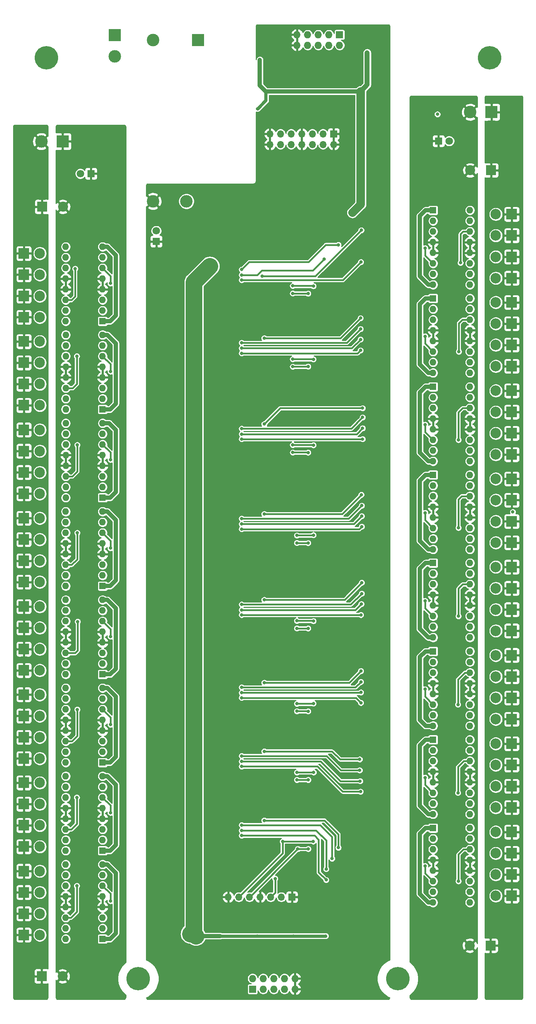
<source format=gbl>
G04 #@! TF.GenerationSoftware,KiCad,Pcbnew,5.1.5-52549c5~84~ubuntu18.04.1*
G04 #@! TF.CreationDate,2020-01-16T14:26:57+02:00*
G04 #@! TF.ProjectId,Hc595_Solenoid_Driver,48633539-355f-4536-9f6c-656e6f69645f,rev?*
G04 #@! TF.SameCoordinates,Original*
G04 #@! TF.FileFunction,Copper,L2,Bot*
G04 #@! TF.FilePolarity,Positive*
%FSLAX46Y46*%
G04 Gerber Fmt 4.6, Leading zero omitted, Abs format (unit mm)*
G04 Created by KiCad (PCBNEW 5.1.5-52549c5~84~ubuntu18.04.1) date 2020-01-16 14:26:57*
%MOMM*%
%LPD*%
G04 APERTURE LIST*
%ADD10C,5.600000*%
%ADD11C,2.400000*%
%ADD12R,2.400000X2.400000*%
%ADD13R,2.500000X2.500000*%
%ADD14C,2.500000*%
%ADD15O,1.600000X1.600000*%
%ADD16R,1.600000X1.600000*%
%ADD17O,1.727200X1.727200*%
%ADD18R,1.727200X1.727200*%
%ADD19O,1.700000X1.700000*%
%ADD20R,1.700000X1.700000*%
%ADD21C,1.800000*%
%ADD22R,1.800000X1.800000*%
%ADD23C,3.000000*%
%ADD24R,3.000000X3.000000*%
%ADD25C,0.800000*%
%ADD26C,2.000000*%
%ADD27C,1.000000*%
%ADD28C,0.800000*%
%ADD29C,4.000000*%
%ADD30C,0.400000*%
%ADD31C,2.000000*%
%ADD32C,1.200000*%
%ADD33C,0.254000*%
G04 APERTURE END LIST*
D10*
X31000000Y-229000000D03*
X93000000Y-229000000D03*
X115000000Y-9000000D03*
X9000000Y-9000000D03*
D11*
X12900000Y-228400000D03*
D12*
X7900000Y-228400000D03*
D11*
X110200000Y-221100000D03*
D12*
X115200000Y-221100000D03*
D11*
X13000000Y-44600000D03*
D12*
X8000000Y-44600000D03*
D11*
X110300000Y-35900000D03*
D12*
X115300000Y-35900000D03*
D13*
X3660000Y-92040000D03*
D14*
X7470000Y-92040000D03*
D13*
X3660000Y-86956667D03*
D14*
X7470000Y-86956667D03*
D13*
X3660000Y-76790000D03*
D14*
X7470000Y-76790000D03*
X7470000Y-113140000D03*
D13*
X3660000Y-113140000D03*
D15*
X13660000Y-92990000D03*
D16*
X22460000Y-92990000D03*
D15*
X13660000Y-90450000D03*
X22460000Y-90450000D03*
X13660000Y-87910000D03*
X22460000Y-87910000D03*
X13660000Y-85370000D03*
X22460000Y-85370000D03*
X13660000Y-82830000D03*
X22460000Y-82830000D03*
X13660000Y-80290000D03*
X22460000Y-80290000D03*
X13660000Y-77750000D03*
X22460000Y-77750000D03*
X13660000Y-75210000D03*
X22460000Y-75210000D03*
D14*
X7470000Y-97890000D03*
D13*
X3660000Y-97890000D03*
D14*
X7470000Y-108056667D03*
D13*
X3660000Y-108056667D03*
D15*
X22460000Y-96310000D03*
X13660000Y-96310000D03*
X22460000Y-98850000D03*
X13660000Y-98850000D03*
X22460000Y-101390000D03*
X13660000Y-101390000D03*
X22460000Y-103930000D03*
X13660000Y-103930000D03*
X22460000Y-106470000D03*
X13660000Y-106470000D03*
X22460000Y-109010000D03*
X13660000Y-109010000D03*
X22460000Y-111550000D03*
X13660000Y-111550000D03*
D16*
X22460000Y-114090000D03*
D15*
X13660000Y-114090000D03*
D14*
X7470000Y-102973334D03*
D13*
X3660000Y-102973334D03*
X3660000Y-81873334D03*
D14*
X7470000Y-81873334D03*
D15*
X13650000Y-156300000D03*
D16*
X22450000Y-156300000D03*
D15*
X13650000Y-153760000D03*
X22450000Y-153760000D03*
X13650000Y-151220000D03*
X22450000Y-151220000D03*
X13650000Y-148680000D03*
X22450000Y-148680000D03*
X13650000Y-146140000D03*
X22450000Y-146140000D03*
X13650000Y-143600000D03*
X22450000Y-143600000D03*
X13650000Y-141060000D03*
X22450000Y-141060000D03*
X13650000Y-138520000D03*
X22450000Y-138520000D03*
X13650000Y-198400000D03*
D16*
X22450000Y-198400000D03*
D15*
X13650000Y-195860000D03*
X22450000Y-195860000D03*
X13650000Y-193320000D03*
X22450000Y-193320000D03*
X13650000Y-190780000D03*
X22450000Y-190780000D03*
X13650000Y-188240000D03*
X22450000Y-188240000D03*
X13650000Y-185700000D03*
X22450000Y-185700000D03*
X13650000Y-183160000D03*
X22450000Y-183160000D03*
X13650000Y-180620000D03*
X22450000Y-180620000D03*
X13650000Y-219500000D03*
D16*
X22450000Y-219500000D03*
D15*
X13650000Y-216960000D03*
X22450000Y-216960000D03*
X13650000Y-214420000D03*
X22450000Y-214420000D03*
X13650000Y-211880000D03*
X22450000Y-211880000D03*
X13650000Y-209340000D03*
X22450000Y-209340000D03*
X13650000Y-206800000D03*
X22450000Y-206800000D03*
X13650000Y-204260000D03*
X22450000Y-204260000D03*
X13650000Y-201720000D03*
X22450000Y-201720000D03*
X13650000Y-177350000D03*
D16*
X22450000Y-177350000D03*
D15*
X13650000Y-174810000D03*
X22450000Y-174810000D03*
X13650000Y-172270000D03*
X22450000Y-172270000D03*
X13650000Y-169730000D03*
X22450000Y-169730000D03*
X13650000Y-167190000D03*
X22450000Y-167190000D03*
X13650000Y-164650000D03*
X22450000Y-164650000D03*
X13650000Y-162110000D03*
X22450000Y-162110000D03*
X13650000Y-159570000D03*
X22450000Y-159570000D03*
D14*
X7460000Y-208383334D03*
D13*
X3650000Y-208383334D03*
X3650000Y-134250000D03*
D14*
X7460000Y-134250000D03*
X7460000Y-150266667D03*
D13*
X3650000Y-150266667D03*
D14*
X7460000Y-187283334D03*
D13*
X3650000Y-187283334D03*
D14*
X7460000Y-218550000D03*
D13*
X3650000Y-218550000D03*
D14*
X7460000Y-192366667D03*
D13*
X3650000Y-192366667D03*
X3650000Y-166233334D03*
D14*
X7460000Y-166233334D03*
X7460000Y-182200000D03*
D13*
X3650000Y-182200000D03*
X3650000Y-124083334D03*
D14*
X7460000Y-124083334D03*
X7460000Y-145183334D03*
D13*
X3650000Y-145183334D03*
D14*
X7460000Y-155350000D03*
D13*
X3650000Y-155350000D03*
D14*
X7460000Y-213466667D03*
D13*
X3650000Y-213466667D03*
X3650000Y-119000000D03*
D14*
X7460000Y-119000000D03*
D13*
X3650000Y-171316667D03*
D14*
X7460000Y-171316667D03*
X7460000Y-197450000D03*
D13*
X3650000Y-197450000D03*
X3650000Y-176400000D03*
D14*
X7460000Y-176400000D03*
X7460000Y-203300000D03*
D13*
X3650000Y-203300000D03*
X3650000Y-161150000D03*
D14*
X7460000Y-161150000D03*
D15*
X13650000Y-135200000D03*
D16*
X22450000Y-135200000D03*
D15*
X13650000Y-132660000D03*
X22450000Y-132660000D03*
X13650000Y-130120000D03*
X22450000Y-130120000D03*
X13650000Y-127580000D03*
X22450000Y-127580000D03*
X13650000Y-125040000D03*
X22450000Y-125040000D03*
X13650000Y-122500000D03*
X22450000Y-122500000D03*
X13650000Y-119960000D03*
X22450000Y-119960000D03*
X13650000Y-117420000D03*
X22450000Y-117420000D03*
D14*
X7460000Y-140100000D03*
D13*
X3650000Y-140100000D03*
X3650000Y-129166667D03*
D14*
X7460000Y-129166667D03*
X116430000Y-193960000D03*
D13*
X120240000Y-193960000D03*
D14*
X116430000Y-209210000D03*
D13*
X120240000Y-209210000D03*
D14*
X116430000Y-199043333D03*
D13*
X120240000Y-199043333D03*
D15*
X101440000Y-210790000D03*
X110240000Y-210790000D03*
X101440000Y-208250000D03*
X110240000Y-208250000D03*
X101440000Y-205710000D03*
X110240000Y-205710000D03*
X101440000Y-203170000D03*
X110240000Y-203170000D03*
X101440000Y-200630000D03*
X110240000Y-200630000D03*
X101440000Y-198090000D03*
X110240000Y-198090000D03*
X101440000Y-195550000D03*
X110240000Y-195550000D03*
D16*
X101440000Y-193010000D03*
D15*
X110240000Y-193010000D03*
D14*
X116430000Y-204126666D03*
D13*
X120240000Y-204126666D03*
X120240000Y-172860000D03*
D14*
X116430000Y-172860000D03*
D13*
X120240000Y-183026666D03*
D14*
X116430000Y-183026666D03*
D13*
X120240000Y-188110000D03*
D14*
X116430000Y-188110000D03*
D15*
X110240000Y-171910000D03*
D16*
X101440000Y-171910000D03*
D15*
X110240000Y-174450000D03*
X101440000Y-174450000D03*
X110240000Y-176990000D03*
X101440000Y-176990000D03*
X110240000Y-179530000D03*
X101440000Y-179530000D03*
X110240000Y-182070000D03*
X101440000Y-182070000D03*
X110240000Y-184610000D03*
X101440000Y-184610000D03*
X110240000Y-187150000D03*
X101440000Y-187150000D03*
X110240000Y-189690000D03*
X101440000Y-189690000D03*
D13*
X120240000Y-177943333D03*
D14*
X116430000Y-177943333D03*
D15*
X13650000Y-71950000D03*
D16*
X22450000Y-71950000D03*
D15*
X13650000Y-69410000D03*
X22450000Y-69410000D03*
X13650000Y-66870000D03*
X22450000Y-66870000D03*
X13650000Y-64330000D03*
X22450000Y-64330000D03*
X13650000Y-61790000D03*
X22450000Y-61790000D03*
X13650000Y-59250000D03*
X22450000Y-59250000D03*
X13650000Y-56710000D03*
X22450000Y-56710000D03*
X13650000Y-54170000D03*
X22450000Y-54170000D03*
D13*
X3650000Y-60833334D03*
D14*
X7460000Y-60833334D03*
D13*
X3650000Y-71000000D03*
D14*
X7460000Y-71000000D03*
D13*
X3650000Y-55750000D03*
D14*
X7460000Y-55750000D03*
D13*
X3650000Y-65916667D03*
D14*
X7460000Y-65916667D03*
D15*
X101450000Y-168580000D03*
X110250000Y-168580000D03*
X101450000Y-166040000D03*
X110250000Y-166040000D03*
X101450000Y-163500000D03*
X110250000Y-163500000D03*
X101450000Y-160960000D03*
X110250000Y-160960000D03*
X101450000Y-158420000D03*
X110250000Y-158420000D03*
X101450000Y-155880000D03*
X110250000Y-155880000D03*
X101450000Y-153340000D03*
X110250000Y-153340000D03*
D16*
X101450000Y-150800000D03*
D15*
X110250000Y-150800000D03*
X101450000Y-147480000D03*
X110250000Y-147480000D03*
X101450000Y-144940000D03*
X110250000Y-144940000D03*
X101450000Y-142400000D03*
X110250000Y-142400000D03*
X101450000Y-139860000D03*
X110250000Y-139860000D03*
X101450000Y-137320000D03*
X110250000Y-137320000D03*
X101450000Y-134780000D03*
X110250000Y-134780000D03*
X101450000Y-132240000D03*
X110250000Y-132240000D03*
D16*
X101450000Y-129700000D03*
D15*
X110250000Y-129700000D03*
X101450000Y-126430000D03*
X110250000Y-126430000D03*
X101450000Y-123890000D03*
X110250000Y-123890000D03*
X101450000Y-121350000D03*
X110250000Y-121350000D03*
X101450000Y-118810000D03*
X110250000Y-118810000D03*
X101450000Y-116270000D03*
X110250000Y-116270000D03*
X101450000Y-113730000D03*
X110250000Y-113730000D03*
X101450000Y-111190000D03*
X110250000Y-111190000D03*
D16*
X101450000Y-108650000D03*
D15*
X110250000Y-108650000D03*
X101450000Y-105380000D03*
X110250000Y-105380000D03*
X101450000Y-102840000D03*
X110250000Y-102840000D03*
X101450000Y-100300000D03*
X110250000Y-100300000D03*
X101450000Y-97760000D03*
X110250000Y-97760000D03*
X101450000Y-95220000D03*
X110250000Y-95220000D03*
X101450000Y-92680000D03*
X110250000Y-92680000D03*
X101450000Y-90140000D03*
X110250000Y-90140000D03*
D16*
X101450000Y-87600000D03*
D15*
X110250000Y-87600000D03*
X101450000Y-84280000D03*
X110250000Y-84280000D03*
X101450000Y-81740000D03*
X110250000Y-81740000D03*
X101450000Y-79200000D03*
X110250000Y-79200000D03*
X101450000Y-76660000D03*
X110250000Y-76660000D03*
X101450000Y-74120000D03*
X110250000Y-74120000D03*
X101450000Y-71580000D03*
X110250000Y-71580000D03*
X101450000Y-69040000D03*
X110250000Y-69040000D03*
D16*
X101450000Y-66500000D03*
D15*
X110250000Y-66500000D03*
X101450000Y-63230000D03*
X110250000Y-63230000D03*
X101450000Y-60690000D03*
X110250000Y-60690000D03*
X101450000Y-58150000D03*
X110250000Y-58150000D03*
X101450000Y-55610000D03*
X110250000Y-55610000D03*
X101450000Y-53070000D03*
X110250000Y-53070000D03*
X101450000Y-50530000D03*
X110250000Y-50530000D03*
X101450000Y-47990000D03*
X110250000Y-47990000D03*
D16*
X101450000Y-45450000D03*
D15*
X110250000Y-45450000D03*
D14*
X116440000Y-161916666D03*
D13*
X120250000Y-161916666D03*
D14*
X116440000Y-151750000D03*
D13*
X120250000Y-151750000D03*
D14*
X116440000Y-167000000D03*
D13*
X120250000Y-167000000D03*
D14*
X116440000Y-156833333D03*
D13*
X120250000Y-156833333D03*
X120250000Y-145900000D03*
D14*
X116440000Y-145900000D03*
D13*
X120250000Y-130650000D03*
D14*
X116440000Y-130650000D03*
D13*
X120250000Y-135733333D03*
D14*
X116440000Y-135733333D03*
D13*
X120250000Y-140816666D03*
D14*
X116440000Y-140816666D03*
X116440000Y-109600000D03*
D13*
X120250000Y-109600000D03*
D14*
X116440000Y-124850000D03*
D13*
X120250000Y-124850000D03*
D14*
X116440000Y-119766666D03*
D13*
X120250000Y-119766666D03*
D14*
X116440000Y-114683333D03*
D13*
X120250000Y-114683333D03*
X120250000Y-88550000D03*
D14*
X116440000Y-88550000D03*
D13*
X120250000Y-93633333D03*
D14*
X116440000Y-93633333D03*
D13*
X120250000Y-98716666D03*
D14*
X116440000Y-98716666D03*
D13*
X120250000Y-103800000D03*
D14*
X116440000Y-103800000D03*
D13*
X120250000Y-67450000D03*
D14*
X116440000Y-67450000D03*
D13*
X120250000Y-72533333D03*
D14*
X116440000Y-72533333D03*
D13*
X120250000Y-77616666D03*
D14*
X116440000Y-77616666D03*
D13*
X120250000Y-82700000D03*
D14*
X116440000Y-82700000D03*
X116440000Y-56566666D03*
D13*
X120250000Y-56566666D03*
D14*
X116440000Y-51483333D03*
D13*
X120250000Y-51483333D03*
D14*
X116440000Y-46400000D03*
D13*
X120250000Y-46400000D03*
D14*
X116440000Y-61650000D03*
D13*
X120250000Y-61650000D03*
D17*
X68460000Y-228960000D03*
X68460000Y-231500000D03*
X65920000Y-228960000D03*
X65920000Y-231500000D03*
X63380000Y-228960000D03*
X63380000Y-231500000D03*
X60840000Y-228960000D03*
X60840000Y-231500000D03*
X58300000Y-228960000D03*
D18*
X58300000Y-231500000D03*
D17*
X68940000Y-6040000D03*
X68940000Y-3500000D03*
X71480000Y-6040000D03*
X71480000Y-3500000D03*
X74020000Y-6040000D03*
X74020000Y-3500000D03*
X76560000Y-6040000D03*
X76560000Y-3500000D03*
X79100000Y-6040000D03*
D18*
X79100000Y-3500000D03*
D19*
X62450000Y-29730000D03*
X62450000Y-27190000D03*
X64990000Y-29730000D03*
X64990000Y-27190000D03*
X67530000Y-29730000D03*
X67530000Y-27190000D03*
X70070000Y-29730000D03*
X70070000Y-27190000D03*
X72610000Y-29730000D03*
X72610000Y-27190000D03*
X75150000Y-29730000D03*
X75150000Y-27190000D03*
X77690000Y-29730000D03*
D20*
X77690000Y-27190000D03*
D21*
X17160000Y-36700000D03*
D22*
X19700000Y-36700000D03*
D23*
X7820000Y-29000000D03*
D24*
X12900000Y-29000000D03*
D19*
X52480000Y-209500000D03*
X55020000Y-209500000D03*
X57560000Y-209500000D03*
X60100000Y-209500000D03*
X62640000Y-209500000D03*
X65180000Y-209500000D03*
D20*
X67720000Y-209500000D03*
D21*
X105300000Y-28900000D03*
D22*
X102760000Y-28900000D03*
D23*
X110320000Y-22000000D03*
D24*
X115400000Y-22000000D03*
D21*
X35300000Y-50360000D03*
D22*
X35300000Y-52900000D03*
D23*
X25400000Y-8680000D03*
D24*
X25400000Y-3600000D03*
D23*
X34500000Y-43300000D03*
X34500000Y-4800000D03*
X42500000Y-43300000D03*
D24*
X45250000Y-4800000D03*
D25*
X120500000Y-117500000D03*
X102500000Y-22500000D03*
X57000000Y-134900000D03*
X59400000Y-134900000D03*
X56300000Y-143200000D03*
X60700000Y-148700000D03*
X62700000Y-148700000D03*
X64700000Y-148700000D03*
X56300000Y-144500000D03*
X56300000Y-145700000D03*
X56300000Y-146900000D03*
X64700000Y-168500000D03*
X60700000Y-168500000D03*
X62700000Y-168500000D03*
X59400000Y-154700000D03*
X57000000Y-154700000D03*
X56300000Y-163000000D03*
X56300000Y-164300000D03*
X56300000Y-165500000D03*
X56300000Y-166700000D03*
X56300000Y-180700000D03*
X56300000Y-181900000D03*
X64700000Y-184900000D03*
X62700000Y-184900000D03*
X56300000Y-183100000D03*
X52900000Y-172600000D03*
X56300000Y-179400000D03*
X60700000Y-184900000D03*
X56300000Y-198400000D03*
X57700000Y-187600000D03*
X56300000Y-199600000D03*
X56300000Y-195900000D03*
X56300000Y-197200000D03*
X35400000Y-81900000D03*
X35400000Y-211000000D03*
X35400000Y-213500000D03*
X35400000Y-208400000D03*
X35500000Y-205850000D03*
X35400000Y-189850000D03*
X35400000Y-192400000D03*
X35400000Y-187300000D03*
X35500000Y-184750000D03*
X35400000Y-166300000D03*
X35400000Y-171400000D03*
X35400000Y-168800000D03*
X35500000Y-163700000D03*
X35400000Y-150250000D03*
X35400000Y-147800000D03*
X35500000Y-142650000D03*
X35400000Y-145200000D03*
X35400000Y-129150000D03*
X35500000Y-121550000D03*
X35400000Y-126650000D03*
X35400000Y-124100000D03*
X35510000Y-100440000D03*
X35400000Y-103000000D03*
X35510000Y-79340000D03*
X35400000Y-86940000D03*
X35400000Y-105600000D03*
X35400000Y-108100000D03*
X35400000Y-84440000D03*
X88400000Y-75050000D03*
X88400000Y-72550000D03*
X88400000Y-77650000D03*
X88400000Y-80150000D03*
X88400000Y-96150000D03*
X88400000Y-93650000D03*
X88400000Y-101250000D03*
X88400000Y-119800000D03*
X88400000Y-114700000D03*
X88400000Y-117200000D03*
X88400000Y-122300000D03*
X88400000Y-135750000D03*
X88400000Y-138250000D03*
X88400000Y-143350000D03*
X88400000Y-140850000D03*
X88400000Y-156850000D03*
X88400000Y-164450000D03*
X88400000Y-159350000D03*
X88400000Y-161950000D03*
X35400000Y-65900000D03*
X35400000Y-63400000D03*
X35400000Y-60900000D03*
X35500000Y-58300000D03*
X88390000Y-177960000D03*
X88390000Y-185560000D03*
X88390000Y-180460000D03*
X88390000Y-183060000D03*
X88390000Y-206660000D03*
X88390000Y-204160000D03*
X88390000Y-201560000D03*
X88390000Y-199060000D03*
X54400000Y-94100000D03*
X55400000Y-94100000D03*
X59400000Y-92900000D03*
X57000000Y-92900000D03*
X55400000Y-115600000D03*
X57000000Y-114400000D03*
X59400000Y-114400000D03*
X54400000Y-115600000D03*
X67600000Y-33400000D03*
X71700000Y-33200000D03*
X81500000Y-18700000D03*
X65500000Y-18700000D03*
X88400000Y-51500000D03*
X88400000Y-54000000D03*
X88400000Y-56600000D03*
X88400000Y-59100000D03*
X55400000Y-56100000D03*
X62100000Y-50100000D03*
X57000000Y-54700000D03*
X59400000Y-54700000D03*
X56400000Y-81100000D03*
X56300000Y-63700000D03*
X56300000Y-101200000D03*
X56300000Y-122800000D03*
X75900000Y-39000000D03*
X74100000Y-48500000D03*
X65200000Y-38900000D03*
X66400000Y-38900000D03*
X80400000Y-12400000D03*
X72400000Y-12200000D03*
X64400000Y-12000000D03*
X61200000Y-33700000D03*
X61200000Y-36300000D03*
X61200000Y-38900000D03*
X61200000Y-41500000D03*
X62500000Y-32400000D03*
X62500000Y-35000000D03*
X62500000Y-37600000D03*
X63800000Y-38900000D03*
X78000000Y-21300000D03*
X70000000Y-21300000D03*
X62450000Y-21100000D03*
X77000000Y-52000000D03*
X56300000Y-102500000D03*
X56300000Y-103700000D03*
X56300000Y-104900000D03*
X56400000Y-82300000D03*
X56400000Y-83500000D03*
X56300000Y-64900000D03*
X56300000Y-66100000D03*
X55800000Y-67300000D03*
X64100000Y-43300000D03*
X65300000Y-43300000D03*
X66500000Y-43300000D03*
X67700000Y-43300000D03*
X68900000Y-43300000D03*
X70100000Y-43300000D03*
X79300000Y-38600000D03*
X75400000Y-42500000D03*
X75400000Y-43700000D03*
X74200000Y-43700000D03*
X74200000Y-42500000D03*
X72900000Y-48500000D03*
X71600000Y-48500000D03*
X53700000Y-215100000D03*
X53700000Y-216300000D03*
X61600000Y-215800000D03*
X62500000Y-217200000D03*
X71200000Y-215600000D03*
X71200000Y-216800000D03*
X54400000Y-223000000D03*
X63400000Y-223600000D03*
X49900000Y-212300000D03*
X49900000Y-210900000D03*
X60800000Y-211700000D03*
X59600000Y-211700000D03*
X75200000Y-10700000D03*
X73500000Y-19300000D03*
X66200000Y-23600000D03*
X69400000Y-212100000D03*
X70700000Y-212100000D03*
X72000000Y-212100000D03*
X80400000Y-38600000D03*
X80000000Y-52100000D03*
X78200000Y-38600000D03*
X88400000Y-98750000D03*
X58300000Y-70700000D03*
X53600000Y-170300000D03*
X58400000Y-170600000D03*
X53600000Y-130100000D03*
X58700000Y-130500000D03*
X53100000Y-88200000D03*
X58800000Y-88600000D03*
X53200000Y-70600000D03*
X53100000Y-108700000D03*
X53800000Y-150500000D03*
X58400000Y-150900000D03*
X52400000Y-203300000D03*
X58100000Y-203300000D03*
X58900000Y-187600000D03*
X62500000Y-107500000D03*
X65000000Y-107500000D03*
X67500000Y-107500000D03*
X67500000Y-110000000D03*
X65000000Y-110000000D03*
X65000000Y-112500000D03*
X67500000Y-112500000D03*
X67500000Y-115000000D03*
X65000000Y-115000000D03*
X62500000Y-87500000D03*
X65000000Y-87500000D03*
X67500000Y-87500000D03*
X67500000Y-90000000D03*
X67500000Y-95000000D03*
X65000000Y-95000000D03*
X65000000Y-90000000D03*
X62500000Y-70000000D03*
X65000000Y-70000000D03*
X67500000Y-70000000D03*
X67500000Y-72500000D03*
X65000000Y-72500000D03*
X33500000Y-46000000D03*
X33500000Y-47500000D03*
X33500000Y-49000000D03*
X33500000Y-54500000D03*
X33500000Y-56000000D03*
X33500000Y-69000000D03*
X33500000Y-70500000D03*
X33500000Y-72000000D03*
X33500000Y-73500000D03*
X33500000Y-75000000D03*
X33500000Y-76500000D03*
X33500000Y-78000000D03*
X33500000Y-90000000D03*
X33500000Y-91500000D03*
X33500000Y-93000000D03*
X33500000Y-94500000D03*
X33500000Y-96000000D03*
X33500000Y-97500000D03*
X33500000Y-99000000D03*
X33500000Y-111000000D03*
X33500000Y-112500000D03*
X33500000Y-114000000D03*
X33500000Y-115500000D03*
X33500000Y-117000000D03*
X33500000Y-118500000D03*
X33500000Y-120000000D03*
X33500000Y-132000000D03*
X33500000Y-133500000D03*
X33500000Y-135000000D03*
X33500000Y-136500000D03*
X33500000Y-138000000D03*
X33500000Y-139500000D03*
X33500000Y-141000000D03*
X33500000Y-153000000D03*
X33500000Y-154500000D03*
X33500000Y-156000000D03*
X33500000Y-157500000D03*
X33500000Y-159000000D03*
X33500000Y-160500000D03*
X33500000Y-162000000D03*
X33500000Y-174000000D03*
X33500000Y-175500000D03*
X33500000Y-177000000D03*
X33500000Y-178500000D03*
X33500000Y-180000000D03*
X33500000Y-181500000D03*
X33500000Y-183000000D03*
X33500000Y-195000000D03*
X33500000Y-196500000D03*
X33500000Y-198000000D03*
X33500000Y-199500000D03*
X33500000Y-201000000D03*
X33500000Y-202500000D03*
X33500000Y-204000000D03*
X33500000Y-216500000D03*
X33500000Y-218000000D03*
X33500000Y-219500000D03*
X33500000Y-221000000D03*
X33500000Y-222500000D03*
X33500000Y-224000000D03*
X35000000Y-225000000D03*
X36000000Y-226500000D03*
X36500000Y-228000000D03*
X36500000Y-229500000D03*
X36000000Y-231000000D03*
X35500000Y-232500000D03*
X35000000Y-233500000D03*
X36500000Y-233500000D03*
X38000000Y-233500000D03*
X39500000Y-233500000D03*
X41000000Y-233500000D03*
X42500000Y-233500000D03*
X44000000Y-233500000D03*
X45500000Y-233500000D03*
X47000000Y-233500000D03*
X48500000Y-233500000D03*
X50000000Y-233500000D03*
X51500000Y-233500000D03*
X53000000Y-233500000D03*
X54500000Y-233500000D03*
X56000000Y-233500000D03*
X57500000Y-233500000D03*
X59000000Y-233500000D03*
X60500000Y-233500000D03*
X62000000Y-233500000D03*
X63500000Y-233500000D03*
X65000000Y-233500000D03*
X66500000Y-233500000D03*
X68000000Y-233500000D03*
X69500000Y-233500000D03*
X71000000Y-233500000D03*
X72500000Y-233500000D03*
X74000000Y-233500000D03*
X75500000Y-233500000D03*
X77000000Y-233500000D03*
X78500000Y-233500000D03*
X80000000Y-233500000D03*
X81500000Y-233500000D03*
X83000000Y-233500000D03*
X84500000Y-233500000D03*
X86000000Y-233500000D03*
X87500000Y-233500000D03*
X89000000Y-233500000D03*
X88000000Y-232000000D03*
X87500000Y-230000000D03*
X87500000Y-228000000D03*
X88000000Y-226000000D03*
X89000000Y-225000000D03*
X90500000Y-224000000D03*
X90500000Y-222500000D03*
X90500000Y-221000000D03*
X90500000Y-219500000D03*
X90500000Y-218000000D03*
X90500000Y-216500000D03*
X90500000Y-215000000D03*
X90500000Y-213500000D03*
X90500000Y-212000000D03*
X90500000Y-210500000D03*
X90500000Y-209000000D03*
X90500000Y-196500000D03*
X90500000Y-195000000D03*
X90500000Y-193500000D03*
X90500000Y-192000000D03*
X90500000Y-190500000D03*
X90500000Y-189000000D03*
X90500000Y-187500000D03*
X90500000Y-175000000D03*
X90500000Y-173500000D03*
X90500000Y-172000000D03*
X90500000Y-170500000D03*
X90500000Y-169000000D03*
X90500000Y-167500000D03*
X90500000Y-166000000D03*
X90500000Y-154000000D03*
X90500000Y-152500000D03*
X90500000Y-151000000D03*
X90500000Y-149500000D03*
X90500000Y-148000000D03*
X90500000Y-146500000D03*
X90500000Y-145000000D03*
X90500000Y-133000000D03*
X90500000Y-131500000D03*
X90500000Y-130000000D03*
X90500000Y-128500000D03*
X90500000Y-127000000D03*
X90500000Y-125500000D03*
X90500000Y-124000000D03*
X90500000Y-111500000D03*
X90500000Y-110000000D03*
X90500000Y-108500000D03*
X90500000Y-107000000D03*
X90500000Y-105500000D03*
X90500000Y-104000000D03*
X90500000Y-102500000D03*
X90500000Y-90500000D03*
X90500000Y-89000000D03*
X90500000Y-87500000D03*
X90500000Y-86000000D03*
X90500000Y-84500000D03*
X90500000Y-83000000D03*
X90500000Y-81500000D03*
X90500000Y-69500000D03*
X90500000Y-68000000D03*
X90500000Y-66500000D03*
X90500000Y-65000000D03*
X90500000Y-63500000D03*
X90500000Y-62000000D03*
X90500000Y-60500000D03*
X90500000Y-48500000D03*
X90500000Y-47000000D03*
X90500000Y-45500000D03*
X90500000Y-44000000D03*
X90500000Y-42500000D03*
X90500000Y-41000000D03*
X90500000Y-39500000D03*
X90500000Y-38000000D03*
X90500000Y-36500000D03*
X90500000Y-35000000D03*
X90500000Y-33500000D03*
X90500000Y-32000000D03*
X90500000Y-30500000D03*
X90500000Y-29000000D03*
X90500000Y-27500000D03*
X90500000Y-26000000D03*
X90500000Y-24500000D03*
X90500000Y-23000000D03*
X90500000Y-21500000D03*
X90500000Y-20000000D03*
X90500000Y-18500000D03*
X90500000Y-17000000D03*
X90500000Y-15500000D03*
X90500000Y-14000000D03*
X90500000Y-12500000D03*
X90500000Y-11000000D03*
X90500000Y-9500000D03*
X90500000Y-8000000D03*
X90500000Y-6500000D03*
X90500000Y-5000000D03*
X90500000Y-3500000D03*
X90500000Y-2000000D03*
X89500000Y-1500000D03*
X88000000Y-1500000D03*
X86500000Y-1500000D03*
X85000000Y-1500000D03*
X83500000Y-1500000D03*
X82000000Y-1500000D03*
X80500000Y-1500000D03*
X79000000Y-1500000D03*
X77500000Y-1500000D03*
X76000000Y-1500000D03*
X74500000Y-1500000D03*
X73000000Y-1500000D03*
X71500000Y-1500000D03*
X70000000Y-1500000D03*
X68500000Y-1500000D03*
X67000000Y-1500000D03*
X65500000Y-1500000D03*
X64000000Y-1500000D03*
X62500000Y-1500000D03*
X61000000Y-1500000D03*
X59500000Y-1500000D03*
X88400000Y-12400000D03*
X45000000Y-40000000D03*
X47500000Y-40000000D03*
X50000000Y-40000000D03*
X52500000Y-40000000D03*
X55000000Y-40000000D03*
X57500000Y-40000000D03*
X60000000Y-40000000D03*
X60000000Y-42500000D03*
X57500000Y-42500000D03*
X55000000Y-42500000D03*
X52500000Y-42500000D03*
X50000000Y-42500000D03*
X47500000Y-42500000D03*
X50000000Y-45000000D03*
X37500000Y-56500000D03*
X40000000Y-56500000D03*
X42500000Y-56500000D03*
X42500000Y-59000000D03*
X40000000Y-59000000D03*
X60000000Y-50000000D03*
X57500000Y-50000000D03*
X55000000Y-50000000D03*
X54500000Y-53000000D03*
X67000000Y-53500000D03*
X74500000Y-52500000D03*
X77500000Y-60000000D03*
X79500000Y-58000000D03*
X51000000Y-60500000D03*
X51000000Y-62000000D03*
X49500000Y-62000000D03*
X47500000Y-69500000D03*
X47500000Y-71000000D03*
X47500000Y-72500000D03*
X49000000Y-69500000D03*
X41000000Y-69500000D03*
X39000000Y-69500000D03*
X39000000Y-71500000D03*
X41000000Y-71500000D03*
X41000000Y-73500000D03*
X39000000Y-73500000D03*
X39000000Y-75500000D03*
X41000000Y-75500000D03*
X41000000Y-77500000D03*
X39000000Y-77500000D03*
X53500000Y-74000000D03*
X37000000Y-91000000D03*
X41000000Y-91000000D03*
X41000000Y-93000000D03*
X41000000Y-95000000D03*
X41000000Y-97000000D03*
X41000000Y-99000000D03*
X39000000Y-93000000D03*
X37000000Y-93000000D03*
X37000000Y-95000000D03*
X39000000Y-95000000D03*
X39000000Y-97000000D03*
X37000000Y-97000000D03*
X37000000Y-99000000D03*
X39000000Y-99000000D03*
X39000000Y-91000000D03*
X41000000Y-112000000D03*
X41000000Y-114000000D03*
X41000000Y-116000000D03*
X41000000Y-118000000D03*
X41000000Y-120000000D03*
X39000000Y-112000000D03*
X37000000Y-112000000D03*
X37000000Y-114000000D03*
X39000000Y-114000000D03*
X39000000Y-116000000D03*
X37000000Y-116000000D03*
X37000000Y-118000000D03*
X39000000Y-118000000D03*
X39000000Y-120000000D03*
X37000000Y-120000000D03*
X41000000Y-133000000D03*
X41000000Y-135000000D03*
X41000000Y-137000000D03*
X41000000Y-139000000D03*
X41000000Y-141000000D03*
X39000000Y-141000000D03*
X39000000Y-139000000D03*
X39000000Y-137000000D03*
X39000000Y-135000000D03*
X39000000Y-133000000D03*
X37000000Y-133000000D03*
X37000000Y-135000000D03*
X37000000Y-137000000D03*
X37000000Y-139000000D03*
X37000000Y-141000000D03*
X41000000Y-154000000D03*
X41000000Y-156000000D03*
X41000000Y-158000000D03*
X41000000Y-160000000D03*
X41000000Y-162000000D03*
X39000000Y-162000000D03*
X37000000Y-162000000D03*
X37000000Y-160000000D03*
X37000000Y-158000000D03*
X37000000Y-156000000D03*
X37000000Y-154000000D03*
X39000000Y-154000000D03*
X39000000Y-156000000D03*
X39000000Y-158000000D03*
X39000000Y-160000000D03*
X41000000Y-175000000D03*
X41000000Y-177000000D03*
X41000000Y-179000000D03*
X39000000Y-175000000D03*
X39000000Y-177000000D03*
X39000000Y-179000000D03*
X39000000Y-181000000D03*
X37000000Y-175000000D03*
X37000000Y-177000000D03*
X37000000Y-179000000D03*
X37000000Y-181000000D03*
X37000000Y-183000000D03*
X41000000Y-196000000D03*
X41000000Y-198000000D03*
X41000000Y-200000000D03*
X39000000Y-198000000D03*
X39000000Y-196000000D03*
X37000000Y-196000000D03*
X37000000Y-198000000D03*
X39000000Y-200000000D03*
X39000000Y-202000000D03*
X37000000Y-200000000D03*
X37000000Y-202000000D03*
X37000000Y-204000000D03*
X41000000Y-215000000D03*
X39000000Y-225000000D03*
X41000000Y-225000000D03*
X43000000Y-225000000D03*
X45000000Y-225000000D03*
X45000000Y-227000000D03*
X43000000Y-227000000D03*
X41000000Y-227000000D03*
X39000000Y-227000000D03*
X39000000Y-229000000D03*
X41000000Y-229000000D03*
X43000000Y-229000000D03*
X45000000Y-229000000D03*
X68000000Y-202000000D03*
X70000000Y-202000000D03*
X72000000Y-202000000D03*
X72000000Y-204000000D03*
X70000000Y-204000000D03*
X68000000Y-204000000D03*
X70000000Y-206000000D03*
X72000000Y-206000000D03*
X72000000Y-208000000D03*
X79000000Y-210000000D03*
X81000000Y-210000000D03*
X83000000Y-210000000D03*
X85000000Y-210000000D03*
X85000000Y-212000000D03*
X83000000Y-212000000D03*
X81000000Y-212000000D03*
X79000000Y-212000000D03*
X79000000Y-214000000D03*
X81000000Y-214000000D03*
X83000000Y-214000000D03*
X85000000Y-214000000D03*
X82000000Y-229000000D03*
X84000000Y-229000000D03*
X80000000Y-229000000D03*
X80000000Y-231000000D03*
X82000000Y-231000000D03*
X84000000Y-231000000D03*
X77500000Y-187500000D03*
X80000000Y-187500000D03*
X82500000Y-187500000D03*
X85000000Y-187500000D03*
X85000000Y-190000000D03*
X85000000Y-192500000D03*
X85000000Y-195000000D03*
X82500000Y-195000000D03*
X82500000Y-192500000D03*
X82500000Y-190000000D03*
X80000000Y-190000000D03*
X80000000Y-192500000D03*
X80000000Y-195000000D03*
X75000000Y-187500000D03*
X87500000Y-172500000D03*
X85000000Y-172500000D03*
X82500000Y-172500000D03*
X80000000Y-172500000D03*
X77500000Y-172500000D03*
X77500000Y-170000000D03*
X80000000Y-170000000D03*
X82500000Y-170000000D03*
X85000000Y-170000000D03*
X87500000Y-170000000D03*
X87500000Y-167500000D03*
X85000000Y-167500000D03*
X82500000Y-167500000D03*
X80000000Y-167500000D03*
X77500000Y-167500000D03*
X77500000Y-165000000D03*
X80000000Y-165000000D03*
X82500000Y-165000000D03*
X87500000Y-152500000D03*
X85000000Y-152500000D03*
X82500000Y-152500000D03*
X80000000Y-152500000D03*
X77500000Y-152500000D03*
X77500000Y-150000000D03*
X80000000Y-150000000D03*
X82500000Y-150000000D03*
X85000000Y-150000000D03*
X87500000Y-150000000D03*
X87500000Y-147500000D03*
X85000000Y-145000000D03*
X85000000Y-147500000D03*
X82500000Y-147500000D03*
X80000000Y-147500000D03*
X77500000Y-147500000D03*
X77500000Y-145000000D03*
X80000000Y-145000000D03*
X82500000Y-145000000D03*
X87500000Y-130000000D03*
X85000000Y-130000000D03*
X82500000Y-130000000D03*
X82500000Y-132500000D03*
X80000000Y-132500000D03*
X77500000Y-132500000D03*
X77500000Y-130000000D03*
X80000000Y-130000000D03*
X80000000Y-127500000D03*
X77500000Y-127500000D03*
X77500000Y-125000000D03*
X80000000Y-125000000D03*
X82500000Y-125000000D03*
X85000000Y-125000000D03*
X87500000Y-125000000D03*
X87500000Y-127500000D03*
X85000000Y-127500000D03*
X82500000Y-127500000D03*
X87500000Y-110000000D03*
X85000000Y-110000000D03*
X82500000Y-110000000D03*
X80000000Y-110000000D03*
X80000000Y-112500000D03*
X77500000Y-112500000D03*
X77500000Y-110000000D03*
X77500000Y-107500000D03*
X77500000Y-105000000D03*
X80000000Y-105000000D03*
X80000000Y-107500000D03*
X82500000Y-107500000D03*
X82500000Y-107500000D03*
X85000000Y-105000000D03*
X85000000Y-107500000D03*
X87500000Y-107500000D03*
X87500000Y-105000000D03*
X82500000Y-105000000D03*
X87500000Y-90000000D03*
X85000000Y-90000000D03*
X82500000Y-90000000D03*
X80000000Y-90000000D03*
X77500000Y-90000000D03*
X77500000Y-87500000D03*
X77500000Y-85000000D03*
X77500000Y-82500000D03*
X80000000Y-82500000D03*
X82500000Y-82500000D03*
X85000000Y-82500000D03*
X87500000Y-82500000D03*
X87500000Y-85000000D03*
X87500000Y-87500000D03*
X85000000Y-87500000D03*
X82500000Y-87500000D03*
X80000000Y-87500000D03*
X80000000Y-85000000D03*
X82500000Y-85000000D03*
X85000000Y-85000000D03*
X77500000Y-70000000D03*
X77500000Y-72500000D03*
X80000000Y-70000000D03*
X82500000Y-70000000D03*
X82500000Y-67500000D03*
X80000000Y-67500000D03*
X77500000Y-67500000D03*
X77500000Y-65000000D03*
X80000000Y-65000000D03*
X82500000Y-65000000D03*
X85000000Y-65000000D03*
X85000000Y-62500000D03*
X87500000Y-62500000D03*
X87500000Y-65000000D03*
X85000000Y-67500000D03*
X87500000Y-67500000D03*
X34000000Y-40000000D03*
X36000000Y-40000000D03*
X38000000Y-40000000D03*
X40000000Y-40000000D03*
X42000000Y-40000000D03*
X38000000Y-42000000D03*
X38000000Y-44000000D03*
X38000000Y-46000000D03*
X38000000Y-48000000D03*
X36000000Y-46000000D03*
X36000000Y-48000000D03*
X40000000Y-54000000D03*
X40000000Y-52000000D03*
X45000000Y-56000000D03*
X54000000Y-55000000D03*
X63000000Y-129000000D03*
X65000000Y-129000000D03*
X67000000Y-129000000D03*
X67000000Y-131000000D03*
X67000000Y-133000000D03*
X65000000Y-131000000D03*
X67000000Y-135000000D03*
X67000000Y-137000000D03*
X65000000Y-133000000D03*
X65000000Y-135000000D03*
X65000000Y-137000000D03*
X69000000Y-129000000D03*
X69000000Y-131000000D03*
X69000000Y-133000000D03*
X69000000Y-135000000D03*
X69000000Y-137000000D03*
X64000000Y-151000000D03*
X66000000Y-151000000D03*
X68000000Y-151000000D03*
X68000000Y-153000000D03*
X68000000Y-155000000D03*
X66000000Y-153000000D03*
X64000000Y-153000000D03*
X66000000Y-155000000D03*
X64000000Y-155000000D03*
X68000000Y-157000000D03*
X66000000Y-157000000D03*
X64000000Y-157000000D03*
X64000000Y-170000000D03*
X66000000Y-170000000D03*
X68000000Y-170000000D03*
X68000000Y-172000000D03*
X66000000Y-172000000D03*
X64000000Y-172000000D03*
X64000000Y-187000000D03*
X66000000Y-187000000D03*
X68000000Y-187000000D03*
X68000000Y-189000000D03*
X66000000Y-189000000D03*
X64000000Y-189000000D03*
X61490000Y-17040000D03*
X76990000Y-17040000D03*
X68990000Y-17040000D03*
X61490000Y-17040000D03*
X75790000Y-218790000D03*
X68090000Y-218790000D03*
X59390000Y-218790000D03*
X50490000Y-218790000D03*
X59500000Y-21200000D03*
X84150000Y-17050000D03*
X85700000Y-7800000D03*
X60050000Y-9550000D03*
D26*
X48100000Y-58800000D03*
D25*
X44800000Y-218800000D03*
X45800000Y-209100000D03*
X45600000Y-190000000D03*
X44299999Y-95700001D03*
X44299999Y-75099999D03*
X44300000Y-173900000D03*
X44300000Y-157400000D03*
X44300000Y-137500000D03*
X44300000Y-117100000D03*
X82200000Y-46000000D03*
X84150000Y-36850000D03*
X63700000Y-205100000D03*
X67900000Y-65300000D03*
X71575000Y-65325000D03*
X67900000Y-82800000D03*
X71575000Y-82775000D03*
X67900000Y-103300000D03*
X71575000Y-103325000D03*
X71600000Y-198000000D03*
X69100000Y-198000000D03*
X68900000Y-181500000D03*
X71600000Y-181500000D03*
X68900000Y-165100000D03*
X71575000Y-165125000D03*
X68900000Y-145300000D03*
X71575000Y-145325000D03*
X68900000Y-124900000D03*
X71575000Y-124925000D03*
X67900000Y-63500000D03*
X72845000Y-63545000D03*
X67900000Y-81000000D03*
X72845000Y-81045000D03*
X67900000Y-101500000D03*
X72845000Y-101555000D03*
X72800000Y-196200000D03*
X65500000Y-196200000D03*
X68900000Y-179700000D03*
X72900000Y-179700000D03*
X68900000Y-163300000D03*
X72845000Y-163245000D03*
X68900000Y-143500000D03*
X72845000Y-143555000D03*
X68900000Y-123100000D03*
X72845000Y-123045000D03*
X60600000Y-61200000D03*
X84300000Y-50200000D03*
X55700000Y-62100000D03*
X84200000Y-57800000D03*
X55700000Y-60900000D03*
X75400000Y-57100000D03*
X55700000Y-59600000D03*
X78800000Y-53700000D03*
X12000000Y-25500000D03*
X13500000Y-25500000D03*
X15000000Y-25500000D03*
X16500000Y-25500000D03*
X18000000Y-25500000D03*
X19500000Y-25500000D03*
X21000000Y-25500000D03*
X22500000Y-25500000D03*
X24000000Y-25500000D03*
X25500000Y-25500000D03*
X27000000Y-25500000D03*
X27500000Y-26500000D03*
X27500000Y-28000000D03*
X27500000Y-29500000D03*
X27500000Y-31000000D03*
X27500000Y-32500000D03*
X27500000Y-34000000D03*
X27500000Y-35500000D03*
X27500000Y-37000000D03*
X27500000Y-38500000D03*
X27500000Y-40000000D03*
X27500000Y-41500000D03*
X27500000Y-43000000D03*
X27500000Y-44500000D03*
X27500000Y-46000000D03*
X27500000Y-47500000D03*
X27500000Y-49000000D03*
X27500000Y-50500000D03*
X27500000Y-52000000D03*
X27500000Y-53500000D03*
X27500000Y-55000000D03*
X27500000Y-56500000D03*
X27500000Y-69000000D03*
X27500000Y-70500000D03*
X27500000Y-72000000D03*
X27500000Y-73500000D03*
X27500000Y-75000000D03*
X27500000Y-76500000D03*
X27500000Y-78000000D03*
X27500000Y-89500000D03*
X27500000Y-91000000D03*
X27500000Y-92500000D03*
X27500000Y-94000000D03*
X27500000Y-95500000D03*
X27500000Y-97000000D03*
X27500000Y-98500000D03*
X27500000Y-111000000D03*
X27500000Y-112500000D03*
X27500000Y-114000000D03*
X27500000Y-115500000D03*
X27500000Y-117000000D03*
X27500000Y-118500000D03*
X27500000Y-120000000D03*
X27500000Y-132000000D03*
X27500000Y-133500000D03*
X27500000Y-135000000D03*
X27500000Y-136500000D03*
X27500000Y-138000000D03*
X27500000Y-139500000D03*
X27500000Y-141000000D03*
X27500000Y-153000000D03*
X27500000Y-154500000D03*
X27500000Y-156000000D03*
X27500000Y-157500000D03*
X27500000Y-159000000D03*
X27500000Y-160500000D03*
X27500000Y-162000000D03*
X27500000Y-174000000D03*
X27500000Y-175500000D03*
X27500000Y-177000000D03*
X27500000Y-178500000D03*
X27500000Y-180000000D03*
X27500000Y-181500000D03*
X27500000Y-183000000D03*
X27500000Y-195000000D03*
X27500000Y-196500000D03*
X27500000Y-198000000D03*
X27500000Y-199500000D03*
X27500000Y-201000000D03*
X27500000Y-202500000D03*
X27500000Y-204000000D03*
X27500000Y-216500000D03*
X27500000Y-218000000D03*
X27500000Y-219500000D03*
X27500000Y-221000000D03*
X27500000Y-222500000D03*
X27500000Y-224000000D03*
X26500000Y-225500000D03*
X25500000Y-227000000D03*
X25000000Y-229000000D03*
X25500000Y-230500000D03*
X26000000Y-232000000D03*
X26500000Y-233000000D03*
X25000000Y-233500000D03*
X23500000Y-233500000D03*
X22000000Y-233500000D03*
X20500000Y-233500000D03*
X19000000Y-233500000D03*
X17500000Y-233500000D03*
X16000000Y-233500000D03*
X14500000Y-233500000D03*
X13000000Y-233500000D03*
X12000000Y-232500000D03*
X12000000Y-231000000D03*
X12000000Y-226000000D03*
X12000000Y-224500000D03*
X12000000Y-223000000D03*
X12000000Y-221500000D03*
X16500000Y-202500000D03*
X18000000Y-202500000D03*
X19500000Y-202500000D03*
X19500000Y-206500000D03*
X17500000Y-209000000D03*
X19000000Y-209000000D03*
X20500000Y-209000000D03*
X20500000Y-210500000D03*
X20500000Y-212000000D03*
X20500000Y-213500000D03*
X19000000Y-213500000D03*
X19000000Y-212000000D03*
X19000000Y-210500000D03*
X17500000Y-210500000D03*
X17500000Y-212000000D03*
X17500000Y-213500000D03*
X16000000Y-196000000D03*
X17500000Y-196000000D03*
X19000000Y-196000000D03*
X19000000Y-197500000D03*
X17500000Y-197500000D03*
X16000000Y-197500000D03*
X26000000Y-199500000D03*
X26000000Y-201000000D03*
X24500000Y-200000000D03*
X16000000Y-217000000D03*
X17500000Y-217000000D03*
X19000000Y-217000000D03*
X19000000Y-218500000D03*
X19000000Y-220000000D03*
X19000000Y-221500000D03*
X17500000Y-218500000D03*
X16000000Y-218500000D03*
X16000000Y-220000000D03*
X17500000Y-220000000D03*
X17500000Y-221500000D03*
X16000000Y-221500000D03*
X17500000Y-188000000D03*
X19000000Y-188000000D03*
X20500000Y-188000000D03*
X20500000Y-189500000D03*
X20500000Y-191000000D03*
X20500000Y-192500000D03*
X19000000Y-192500000D03*
X19000000Y-191000000D03*
X19000000Y-189500000D03*
X17500000Y-189500000D03*
X17500000Y-191000000D03*
X17500000Y-192500000D03*
X19500000Y-185500000D03*
X16000000Y-181500000D03*
X17500000Y-181500000D03*
X19000000Y-181500000D03*
X20500000Y-181500000D03*
X16000000Y-175000000D03*
X17500000Y-175000000D03*
X19000000Y-175000000D03*
X16000000Y-176500000D03*
X17500000Y-176500000D03*
X19000000Y-176500000D03*
X20500000Y-176500000D03*
X17500000Y-167000000D03*
X19000000Y-167000000D03*
X20500000Y-167000000D03*
X20500000Y-168500000D03*
X20500000Y-170000000D03*
X20500000Y-171500000D03*
X19000000Y-168500000D03*
X17500000Y-168500000D03*
X17500000Y-170000000D03*
X19000000Y-170000000D03*
X19000000Y-171500000D03*
X17500000Y-171500000D03*
X20000000Y-164500000D03*
X16000000Y-160000000D03*
X17500000Y-160000000D03*
X19000000Y-160000000D03*
X20500000Y-160000000D03*
X16000000Y-154000000D03*
X17500000Y-154000000D03*
X19000000Y-154000000D03*
X16000000Y-155500000D03*
X17500000Y-155500000D03*
X19000000Y-155500000D03*
X20500000Y-155500000D03*
X17500000Y-146000000D03*
X19000000Y-146000000D03*
X20500000Y-146000000D03*
X20500000Y-147500000D03*
X20500000Y-149000000D03*
X20500000Y-150500000D03*
X19000000Y-150500000D03*
X19000000Y-149000000D03*
X19000000Y-147500000D03*
X17500000Y-147500000D03*
X17500000Y-149000000D03*
X17500000Y-150500000D03*
X20000000Y-143500000D03*
X16000000Y-139000000D03*
X17500000Y-139000000D03*
X19000000Y-139000000D03*
X20500000Y-139000000D03*
X16000000Y-133000000D03*
X17500000Y-133000000D03*
X19000000Y-133000000D03*
X16000000Y-134500000D03*
X17500000Y-134500000D03*
X19000000Y-134500000D03*
X20500000Y-134500000D03*
X17500000Y-125000000D03*
X19000000Y-125000000D03*
X20500000Y-125000000D03*
X20500000Y-126500000D03*
X20500000Y-128000000D03*
X20500000Y-129500000D03*
X19000000Y-126500000D03*
X19000000Y-128000000D03*
X19000000Y-129500000D03*
X17500000Y-126500000D03*
X17500000Y-128000000D03*
X17500000Y-129500000D03*
X19500000Y-122500000D03*
X16000000Y-117500000D03*
X17500000Y-117500000D03*
X19000000Y-117500000D03*
X20500000Y-117500000D03*
X16000000Y-112000000D03*
X17500000Y-112000000D03*
X19000000Y-112000000D03*
X19000000Y-113500000D03*
X17500000Y-113500000D03*
X16000000Y-113500000D03*
X17500000Y-104000000D03*
X19000000Y-104000000D03*
X20500000Y-104000000D03*
X20500000Y-105500000D03*
X20500000Y-107000000D03*
X20500000Y-108500000D03*
X19000000Y-105500000D03*
X19000000Y-107000000D03*
X19000000Y-108500000D03*
X17500000Y-105500000D03*
X17500000Y-107000000D03*
X17500000Y-108500000D03*
X20000000Y-101500000D03*
X16000000Y-96500000D03*
X17500000Y-96500000D03*
X19000000Y-96500000D03*
X20500000Y-96500000D03*
X16000000Y-90500000D03*
X17500000Y-90500000D03*
X19000000Y-90500000D03*
X16000000Y-92000000D03*
X17500000Y-92000000D03*
X19000000Y-92000000D03*
X20500000Y-92500000D03*
X17500000Y-82500000D03*
X19000000Y-82500000D03*
X20500000Y-82500000D03*
X20500000Y-84000000D03*
X20500000Y-85500000D03*
X20500000Y-87000000D03*
X19000000Y-84000000D03*
X19000000Y-85500000D03*
X19000000Y-87000000D03*
X17500000Y-84000000D03*
X17500000Y-85500000D03*
X17500000Y-87000000D03*
X19500000Y-80000000D03*
X16000000Y-75500000D03*
X17500000Y-75500000D03*
X19000000Y-75500000D03*
X20500000Y-75500000D03*
X16000000Y-69500000D03*
X17500000Y-69500000D03*
X19000000Y-69500000D03*
X19000000Y-71000000D03*
X17500000Y-71000000D03*
X16000000Y-71000000D03*
X20500000Y-71500000D03*
X17000000Y-61500000D03*
X18500000Y-61500000D03*
X20000000Y-61500000D03*
X20000000Y-63000000D03*
X20000000Y-64500000D03*
X20000000Y-66000000D03*
X18500000Y-63000000D03*
X18500000Y-64500000D03*
X18500000Y-66000000D03*
X17000000Y-63000000D03*
X17000000Y-64500000D03*
X17000000Y-66000000D03*
X18500000Y-59500000D03*
X20000000Y-59000000D03*
X16000000Y-54000000D03*
X17500000Y-54000000D03*
X19000000Y-54000000D03*
X16000000Y-55500000D03*
X17500000Y-55500000D03*
X19000000Y-55500000D03*
X20500000Y-55500000D03*
X20500000Y-54000000D03*
X26000000Y-73500000D03*
X24500000Y-73500000D03*
X26000000Y-75000000D03*
X16000000Y-77000000D03*
X24000000Y-68000000D03*
X24000000Y-89000000D03*
X24000000Y-110500000D03*
X24000000Y-131500000D03*
X24000000Y-152500000D03*
X24000000Y-173500000D03*
X24000000Y-194500000D03*
X24000000Y-216000000D03*
X16000000Y-27000000D03*
X16000000Y-29000000D03*
X16000000Y-31000000D03*
X18000000Y-27000000D03*
X18000000Y-29000000D03*
X18000000Y-31000000D03*
X22000000Y-27000000D03*
X22000000Y-29000000D03*
X22000000Y-31000000D03*
X24000000Y-27000000D03*
X24000000Y-29000000D03*
X24000000Y-31000000D03*
X26000000Y-27000000D03*
X26000000Y-29000000D03*
X26000000Y-31000000D03*
X12000000Y-37000000D03*
X14000000Y-37000000D03*
X22000000Y-37000000D03*
X24000000Y-37000000D03*
X26000000Y-37000000D03*
X12000000Y-39000000D03*
X12000000Y-41000000D03*
X14000000Y-41000000D03*
X16000000Y-41000000D03*
X16000000Y-43000000D03*
X16000000Y-45000000D03*
X18000000Y-41000000D03*
X20000000Y-41000000D03*
X22000000Y-41000000D03*
X24000000Y-41000000D03*
X26000000Y-41000000D03*
X14000000Y-39000000D03*
X16000000Y-39000000D03*
X22000000Y-39000000D03*
X24000000Y-39000000D03*
X26000000Y-39000000D03*
X26000000Y-35000000D03*
X26000000Y-33000000D03*
X24000000Y-33000000D03*
X24000000Y-35000000D03*
X22000000Y-33000000D03*
X22000000Y-35000000D03*
X20000000Y-33000000D03*
X26000000Y-43000000D03*
X26000000Y-45000000D03*
X24000000Y-43000000D03*
X22000000Y-43000000D03*
X20000000Y-43000000D03*
X18000000Y-43000000D03*
X18000000Y-45000000D03*
X16000000Y-47000000D03*
X14000000Y-47000000D03*
X12000000Y-47000000D03*
X12000000Y-49000000D03*
X14000000Y-49000000D03*
X16000000Y-49000000D03*
X18000000Y-47000000D03*
X18000000Y-49000000D03*
X20000000Y-45000000D03*
X22000000Y-45000000D03*
X24000000Y-45000000D03*
X20000000Y-47000000D03*
X22000000Y-47000000D03*
X24000000Y-47000000D03*
X26000000Y-47000000D03*
X20000000Y-49000000D03*
X22000000Y-49000000D03*
X24000000Y-49000000D03*
X26000000Y-49000000D03*
X26000000Y-51000000D03*
X26000000Y-53000000D03*
X24000000Y-51000000D03*
X14000000Y-222000000D03*
X14000000Y-224000000D03*
X14000000Y-226000000D03*
X16000000Y-224000000D03*
X16000000Y-226000000D03*
X16000000Y-228000000D03*
X16000000Y-230000000D03*
X16000000Y-232000000D03*
X14000000Y-231000000D03*
X18000000Y-224000000D03*
X20000000Y-224000000D03*
X18000000Y-226000000D03*
X18000000Y-228000000D03*
X18000000Y-230000000D03*
X18000000Y-232000000D03*
X20000000Y-226000000D03*
X20000000Y-228000000D03*
X20000000Y-230000000D03*
X20000000Y-232000000D03*
X22000000Y-224000000D03*
X24000000Y-224000000D03*
X26000000Y-224000000D03*
X24000000Y-226000000D03*
X22000000Y-226000000D03*
X22000000Y-228000000D03*
X22000000Y-230000000D03*
X22000000Y-232000000D03*
X24000000Y-232000000D03*
X26000000Y-222000000D03*
X24000000Y-222000000D03*
X22000000Y-222000000D03*
X26000000Y-220000000D03*
X20000000Y-27000000D03*
X20000000Y-29000000D03*
X20000000Y-31000000D03*
X14000000Y-34000000D03*
X12000000Y-33500000D03*
X12000000Y-32000000D03*
X14000000Y-32000000D03*
X98290000Y-202760000D03*
X98290000Y-200210000D03*
X98290000Y-197660000D03*
X98290000Y-205310000D03*
X98290000Y-176560000D03*
X98290000Y-181660000D03*
X98290000Y-179110000D03*
X98290000Y-184210000D03*
X98300000Y-155450000D03*
X98300000Y-160550000D03*
X98300000Y-158000000D03*
X98300000Y-163100000D03*
X98300000Y-134350000D03*
X98300000Y-142000000D03*
X98300000Y-136900000D03*
X98300000Y-139450000D03*
X98300000Y-118400000D03*
X98300000Y-120950000D03*
X98300000Y-115850000D03*
X98300000Y-113300000D03*
X98300000Y-99900000D03*
X98300000Y-97350000D03*
X98300000Y-94800000D03*
X98300000Y-92250000D03*
X98300000Y-78800000D03*
X98300000Y-76250000D03*
X98300000Y-73700000D03*
X98300000Y-71150000D03*
X98300000Y-55200000D03*
X98300000Y-52650000D03*
X98300000Y-50100000D03*
X98300000Y-57750000D03*
X115000000Y-27000000D03*
X117000000Y-27000000D03*
X119000000Y-27000000D03*
X121000000Y-27000000D03*
X121000000Y-29000000D03*
X119000000Y-29000000D03*
X117000000Y-29000000D03*
X115000000Y-29000000D03*
X121000000Y-31000000D03*
X121000000Y-33000000D03*
X121000000Y-35000000D03*
X121000000Y-37000000D03*
X121000000Y-39000000D03*
X121000000Y-41000000D03*
X121000000Y-43000000D03*
X119000000Y-31000000D03*
X119000000Y-33000000D03*
X119000000Y-35000000D03*
X119000000Y-37000000D03*
X119000000Y-41000000D03*
X119000000Y-43000000D03*
X117000000Y-43000000D03*
X117000000Y-41000000D03*
X117000000Y-39000000D03*
X117000000Y-31000000D03*
X117000000Y-33000000D03*
X115000000Y-33000000D03*
X115000000Y-31000000D03*
X115000000Y-39000000D03*
X115000000Y-41000000D03*
X115000000Y-43000000D03*
X115000000Y-212000000D03*
X117000000Y-212000000D03*
X119000000Y-212000000D03*
X121000000Y-212000000D03*
X121000000Y-214000000D03*
X121000000Y-216000000D03*
X121000000Y-218000000D03*
X121000000Y-220000000D03*
X121000000Y-222000000D03*
X121000000Y-224000000D03*
X121000000Y-226000000D03*
X119000000Y-214000000D03*
X117000000Y-214000000D03*
X115000000Y-214000000D03*
X119000000Y-216000000D03*
X117000000Y-216000000D03*
X115000000Y-216000000D03*
X115000000Y-218000000D03*
X117000000Y-218000000D03*
X119000000Y-218000000D03*
X119000000Y-220000000D03*
X119000000Y-222000000D03*
X119000000Y-226000000D03*
X121000000Y-228000000D03*
X121000000Y-230000000D03*
X121000000Y-232000000D03*
X119000000Y-228000000D03*
X119000000Y-230000000D03*
X119000000Y-232000000D03*
X117000000Y-232000000D03*
X115000000Y-232000000D03*
X115000000Y-230000000D03*
X115000000Y-228000000D03*
X115000000Y-226000000D03*
X115000000Y-224000000D03*
X117000000Y-224000000D03*
X119000000Y-224000000D03*
X117000000Y-226000000D03*
X117000000Y-228000000D03*
X117000000Y-230000000D03*
X116000000Y-206500000D03*
X117500000Y-206500000D03*
X119000000Y-206500000D03*
X120500000Y-206500000D03*
X122000000Y-206500000D03*
X122000000Y-201500000D03*
X120500000Y-201500000D03*
X119000000Y-201500000D03*
X117500000Y-201500000D03*
X116000000Y-201500000D03*
X114500000Y-201500000D03*
X122000000Y-196500000D03*
X120500000Y-196500000D03*
X119000000Y-196500000D03*
X117500000Y-196500000D03*
X116000000Y-196500000D03*
X122000000Y-191000000D03*
X120500000Y-191000000D03*
X119000000Y-191000000D03*
X117500000Y-191000000D03*
X116000000Y-191000000D03*
X122000000Y-185500000D03*
X120500000Y-185500000D03*
X119000000Y-185500000D03*
X117500000Y-185500000D03*
X116000000Y-185500000D03*
X122000000Y-180500000D03*
X120500000Y-180500000D03*
X119000000Y-180500000D03*
X117500000Y-180500000D03*
X116000000Y-180500000D03*
X114500000Y-180500000D03*
X122000000Y-175500000D03*
X120500000Y-175500000D03*
X119000000Y-175500000D03*
X117500000Y-175500000D03*
X116000000Y-175500000D03*
X122000000Y-170000000D03*
X120500000Y-170000000D03*
X119000000Y-170000000D03*
X117500000Y-170000000D03*
X116000000Y-170000000D03*
X122000000Y-164500000D03*
X120500000Y-164500000D03*
X119000000Y-164500000D03*
X117500000Y-164500000D03*
X116000000Y-164500000D03*
X122000000Y-159500000D03*
X120500000Y-159500000D03*
X119000000Y-159500000D03*
X117500000Y-159500000D03*
X116000000Y-159500000D03*
X114500000Y-159500000D03*
X122000000Y-154500000D03*
X120500000Y-154500000D03*
X119000000Y-154500000D03*
X117500000Y-154500000D03*
X116000000Y-154500000D03*
X122000000Y-149000000D03*
X120500000Y-149000000D03*
X119000000Y-149000000D03*
X117500000Y-149000000D03*
X116000000Y-149000000D03*
X122000000Y-143500000D03*
X120500000Y-143500000D03*
X119000000Y-143500000D03*
X117500000Y-143500000D03*
X116000000Y-143500000D03*
X122000000Y-138500000D03*
X120500000Y-138500000D03*
X119000000Y-138500000D03*
X117500000Y-138500000D03*
X116000000Y-138500000D03*
X114500000Y-138500000D03*
X122000000Y-133000000D03*
X120500000Y-133000000D03*
X119000000Y-133000000D03*
X117500000Y-133000000D03*
X116000000Y-133000000D03*
X122000000Y-128000000D03*
X120500000Y-128000000D03*
X119000000Y-128000000D03*
X117500000Y-128000000D03*
X116000000Y-128000000D03*
X122000000Y-122500000D03*
X120500000Y-122500000D03*
X119000000Y-122500000D03*
X117500000Y-122500000D03*
X116000000Y-122500000D03*
X122000000Y-117500000D03*
X119000000Y-117500000D03*
X117500000Y-117500000D03*
X116000000Y-117500000D03*
X114500000Y-117500000D03*
X122000000Y-112500000D03*
X120500000Y-112500000D03*
X119000000Y-112500000D03*
X117500000Y-112500000D03*
X122000000Y-107000000D03*
X120500000Y-107000000D03*
X119000000Y-107000000D03*
X117500000Y-107000000D03*
X116000000Y-107000000D03*
X114500000Y-107000000D03*
X122000000Y-101500000D03*
X120500000Y-101500000D03*
X119000000Y-101500000D03*
X117500000Y-101500000D03*
X116000000Y-101500000D03*
X122000000Y-96000000D03*
X120500000Y-96000000D03*
X119000000Y-96000000D03*
X117500000Y-96000000D03*
X116000000Y-96000000D03*
X114500000Y-96000000D03*
X122000000Y-91000000D03*
X120500000Y-91000000D03*
X119000000Y-91000000D03*
X117500000Y-91000000D03*
X116000000Y-91000000D03*
X122000000Y-86000000D03*
X120500000Y-86000000D03*
X119000000Y-86000000D03*
X117500000Y-86000000D03*
X116000000Y-86000000D03*
X122000000Y-80500000D03*
X120500000Y-80500000D03*
X119000000Y-80500000D03*
X117500000Y-80500000D03*
X116000000Y-80500000D03*
X122000000Y-75000000D03*
X120500000Y-75000000D03*
X119000000Y-75000000D03*
X117500000Y-75000000D03*
X116000000Y-75000000D03*
X114500000Y-75000000D03*
X122000000Y-70000000D03*
X120500000Y-70000000D03*
X119000000Y-70000000D03*
X117500000Y-70000000D03*
X116000000Y-70000000D03*
X122000000Y-64500000D03*
X120500000Y-64500000D03*
X119000000Y-64500000D03*
X117500000Y-64500000D03*
X116000000Y-64500000D03*
X122000000Y-59000000D03*
X120500000Y-59000000D03*
X119000000Y-59000000D03*
X117500000Y-59000000D03*
X116000000Y-59000000D03*
X122000000Y-54000000D03*
X120500000Y-54000000D03*
X119000000Y-54000000D03*
X117500000Y-54000000D03*
X116000000Y-54000000D03*
X114500000Y-54000000D03*
X122000000Y-49000000D03*
X120500000Y-49000000D03*
X119000000Y-49000000D03*
X117500000Y-49000000D03*
X116000000Y-49000000D03*
X114500000Y-19000000D03*
X116000000Y-19000000D03*
X117500000Y-19000000D03*
X119000000Y-19000000D03*
X120500000Y-19000000D03*
X122500000Y-19000000D03*
X122500000Y-20500000D03*
X122500000Y-22000000D03*
X122500000Y-23500000D03*
X122500000Y-25000000D03*
X122500000Y-26500000D03*
X122500000Y-28000000D03*
X122500000Y-29500000D03*
X122500000Y-31000000D03*
X122500000Y-32500000D03*
X122500000Y-34000000D03*
X122500000Y-35500000D03*
X122500000Y-37000000D03*
X122500000Y-38500000D03*
X122500000Y-40000000D03*
X122500000Y-41500000D03*
X122500000Y-43000000D03*
X122500000Y-44500000D03*
X122500000Y-46000000D03*
X122500000Y-47500000D03*
X122500000Y-50000000D03*
X122500000Y-51500000D03*
X122500000Y-53000000D03*
X122500000Y-55000000D03*
X122500000Y-56500000D03*
X122500000Y-58000000D03*
X122500000Y-60500000D03*
X122500000Y-62000000D03*
X122500000Y-63500000D03*
X122500000Y-65500000D03*
X122500000Y-67000000D03*
X122500000Y-68500000D03*
X122500000Y-71500000D03*
X122500000Y-73000000D03*
X122500000Y-76500000D03*
X122500000Y-78000000D03*
X122500000Y-79500000D03*
X122500000Y-81500000D03*
X122500000Y-83000000D03*
X122500000Y-84500000D03*
X122500000Y-87000000D03*
X122500000Y-88500000D03*
X122500000Y-90000000D03*
X122500000Y-92000000D03*
X122500000Y-93500000D03*
X122500000Y-95000000D03*
X122500000Y-97000000D03*
X122500000Y-98500000D03*
X122500000Y-100000000D03*
X122500000Y-103000000D03*
X122500000Y-104500000D03*
X122500000Y-106000000D03*
X122500000Y-108500000D03*
X122500000Y-110000000D03*
X122500000Y-111500000D03*
X122500000Y-113500000D03*
X122500000Y-115000000D03*
X122500000Y-116500000D03*
X122500000Y-119000000D03*
X122500000Y-120500000D03*
X122500000Y-124000000D03*
X122500000Y-125500000D03*
X122500000Y-127000000D03*
X122500000Y-129000000D03*
X122500000Y-130500000D03*
X122500000Y-132000000D03*
X122500000Y-134500000D03*
X122500000Y-136000000D03*
X122500000Y-137500000D03*
X122500000Y-139500000D03*
X122500000Y-141000000D03*
X122500000Y-142500000D03*
X122500000Y-145000000D03*
X122500000Y-146500000D03*
X122500000Y-148000000D03*
X122500000Y-150500000D03*
X122500000Y-152000000D03*
X122500000Y-153500000D03*
X122500000Y-156000000D03*
X122500000Y-157500000D03*
X122500000Y-160500000D03*
X122500000Y-162000000D03*
X122500000Y-163500000D03*
X122500000Y-165500000D03*
X122500000Y-167000000D03*
X122500000Y-168500000D03*
X122500000Y-171000000D03*
X122500000Y-172500000D03*
X122500000Y-174000000D03*
X122500000Y-176500000D03*
X122500000Y-178000000D03*
X122500000Y-179500000D03*
X122500000Y-181500000D03*
X122500000Y-183000000D03*
X122500000Y-184500000D03*
X122500000Y-186500000D03*
X122500000Y-188000000D03*
X122500000Y-189500000D03*
X122500000Y-192000000D03*
X122500000Y-193500000D03*
X122500000Y-195000000D03*
X122500000Y-197500000D03*
X122500000Y-199000000D03*
X122500000Y-200500000D03*
X122500000Y-202500000D03*
X122500000Y-204000000D03*
X122500000Y-205500000D03*
X122500000Y-208000000D03*
X122500000Y-209500000D03*
X122500000Y-211000000D03*
X119000000Y-21000000D03*
X121000000Y-21000000D03*
X121000000Y-23000000D03*
X121000000Y-25000000D03*
X119000000Y-25000000D03*
X119000000Y-23000000D03*
X117000000Y-25000000D03*
X114650000Y-24650000D03*
X1500000Y-25500000D03*
X25600000Y-62200000D03*
X25600000Y-64750000D03*
X25600000Y-67300000D03*
X25600000Y-59650000D03*
X25600000Y-207200000D03*
X25600000Y-209750000D03*
X25610000Y-80690000D03*
X25600000Y-130550000D03*
X25600000Y-125450000D03*
X25600000Y-128000000D03*
X25600000Y-122900000D03*
X25600000Y-151650000D03*
X25600000Y-144000000D03*
X25600000Y-149100000D03*
X25600000Y-146550000D03*
X25600000Y-167600000D03*
X25600000Y-165050000D03*
X25600000Y-170150000D03*
X25600000Y-172700000D03*
X25600000Y-186100000D03*
X25600000Y-188650000D03*
X25600000Y-191200000D03*
X25600000Y-193750000D03*
X25610000Y-104340000D03*
X25600000Y-212300000D03*
X25600000Y-214850000D03*
X25610000Y-106890000D03*
X25610000Y-85790000D03*
X25610000Y-83240000D03*
X25610000Y-109440000D03*
X25610000Y-88340000D03*
X25610000Y-101790000D03*
X1500000Y-27000000D03*
X1500000Y-28500000D03*
X1500000Y-30000000D03*
X1500000Y-31500000D03*
X1500000Y-33000000D03*
X1500000Y-34500000D03*
X1500000Y-36000000D03*
X1500000Y-37500000D03*
X1500000Y-39000000D03*
X1500000Y-40500000D03*
X1500000Y-42000000D03*
X1500000Y-43500000D03*
X1500000Y-45000000D03*
X1500000Y-46500000D03*
X1500000Y-48000000D03*
X1500000Y-49500000D03*
X1500000Y-51000000D03*
X1500000Y-52500000D03*
X1500000Y-54000000D03*
X1500000Y-55500000D03*
X1500000Y-57000000D03*
X1500000Y-58500000D03*
X1500000Y-60000000D03*
X1500000Y-61500000D03*
X1500000Y-63000000D03*
X1500000Y-64500000D03*
X1500000Y-66000000D03*
X1500000Y-67500000D03*
X1500000Y-69000000D03*
X1500000Y-70500000D03*
X1500000Y-72000000D03*
X1500000Y-73500000D03*
X1500000Y-75000000D03*
X1500000Y-76500000D03*
X1500000Y-78000000D03*
X1500000Y-79500000D03*
X1500000Y-81000000D03*
X1500000Y-82500000D03*
X1500000Y-84000000D03*
X1500000Y-85500000D03*
X1500000Y-87000000D03*
X1500000Y-88500000D03*
X1500000Y-90000000D03*
X1500000Y-91500000D03*
X1500000Y-93000000D03*
X1500000Y-94500000D03*
X1500000Y-96000000D03*
X1500000Y-97500000D03*
X1500000Y-99000000D03*
X1500000Y-100500000D03*
X1500000Y-102000000D03*
X1500000Y-103500000D03*
X1500000Y-105000000D03*
X1500000Y-106500000D03*
X1500000Y-108000000D03*
X1500000Y-109500000D03*
X1500000Y-111000000D03*
X1500000Y-112500000D03*
X1500000Y-114000000D03*
X1500000Y-115500000D03*
X1500000Y-117000000D03*
X1500000Y-118500000D03*
X1500000Y-120000000D03*
X1500000Y-121500000D03*
X1500000Y-123000000D03*
X1500000Y-124500000D03*
X1500000Y-126000000D03*
X1500000Y-127500000D03*
X1500000Y-129000000D03*
X1500000Y-130500000D03*
X1500000Y-132000000D03*
X1500000Y-133500000D03*
X1500000Y-135000000D03*
X1500000Y-136500000D03*
X1500000Y-138000000D03*
X1500000Y-139500000D03*
X1500000Y-141000000D03*
X1500000Y-142500000D03*
X1500000Y-144000000D03*
X1500000Y-145500000D03*
X1500000Y-147000000D03*
X1500000Y-148500000D03*
X1500000Y-150000000D03*
X1500000Y-151500000D03*
X1500000Y-153000000D03*
X1500000Y-154500000D03*
X1500000Y-156000000D03*
X1500000Y-157500000D03*
X1500000Y-159000000D03*
X1500000Y-160500000D03*
X1500000Y-162000000D03*
X1500000Y-163500000D03*
X1500000Y-165000000D03*
X1500000Y-166500000D03*
X1500000Y-168000000D03*
X1500000Y-169500000D03*
X1500000Y-171000000D03*
X1500000Y-172500000D03*
X1500000Y-174000000D03*
X1500000Y-175500000D03*
X1500000Y-177000000D03*
X1500000Y-178500000D03*
X1500000Y-180000000D03*
X1500000Y-181500000D03*
X1500000Y-183000000D03*
X1500000Y-184500000D03*
X1500000Y-186000000D03*
X1500000Y-187500000D03*
X1500000Y-189000000D03*
X1500000Y-190500000D03*
X1500000Y-192000000D03*
X1500000Y-193500000D03*
X1500000Y-195000000D03*
X1500000Y-196500000D03*
X1500000Y-198000000D03*
X1500000Y-199500000D03*
X1500000Y-201000000D03*
X1500000Y-202500000D03*
X1500000Y-204000000D03*
X1500000Y-205500000D03*
X1500000Y-207000000D03*
X1500000Y-208500000D03*
X1500000Y-210000000D03*
X1500000Y-211500000D03*
X1500000Y-213000000D03*
X1500000Y-214500000D03*
X1500000Y-216000000D03*
X1500000Y-217500000D03*
X1500000Y-219000000D03*
X1500000Y-220500000D03*
X1500000Y-222000000D03*
X1500000Y-223500000D03*
X1500000Y-225000000D03*
X1500000Y-226500000D03*
X1500000Y-228000000D03*
X1500000Y-229500000D03*
X1500000Y-231000000D03*
X1500000Y-232500000D03*
X3000000Y-25500000D03*
X4500000Y-25500000D03*
X6000000Y-25500000D03*
X7500000Y-25500000D03*
X9000000Y-25500000D03*
X2500000Y-233500000D03*
X4000000Y-233500000D03*
X5500000Y-233500000D03*
X7000000Y-233500000D03*
X8500000Y-233500000D03*
X9000000Y-232500000D03*
X9000000Y-231000000D03*
X9000000Y-226000000D03*
X9000000Y-224500000D03*
X9000000Y-223000000D03*
X9000000Y-221500000D03*
X3000000Y-221000000D03*
X4500000Y-221000000D03*
X6000000Y-221000000D03*
X7500000Y-221000000D03*
X3000000Y-216000000D03*
X4500000Y-216000000D03*
X6000000Y-216000000D03*
X8000000Y-216000000D03*
X3000000Y-211000000D03*
X4500000Y-211000000D03*
X6000000Y-211000000D03*
X8000000Y-211000000D03*
X3000000Y-206000000D03*
X4500000Y-206000000D03*
X6000000Y-206000000D03*
X7500000Y-206000000D03*
X3000000Y-200500000D03*
X4500000Y-200500000D03*
X6000000Y-200500000D03*
X7500000Y-200500000D03*
X3000000Y-195000000D03*
X4500000Y-195000000D03*
X6000000Y-195000000D03*
X7500000Y-195000000D03*
X2500000Y-190000000D03*
X4000000Y-190000000D03*
X5500000Y-190000000D03*
X7000000Y-190000000D03*
X3000000Y-185000000D03*
X4500000Y-185000000D03*
X6000000Y-185000000D03*
X7500000Y-185000000D03*
X3000000Y-179500000D03*
X4500000Y-179500000D03*
X6000000Y-179500000D03*
X7500000Y-179500000D03*
X3000000Y-174000000D03*
X4500000Y-174000000D03*
X6000000Y-174000000D03*
X7500000Y-174000000D03*
X3000000Y-169000000D03*
X4500000Y-169000000D03*
X6000000Y-169000000D03*
X7500000Y-169000000D03*
X2500000Y-164000000D03*
X4000000Y-164000000D03*
X5500000Y-164000000D03*
X7000000Y-164000000D03*
X2500000Y-158500000D03*
X4000000Y-158500000D03*
X5500000Y-158500000D03*
X7000000Y-158500000D03*
X3000000Y-153000000D03*
X4500000Y-153000000D03*
X6000000Y-153000000D03*
X7500000Y-153000000D03*
X3000000Y-148000000D03*
X4500000Y-148000000D03*
X6000000Y-148000000D03*
X7500000Y-148000000D03*
X2500000Y-142500000D03*
X4000000Y-142500000D03*
X5500000Y-142500000D03*
X7000000Y-142500000D03*
X3000000Y-137000000D03*
X4500000Y-137000000D03*
X6000000Y-137000000D03*
X7500000Y-137000000D03*
X3000000Y-131500000D03*
X4500000Y-131500000D03*
X6000000Y-131500000D03*
X7500000Y-131500000D03*
X2500000Y-126500000D03*
X4000000Y-126500000D03*
X5500000Y-126500000D03*
X7500000Y-126500000D03*
X2500000Y-121500000D03*
X4000000Y-121500000D03*
X5500000Y-121500000D03*
X7500000Y-121500000D03*
X2500000Y-116000000D03*
X4000000Y-116000000D03*
X5500000Y-116000000D03*
X7000000Y-116000000D03*
X3000000Y-110500000D03*
X4500000Y-110500000D03*
X6000000Y-110500000D03*
X7500000Y-110500000D03*
X3000000Y-105500000D03*
X4500000Y-105500000D03*
X6000000Y-105500000D03*
X7500000Y-105500000D03*
X3000000Y-100500000D03*
X4500000Y-100500000D03*
X6000000Y-100500000D03*
X7500000Y-100500000D03*
X2500000Y-95000000D03*
X4000000Y-95000000D03*
X5500000Y-95000000D03*
X7000000Y-95000000D03*
X3000000Y-89500000D03*
X4500000Y-89500000D03*
X6000000Y-89500000D03*
X7500000Y-89500000D03*
X3000000Y-84500000D03*
X4500000Y-84500000D03*
X6000000Y-84500000D03*
X8000000Y-84500000D03*
X3000000Y-79500000D03*
X4500000Y-79500000D03*
X6000000Y-79500000D03*
X7500000Y-79500000D03*
X3000000Y-74000000D03*
X4500000Y-74000000D03*
X6000000Y-74000000D03*
X7500000Y-74000000D03*
X3000000Y-68500000D03*
X4500000Y-68500000D03*
X6000000Y-68500000D03*
X7500000Y-68500000D03*
X3000000Y-63500000D03*
X4500000Y-63500000D03*
X6000000Y-63500000D03*
X7500000Y-63500000D03*
X3000000Y-58500000D03*
X4500000Y-58500000D03*
X6000000Y-58500000D03*
X7500000Y-58500000D03*
X3000000Y-53500000D03*
X4500000Y-53500000D03*
X6000000Y-53500000D03*
X7500000Y-53500000D03*
X3000000Y-27000000D03*
X5000000Y-27000000D03*
X3000000Y-29000000D03*
X3000000Y-31000000D03*
X3000000Y-33000000D03*
X3000000Y-35000000D03*
X3000000Y-37000000D03*
X3000000Y-39000000D03*
X3000000Y-41000000D03*
X5000000Y-31000000D03*
X5000000Y-33000000D03*
X5000000Y-35000000D03*
X5000000Y-37000000D03*
X5000000Y-39000000D03*
X5000000Y-41000000D03*
X7000000Y-33000000D03*
X7000000Y-35000000D03*
X7000000Y-37000000D03*
X7000000Y-39000000D03*
X7000000Y-41000000D03*
X5000000Y-43000000D03*
X3000000Y-43000000D03*
X3000000Y-45000000D03*
X3000000Y-47000000D03*
X5000000Y-45000000D03*
X5000000Y-47000000D03*
X3000000Y-49000000D03*
X3000000Y-51000000D03*
X5000000Y-49000000D03*
X7000000Y-47000000D03*
X7000000Y-49000000D03*
X7000000Y-51000000D03*
X5000000Y-51000000D03*
X9000000Y-37000000D03*
X9000000Y-39000000D03*
X9000000Y-41000000D03*
X9000000Y-47000000D03*
X9000000Y-49000000D03*
X3000000Y-223000000D03*
X5000000Y-223000000D03*
X7000000Y-223000000D03*
X3000000Y-225000000D03*
X5000000Y-225000000D03*
X7000000Y-225000000D03*
X5000000Y-227000000D03*
X3000000Y-227000000D03*
X3000000Y-229000000D03*
X5000000Y-229000000D03*
X3000000Y-231000000D03*
X5000000Y-231000000D03*
X7000000Y-231000000D03*
X106000000Y-63000000D03*
X106000000Y-67000000D03*
X104000000Y-63000000D03*
X104000000Y-67000000D03*
X108000000Y-63000000D03*
X108000000Y-67000000D03*
X104000000Y-52000000D03*
X106000000Y-52000000D03*
X106000000Y-55000000D03*
X104000000Y-55000000D03*
X105000000Y-47000000D03*
X107000000Y-47000000D03*
X100000000Y-26000000D03*
X100000000Y-28000000D03*
X100000000Y-30000000D03*
X100000000Y-32000000D03*
X102000000Y-32000000D03*
X104000000Y-32000000D03*
X106000000Y-32000000D03*
X108000000Y-32000000D03*
X110000000Y-32000000D03*
X110000000Y-30000000D03*
X108000000Y-30000000D03*
X100000000Y-38000000D03*
X100000000Y-34000000D03*
X100000000Y-36000000D03*
X102000000Y-34000000D03*
X104000000Y-34000000D03*
X106000000Y-34000000D03*
X108000000Y-34000000D03*
X106000000Y-36000000D03*
X104000000Y-36000000D03*
X102000000Y-36000000D03*
X102000000Y-38000000D03*
X104000000Y-38000000D03*
X106000000Y-38000000D03*
X108000000Y-38000000D03*
X108000000Y-40000000D03*
X106000000Y-40000000D03*
X104000000Y-40000000D03*
X102000000Y-40000000D03*
X100000000Y-40000000D03*
X100000000Y-42000000D03*
X102000000Y-42000000D03*
X110000000Y-40000000D03*
X104000000Y-72000000D03*
X106000000Y-72000000D03*
X106000000Y-74000000D03*
X104000000Y-74000000D03*
X104000000Y-76000000D03*
X106000000Y-76000000D03*
X104000000Y-83000000D03*
X106000000Y-83000000D03*
X106000000Y-89000000D03*
X104000000Y-89000000D03*
X108000000Y-89000000D03*
X108000000Y-83000000D03*
X104000000Y-93000000D03*
X106000000Y-93000000D03*
X106000000Y-95000000D03*
X104000000Y-95000000D03*
X104000000Y-97000000D03*
X106000000Y-97000000D03*
X104000000Y-104000000D03*
X106000000Y-104000000D03*
X108000000Y-104000000D03*
X108000000Y-110000000D03*
X106000000Y-110000000D03*
X104000000Y-110000000D03*
X104000000Y-114000000D03*
X106000000Y-114000000D03*
X106000000Y-116000000D03*
X106000000Y-118000000D03*
X104000000Y-118000000D03*
X104000000Y-116000000D03*
X104000000Y-126000000D03*
X106000000Y-126000000D03*
X108000000Y-126000000D03*
X104000000Y-130000000D03*
X106000000Y-130000000D03*
X108000000Y-130000000D03*
X108000000Y-132000000D03*
X106000000Y-132000000D03*
X104000000Y-135000000D03*
X106000000Y-135000000D03*
X106000000Y-137000000D03*
X106000000Y-139000000D03*
X104000000Y-139000000D03*
X104000000Y-137000000D03*
X104000000Y-147000000D03*
X106000000Y-147000000D03*
X108000000Y-147000000D03*
X108000000Y-151000000D03*
X108000000Y-153000000D03*
X106000000Y-153000000D03*
X106000000Y-151000000D03*
X104000000Y-151000000D03*
X104000000Y-157000000D03*
X106000000Y-157000000D03*
X106000000Y-159000000D03*
X106000000Y-161000000D03*
X104000000Y-161000000D03*
X104000000Y-159000000D03*
X104000000Y-168000000D03*
X106000000Y-168000000D03*
X108000000Y-168000000D03*
X108000000Y-172000000D03*
X108000000Y-174000000D03*
X106000000Y-174000000D03*
X106000000Y-172000000D03*
X104000000Y-172000000D03*
X104000000Y-178000000D03*
X106000000Y-178000000D03*
X106000000Y-180000000D03*
X106000000Y-182000000D03*
X104000000Y-182000000D03*
X104000000Y-180000000D03*
X104000000Y-189000000D03*
X106000000Y-189000000D03*
X108000000Y-189000000D03*
X108000000Y-193000000D03*
X108000000Y-195000000D03*
X106000000Y-195000000D03*
X106000000Y-193000000D03*
X104000000Y-193000000D03*
X104000000Y-199000000D03*
X106000000Y-199000000D03*
X106000000Y-201000000D03*
X106000000Y-203000000D03*
X104000000Y-203000000D03*
X104000000Y-201000000D03*
X104000000Y-210000000D03*
X106000000Y-210000000D03*
X108000000Y-210000000D03*
X108000000Y-216000000D03*
X108000000Y-218000000D03*
X106000000Y-216000000D03*
X106000000Y-218000000D03*
X104000000Y-216000000D03*
X104000000Y-218000000D03*
X104000000Y-220000000D03*
X104000000Y-222000000D03*
X104000000Y-224000000D03*
X106000000Y-220000000D03*
X106000000Y-222000000D03*
X106000000Y-224000000D03*
X108000000Y-224000000D03*
X110000000Y-224000000D03*
X110000000Y-226000000D03*
X108000000Y-226000000D03*
X106000000Y-226000000D03*
X104000000Y-226000000D03*
X104000000Y-228000000D03*
X106000000Y-228000000D03*
X108000000Y-228000000D03*
X110000000Y-228000000D03*
X110000000Y-230000000D03*
X110000000Y-232000000D03*
X108000000Y-230000000D03*
X108000000Y-232000000D03*
X106000000Y-230000000D03*
X106000000Y-232000000D03*
X104000000Y-230000000D03*
X104000000Y-232000000D03*
X100000000Y-214000000D03*
X98000000Y-214000000D03*
X98000000Y-216000000D03*
X100000000Y-216000000D03*
X102000000Y-216000000D03*
X102000000Y-218000000D03*
X100000000Y-218000000D03*
X98000000Y-218000000D03*
X98000000Y-220000000D03*
X100000000Y-220000000D03*
X102000000Y-220000000D03*
X102000000Y-222000000D03*
X102000000Y-224000000D03*
X100000000Y-224000000D03*
X100000000Y-222000000D03*
X98000000Y-222000000D03*
X98000000Y-224000000D03*
X98000000Y-212000000D03*
X102000000Y-226000000D03*
X102000000Y-228000000D03*
X102000000Y-230000000D03*
X102000000Y-232000000D03*
X100000000Y-232000000D03*
X100000000Y-230000000D03*
X100000000Y-228000000D03*
X100000000Y-226000000D03*
X103900000Y-58100000D03*
X105400000Y-58100000D03*
X106000000Y-68600000D03*
X104000000Y-79300000D03*
X105500000Y-79300000D03*
X105000000Y-84000000D03*
X107000000Y-84000000D03*
X96500000Y-91000000D03*
X96500000Y-89500000D03*
X96500000Y-88000000D03*
X96500000Y-86500000D03*
X96500000Y-85000000D03*
X96500000Y-83500000D03*
X96500000Y-82000000D03*
X96500000Y-70000000D03*
X96500000Y-68500000D03*
X96500000Y-67000000D03*
X96500000Y-65500000D03*
X96500000Y-64000000D03*
X96500000Y-62500000D03*
X96500000Y-61000000D03*
X96500000Y-49000000D03*
X96500000Y-47500000D03*
X96500000Y-46000000D03*
X96500000Y-44500000D03*
X96500000Y-43000000D03*
X96500000Y-41500000D03*
X96500000Y-40000000D03*
X96500000Y-38500000D03*
X96500000Y-37000000D03*
X96500000Y-35500000D03*
X96500000Y-34000000D03*
X96500000Y-32500000D03*
X96500000Y-31000000D03*
X96500000Y-29500000D03*
X96500000Y-28000000D03*
X96500000Y-26500000D03*
X96500000Y-25000000D03*
X96500000Y-23500000D03*
X96500000Y-23500000D03*
X96500000Y-22000000D03*
X96500000Y-20500000D03*
X96500000Y-19000000D03*
X98000000Y-19000000D03*
X99500000Y-19000000D03*
X101000000Y-19000000D03*
X102500000Y-19000000D03*
X104000000Y-19000000D03*
X105500000Y-19000000D03*
X107000000Y-19000000D03*
X108500000Y-19000000D03*
X110000000Y-19000000D03*
X111500000Y-19000000D03*
X111500000Y-24500000D03*
X111500000Y-26000000D03*
X111500000Y-30000000D03*
X111500000Y-31500000D03*
X111500000Y-33000000D03*
X111500000Y-38500000D03*
X111500000Y-40000000D03*
X104000000Y-121500000D03*
X105000000Y-121500000D03*
X104000000Y-142500000D03*
X104500000Y-152500000D03*
X104000000Y-163500000D03*
X105000000Y-163500000D03*
X104500000Y-173500000D03*
X103500000Y-184500000D03*
X105000000Y-184500000D03*
X104500000Y-194500000D03*
X103500000Y-206000000D03*
X105000000Y-205500000D03*
X100000000Y-197000000D03*
X100000000Y-175500000D03*
X100000000Y-154500000D03*
X100000000Y-133500000D03*
X96500000Y-196000000D03*
X96500000Y-194500000D03*
X96500000Y-193000000D03*
X96500000Y-191500000D03*
X96500000Y-190000000D03*
X96500000Y-188500000D03*
X96500000Y-187000000D03*
X96500000Y-175000000D03*
X96500000Y-173500000D03*
X96500000Y-172000000D03*
X96500000Y-170500000D03*
X96500000Y-169000000D03*
X96500000Y-167500000D03*
X96500000Y-166000000D03*
X96500000Y-154000000D03*
X96500000Y-152500000D03*
X96500000Y-151000000D03*
X96500000Y-149500000D03*
X96500000Y-148000000D03*
X96500000Y-146500000D03*
X96500000Y-145000000D03*
X96500000Y-133000000D03*
X96500000Y-131500000D03*
X96500000Y-130000000D03*
X96500000Y-128500000D03*
X96500000Y-127000000D03*
X96500000Y-125500000D03*
X96500000Y-124000000D03*
X96500000Y-112000000D03*
X96500000Y-110500000D03*
X96500000Y-109000000D03*
X96500000Y-107500000D03*
X96500000Y-106000000D03*
X96500000Y-104500000D03*
X96500000Y-103000000D03*
X100000000Y-22500000D03*
X105000000Y-22500000D03*
X107500000Y-22500000D03*
X107500000Y-25000000D03*
X105000000Y-25000000D03*
X102500000Y-25000000D03*
X100000000Y-25000000D03*
X61100000Y-76000000D03*
X84100000Y-71200000D03*
X55700000Y-77100000D03*
X84100000Y-73800000D03*
X55700000Y-78400000D03*
X84100000Y-76300000D03*
X55700000Y-79600000D03*
X84100000Y-78900000D03*
X61100000Y-96500000D03*
X84600000Y-92700000D03*
X55700000Y-97600000D03*
X84600000Y-94900000D03*
X55700000Y-98900000D03*
X84600000Y-97500000D03*
X55700000Y-100100000D03*
X84600000Y-100100000D03*
X61100000Y-118000000D03*
X84300000Y-113400000D03*
X55700000Y-119100000D03*
X84400000Y-116000000D03*
X55700000Y-120400000D03*
X84400000Y-118500000D03*
X55700000Y-121600000D03*
X84400000Y-121000000D03*
X24350000Y-62900000D03*
X15900000Y-59400000D03*
X99550000Y-54500000D03*
X108000000Y-58000000D03*
X99550000Y-75550000D03*
X107600000Y-79200000D03*
X99550000Y-96650000D03*
X107500000Y-100300000D03*
X99550000Y-117700000D03*
X107500000Y-121300000D03*
X99550000Y-138750000D03*
X107500000Y-142400000D03*
X99550000Y-159850000D03*
X107400000Y-163500000D03*
X61100000Y-138500000D03*
X84400000Y-134400000D03*
X55700000Y-139600000D03*
X84400000Y-137000000D03*
X55700000Y-140900000D03*
X84300000Y-139500000D03*
X55700000Y-142100000D03*
X84200000Y-142100000D03*
X61100000Y-158300000D03*
X84200000Y-155500000D03*
X55700000Y-159400000D03*
X84200000Y-158100000D03*
X55700000Y-160700000D03*
X84200000Y-160600000D03*
X55700000Y-161900000D03*
X84200000Y-163100000D03*
X55700000Y-175800000D03*
X83900000Y-179200000D03*
X55700000Y-177100000D03*
X84000000Y-181800000D03*
X55700000Y-178300000D03*
X84100000Y-184300000D03*
X61100000Y-174700000D03*
X83900000Y-176600000D03*
X61100000Y-191200000D03*
X78800000Y-197700000D03*
X55700000Y-194800000D03*
X75900000Y-205400000D03*
X55700000Y-193600000D03*
X75900000Y-202800000D03*
X55700000Y-192300000D03*
X77300000Y-200300000D03*
X107400000Y-184600000D03*
X99540000Y-180960000D03*
X99540000Y-202060000D03*
X107500000Y-205700000D03*
X16300000Y-80300000D03*
X24360000Y-83940000D03*
X24360000Y-105040000D03*
X16400000Y-101500000D03*
X16400000Y-122500000D03*
X24350000Y-126150000D03*
X24350000Y-147250000D03*
X16500000Y-143700000D03*
X16400000Y-164700000D03*
X24350000Y-168300000D03*
X24350000Y-189350000D03*
X16300000Y-185700000D03*
X24350000Y-210450000D03*
X16300000Y-206800000D03*
D27*
X61490000Y-17040000D02*
X68990000Y-17040000D01*
X74240000Y-17040000D02*
X76990000Y-17040000D01*
X68990000Y-17040000D02*
X73740000Y-17040000D01*
X73740000Y-17040000D02*
X74240000Y-17040000D01*
D28*
X66990000Y-218790000D02*
X68090000Y-218790000D01*
X68090000Y-218790000D02*
X75790000Y-218790000D01*
X58090000Y-218790000D02*
X59390000Y-218790000D01*
X59390000Y-218790000D02*
X66990000Y-218790000D01*
X50490000Y-218790000D02*
X58090000Y-218790000D01*
D27*
X76990000Y-17040000D02*
X84140000Y-17040000D01*
X84140000Y-17040000D02*
X84150000Y-17050000D01*
X60050000Y-15600000D02*
X61490000Y-17040000D01*
X60050000Y-9550000D02*
X60050000Y-15600000D01*
D29*
X43399999Y-218299999D02*
X43400000Y-218300000D01*
X48100000Y-58800000D02*
X44299999Y-62600001D01*
D30*
X44299999Y-211700001D02*
X44300000Y-211700000D01*
D29*
X44299999Y-191499999D02*
X44299999Y-211700001D01*
X44299999Y-175600001D02*
X44299999Y-191499999D01*
X44299999Y-62600001D02*
X44299999Y-75099999D01*
X44299999Y-75099999D02*
X44299999Y-95700001D01*
X44299999Y-95700001D02*
X44299999Y-97700001D01*
X44299999Y-158999999D02*
X44300000Y-173900000D01*
X44300000Y-173900000D02*
X44299999Y-175600001D01*
X44299999Y-140000001D02*
X44300000Y-157400000D01*
X44300000Y-157400000D02*
X44299999Y-158999999D01*
X44299999Y-118499999D02*
X44300000Y-137500000D01*
X44300000Y-137500000D02*
X44299999Y-140000001D01*
X44299999Y-97700001D02*
X44300000Y-117100000D01*
X44300000Y-117100000D02*
X44299999Y-118499999D01*
D28*
X61490000Y-19210000D02*
X59500000Y-21200000D01*
X61490000Y-17040000D02*
X61490000Y-19210000D01*
D27*
X44810000Y-218790000D02*
X44800000Y-218800000D01*
X50490000Y-218790000D02*
X44810000Y-218790000D01*
D29*
X44300000Y-218300000D02*
X44800000Y-218800000D01*
X44300000Y-211700000D02*
X44300000Y-218300000D01*
D31*
X84150000Y-44050000D02*
X82200000Y-46000000D01*
X84150000Y-36850000D02*
X84150000Y-44050000D01*
X84150000Y-36850000D02*
X84150000Y-17050000D01*
D32*
X85700000Y-15500000D02*
X84150000Y-17050000D01*
X85700000Y-7800000D02*
X85700000Y-15500000D01*
D30*
X63700000Y-208440000D02*
X62640000Y-209500000D01*
X63700000Y-205100000D02*
X63700000Y-208440000D01*
X71550000Y-65300000D02*
X71575000Y-65325000D01*
X67900000Y-65300000D02*
X71550000Y-65300000D01*
X71550000Y-82800000D02*
X71575000Y-82775000D01*
X67900000Y-82800000D02*
X71550000Y-82800000D01*
X67900000Y-103300000D02*
X71550000Y-103300000D01*
X71550000Y-103300000D02*
X71575000Y-103325000D01*
X71600000Y-198000000D02*
X71034315Y-198000000D01*
X71034315Y-198000000D02*
X69100000Y-198000000D01*
X71600000Y-181500000D02*
X68900000Y-181500000D01*
X71550000Y-165100000D02*
X71575000Y-165125000D01*
X68900000Y-165100000D02*
X71550000Y-165100000D01*
X71550000Y-145300000D02*
X71575000Y-145325000D01*
X68900000Y-145300000D02*
X71550000Y-145300000D01*
X68900000Y-124900000D02*
X71550000Y-124900000D01*
X71550000Y-124900000D02*
X71575000Y-124925000D01*
X57600000Y-209500000D02*
X57560000Y-209500000D01*
X69100000Y-198000000D02*
X57600000Y-209500000D01*
X72800000Y-63500000D02*
X72845000Y-63545000D01*
X67900000Y-63500000D02*
X72800000Y-63500000D01*
X67900000Y-81000000D02*
X72800000Y-81000000D01*
X72800000Y-81000000D02*
X72845000Y-81045000D01*
X72790000Y-101500000D02*
X72845000Y-101555000D01*
X67900000Y-101500000D02*
X72790000Y-101500000D01*
X72900000Y-179700000D02*
X68900000Y-179700000D01*
X72790000Y-163300000D02*
X72845000Y-163245000D01*
X68900000Y-163300000D02*
X72790000Y-163300000D01*
X68900000Y-143500000D02*
X72790000Y-143500000D01*
X72790000Y-143500000D02*
X72845000Y-143555000D01*
X72790000Y-123100000D02*
X72845000Y-123045000D01*
X68900000Y-123100000D02*
X72790000Y-123100000D01*
X65500000Y-196200000D02*
X72800000Y-196200000D01*
X65500000Y-199020000D02*
X55020000Y-209500000D01*
X65500000Y-196200000D02*
X65500000Y-199020000D01*
X60600000Y-61200000D02*
X73300000Y-61200000D01*
X73300000Y-61200000D02*
X84300000Y-50200000D01*
X55700000Y-62100000D02*
X79900000Y-62100000D01*
X79900000Y-62100000D02*
X84200000Y-57800000D01*
X55700000Y-60900000D02*
X59400000Y-60900000D01*
X59400000Y-60900000D02*
X60500000Y-59800000D01*
X60500000Y-59800000D02*
X72700000Y-59800000D01*
X72700000Y-59800000D02*
X75400000Y-57100000D01*
X55700000Y-59600000D02*
X57500000Y-57800000D01*
X57500000Y-57800000D02*
X71700000Y-57800000D01*
X71700000Y-57800000D02*
X75800000Y-53700000D01*
X75800000Y-53700000D02*
X78800000Y-53700000D01*
D27*
X99650000Y-45450000D02*
X98300000Y-46800000D01*
X101450000Y-45450000D02*
X99650000Y-45450000D01*
X98300000Y-46800000D02*
X98300000Y-50100000D01*
X100318630Y-63230000D02*
X98300000Y-61211370D01*
X101450000Y-63230000D02*
X100318630Y-63230000D01*
X98300000Y-61211370D02*
X98300000Y-57750000D01*
X98300000Y-52650000D02*
X98300000Y-55200000D01*
X98300000Y-55200000D02*
X98300000Y-57750000D01*
X98300000Y-50100000D02*
X98300000Y-52650000D01*
X99650000Y-66500000D02*
X98300000Y-67850000D01*
X101450000Y-66500000D02*
X99650000Y-66500000D01*
X98300000Y-67850000D02*
X98300000Y-71150000D01*
X100318630Y-84280000D02*
X98300000Y-82261370D01*
X101450000Y-84280000D02*
X100318630Y-84280000D01*
X98300000Y-82261370D02*
X98300000Y-78800000D01*
X98300000Y-78800000D02*
X98300000Y-76250000D01*
X98300000Y-73700000D02*
X98300000Y-76250000D01*
X98300000Y-71150000D02*
X98300000Y-73700000D01*
X99650000Y-87600000D02*
X98300000Y-88950000D01*
X101450000Y-87600000D02*
X99650000Y-87600000D01*
X98300000Y-88950000D02*
X98300000Y-92250000D01*
X100318630Y-105380000D02*
X98300000Y-103361370D01*
X101450000Y-105380000D02*
X100318630Y-105380000D01*
X98300000Y-103361370D02*
X98300000Y-99900000D01*
X98300000Y-92250000D02*
X98300000Y-94800000D01*
X98300000Y-94800000D02*
X98300000Y-97350000D01*
X98300000Y-97350000D02*
X98300000Y-99900000D01*
X99650000Y-108650000D02*
X98300000Y-110000000D01*
X101450000Y-108650000D02*
X99650000Y-108650000D01*
X98300000Y-110000000D02*
X98300000Y-113300000D01*
X100318630Y-126430000D02*
X98300000Y-124411370D01*
X101450000Y-126430000D02*
X100318630Y-126430000D01*
X98300000Y-124411370D02*
X98300000Y-120950000D01*
X98300000Y-113300000D02*
X98300000Y-115850000D01*
X98300000Y-115850000D02*
X98300000Y-118400000D01*
X98300000Y-118400000D02*
X98300000Y-120950000D01*
X99650000Y-129700000D02*
X98300000Y-131050000D01*
X101450000Y-129700000D02*
X99650000Y-129700000D01*
X98300000Y-131050000D02*
X98300000Y-134350000D01*
X100318630Y-147480000D02*
X98300000Y-145461370D01*
X101450000Y-147480000D02*
X100318630Y-147480000D01*
X98300000Y-145461370D02*
X98300000Y-142000000D01*
X98300000Y-134350000D02*
X98300000Y-136900000D01*
X98300000Y-136900000D02*
X98300000Y-139450000D01*
X98300000Y-139450000D02*
X98300000Y-142000000D01*
X99650000Y-150800000D02*
X98300000Y-152150000D01*
X101450000Y-150800000D02*
X99650000Y-150800000D01*
X98300000Y-152150000D02*
X98300000Y-155450000D01*
X101450000Y-168580000D02*
X99680000Y-168580000D01*
X98300000Y-167200000D02*
X98300000Y-163100000D01*
X99680000Y-168580000D02*
X98300000Y-167200000D01*
X98300000Y-155450000D02*
X98300000Y-158000000D01*
X98300000Y-158000000D02*
X98300000Y-160550000D01*
X98300000Y-160550000D02*
X98300000Y-163100000D01*
X98290000Y-173260000D02*
X98290000Y-176560000D01*
X101440000Y-171910000D02*
X99640000Y-171910000D01*
X99640000Y-171910000D02*
X98290000Y-173260000D01*
X98290000Y-187671370D02*
X98290000Y-184210000D01*
X101440000Y-189690000D02*
X100308630Y-189690000D01*
X100308630Y-189690000D02*
X98290000Y-187671370D01*
X98290000Y-176560000D02*
X98290000Y-179110000D01*
X98290000Y-179110000D02*
X98290000Y-181660000D01*
X98290000Y-181660000D02*
X98290000Y-184210000D01*
X98290000Y-194360000D02*
X98290000Y-197660000D01*
X101440000Y-193010000D02*
X99640000Y-193010000D01*
X99640000Y-193010000D02*
X98290000Y-194360000D01*
X98290000Y-208771370D02*
X98290000Y-205310000D01*
X101440000Y-210790000D02*
X100308630Y-210790000D01*
X100308630Y-210790000D02*
X98290000Y-208771370D01*
X98290000Y-197660000D02*
X98290000Y-200210000D01*
X98290000Y-200210000D02*
X98290000Y-202760000D01*
X98290000Y-202760000D02*
X98290000Y-205310000D01*
X24250000Y-198400000D02*
X25600000Y-197050000D01*
X22450000Y-198400000D02*
X24250000Y-198400000D01*
X25600000Y-197050000D02*
X25600000Y-193750000D01*
X23581370Y-180620000D02*
X25600000Y-182638630D01*
X22450000Y-180620000D02*
X23581370Y-180620000D01*
X25600000Y-182638630D02*
X25600000Y-186100000D01*
X25600000Y-193750000D02*
X25600000Y-191200000D01*
X25600000Y-191200000D02*
X25600000Y-188650000D01*
X25600000Y-186100000D02*
X25600000Y-188650000D01*
X24250000Y-219500000D02*
X25600000Y-218150000D01*
X22450000Y-219500000D02*
X24250000Y-219500000D01*
X25600000Y-218150000D02*
X25600000Y-214850000D01*
X23581370Y-201720000D02*
X25600000Y-203738630D01*
X22450000Y-201720000D02*
X23581370Y-201720000D01*
X25600000Y-203738630D02*
X25600000Y-207200000D01*
X25600000Y-207200000D02*
X25600000Y-209750000D01*
X25600000Y-209750000D02*
X25600000Y-212300000D01*
X25600000Y-212300000D02*
X25600000Y-214850000D01*
X24250000Y-177350000D02*
X25600000Y-176000000D01*
X22450000Y-177350000D02*
X24250000Y-177350000D01*
X25600000Y-176000000D02*
X25600000Y-172700000D01*
X23581370Y-159570000D02*
X25600000Y-161588630D01*
X22450000Y-159570000D02*
X23581370Y-159570000D01*
X25600000Y-161588630D02*
X25600000Y-165050000D01*
X25600000Y-165050000D02*
X25600000Y-167600000D01*
X25600000Y-167600000D02*
X25600000Y-170150000D01*
X25600000Y-170150000D02*
X25600000Y-172700000D01*
X24250000Y-156300000D02*
X25600000Y-154950000D01*
X22450000Y-156300000D02*
X24250000Y-156300000D01*
X25600000Y-154950000D02*
X25600000Y-151650000D01*
X23581370Y-138520000D02*
X25600000Y-140538630D01*
X22450000Y-138520000D02*
X23581370Y-138520000D01*
X25600000Y-140538630D02*
X25600000Y-144000000D01*
X25600000Y-144000000D02*
X25600000Y-146550000D01*
X25600000Y-146550000D02*
X25600000Y-149100000D01*
X25600000Y-149100000D02*
X25600000Y-151650000D01*
X24250000Y-135200000D02*
X25600000Y-133850000D01*
X22450000Y-135200000D02*
X24250000Y-135200000D01*
X25600000Y-133850000D02*
X25600000Y-130550000D01*
X23581370Y-117420000D02*
X25600000Y-119438630D01*
X22450000Y-117420000D02*
X23581370Y-117420000D01*
X25600000Y-119438630D02*
X25600000Y-122900000D01*
X25600000Y-122900000D02*
X25600000Y-125450000D01*
X25600000Y-125450000D02*
X25600000Y-128000000D01*
X25600000Y-128000000D02*
X25600000Y-130550000D01*
X22460000Y-114090000D02*
X24260000Y-114090000D01*
X25610000Y-112740000D02*
X25610000Y-109440000D01*
X24260000Y-114090000D02*
X25610000Y-112740000D01*
X22460000Y-96310000D02*
X24010000Y-96310000D01*
X25610000Y-97910000D02*
X25610000Y-101790000D01*
X24010000Y-96310000D02*
X25610000Y-97910000D01*
X25610000Y-101790000D02*
X25610000Y-104340000D01*
X25610000Y-104340000D02*
X25610000Y-106890000D01*
X25610000Y-106890000D02*
X25610000Y-109440000D01*
X25610000Y-91640000D02*
X25610000Y-88340000D01*
X22460000Y-92990000D02*
X24260000Y-92990000D01*
X24260000Y-92990000D02*
X25610000Y-91640000D01*
X25610000Y-77228630D02*
X25610000Y-80690000D01*
X22460000Y-75210000D02*
X23591370Y-75210000D01*
X23591370Y-75210000D02*
X25610000Y-77228630D01*
X25610000Y-80690000D02*
X25610000Y-83240000D01*
X25610000Y-83240000D02*
X25610000Y-85790000D01*
X25610000Y-85790000D02*
X25610000Y-88340000D01*
X24250000Y-71950000D02*
X25600000Y-70600000D01*
X22450000Y-71950000D02*
X24250000Y-71950000D01*
X25600000Y-70600000D02*
X25600000Y-67300000D01*
X23581370Y-54170000D02*
X25600000Y-56188630D01*
X22450000Y-54170000D02*
X23581370Y-54170000D01*
X25600000Y-56188630D02*
X25600000Y-59650000D01*
X25600000Y-59650000D02*
X25600000Y-62200000D01*
X25600000Y-62200000D02*
X25600000Y-64750000D01*
X25600000Y-64750000D02*
X25600000Y-67300000D01*
D30*
X61100000Y-76000000D02*
X79300000Y-76000000D01*
X79300000Y-76000000D02*
X84100000Y-71200000D01*
X55700000Y-77100000D02*
X80800000Y-77100000D01*
X80800000Y-77100000D02*
X84100000Y-73800000D01*
X55700000Y-78400000D02*
X82000000Y-78400000D01*
X82000000Y-78400000D02*
X84100000Y-76300000D01*
X55700000Y-79600000D02*
X83400000Y-79600000D01*
X83400000Y-79600000D02*
X84100000Y-78900000D01*
X64900000Y-92700000D02*
X61100000Y-96500000D01*
X84600000Y-92700000D02*
X64900000Y-92700000D01*
X55700000Y-97600000D02*
X81900000Y-97600000D01*
X81900000Y-97600000D02*
X84600000Y-94900000D01*
X55700000Y-98900000D02*
X83200000Y-98900000D01*
X83200000Y-98900000D02*
X84600000Y-97500000D01*
X55700000Y-100100000D02*
X84600000Y-100100000D01*
X61100000Y-118000000D02*
X79700000Y-118000000D01*
X79700000Y-118000000D02*
X84300000Y-113400000D01*
X55700000Y-119100000D02*
X81300000Y-119100000D01*
X81300000Y-119100000D02*
X84400000Y-116000000D01*
X55700000Y-120400000D02*
X82500000Y-120400000D01*
X82500000Y-120400000D02*
X84400000Y-118500000D01*
X55700000Y-121600000D02*
X83800000Y-121600000D01*
X83800000Y-121600000D02*
X84400000Y-121000000D01*
X24350000Y-61150000D02*
X22450000Y-59250000D01*
X24350000Y-62900000D02*
X24350000Y-61150000D01*
X15900000Y-59400000D02*
X15900000Y-66000000D01*
X15030000Y-66870000D02*
X13650000Y-66870000D01*
X15900000Y-66000000D02*
X15030000Y-66870000D01*
X99550000Y-56250000D02*
X101450000Y-58150000D01*
X99550000Y-54500000D02*
X99550000Y-56250000D01*
X108000000Y-58000000D02*
X108000000Y-51100000D01*
X108570000Y-50530000D02*
X110250000Y-50530000D01*
X108000000Y-51100000D02*
X108570000Y-50530000D01*
X99550000Y-77300000D02*
X101450000Y-79200000D01*
X99550000Y-75550000D02*
X99550000Y-77300000D01*
X107600000Y-79200000D02*
X107600000Y-72400000D01*
X108420000Y-71580000D02*
X110250000Y-71580000D01*
X107600000Y-72400000D02*
X108420000Y-71580000D01*
X99550000Y-98400000D02*
X101450000Y-100300000D01*
X99550000Y-96650000D02*
X99550000Y-98400000D01*
X107500000Y-100300000D02*
X107500000Y-93700000D01*
X108520000Y-92680000D02*
X110250000Y-92680000D01*
X107500000Y-93700000D02*
X108520000Y-92680000D01*
X99550000Y-117700000D02*
X99550000Y-119450000D01*
X99550000Y-119450000D02*
X101450000Y-121350000D01*
X107500000Y-121300000D02*
X107500000Y-114500000D01*
X108270000Y-113730000D02*
X110250000Y-113730000D01*
X107500000Y-114500000D02*
X108270000Y-113730000D01*
X99550000Y-138750000D02*
X99550000Y-140500000D01*
X99550000Y-140500000D02*
X101450000Y-142400000D01*
X107500000Y-142400000D02*
X107500000Y-135800000D01*
X108520000Y-134780000D02*
X110250000Y-134780000D01*
X107500000Y-135800000D02*
X108520000Y-134780000D01*
X99550000Y-161600000D02*
X101450000Y-163500000D01*
X99550000Y-159850000D02*
X99550000Y-161600000D01*
X107400000Y-163500000D02*
X107400000Y-157500000D01*
X109020000Y-155880000D02*
X110250000Y-155880000D01*
X107400000Y-157500000D02*
X109020000Y-155880000D01*
X61100000Y-138500000D02*
X80300000Y-138500000D01*
X80300000Y-138500000D02*
X84400000Y-134400000D01*
X55700000Y-139600000D02*
X81800000Y-139600000D01*
X81800000Y-139600000D02*
X84400000Y-137000000D01*
X55700000Y-140900000D02*
X82900000Y-140900000D01*
X82900000Y-140900000D02*
X84300000Y-139500000D01*
X55700000Y-142100000D02*
X84200000Y-142100000D01*
X61100000Y-158300000D02*
X81400000Y-158300000D01*
X81400000Y-158300000D02*
X84200000Y-155500000D01*
X55700000Y-159400000D02*
X82900000Y-159400000D01*
X82900000Y-159400000D02*
X84200000Y-158100000D01*
X55700000Y-160700000D02*
X84100000Y-160700000D01*
X84100000Y-160700000D02*
X84200000Y-160600000D01*
X55700000Y-161900000D02*
X83000000Y-161900000D01*
X83000000Y-161900000D02*
X84200000Y-163100000D01*
X55700000Y-175800000D02*
X76000000Y-175800000D01*
X76000000Y-175800000D02*
X79400000Y-179200000D01*
X79400000Y-179200000D02*
X83900000Y-179200000D01*
X55700000Y-177100000D02*
X74600000Y-177100000D01*
X74600000Y-177100000D02*
X79300000Y-181800000D01*
X79300000Y-181800000D02*
X84000000Y-181800000D01*
X55700000Y-178300000D02*
X73800000Y-178300000D01*
X73800000Y-178300000D02*
X79800000Y-184300000D01*
X79800000Y-184300000D02*
X84100000Y-184300000D01*
X61100000Y-174700000D02*
X77300000Y-174700000D01*
X77300000Y-174700000D02*
X79200000Y-176600000D01*
X79200000Y-176600000D02*
X83900000Y-176600000D01*
X61100000Y-191200000D02*
X75500000Y-191200000D01*
X75500000Y-191200000D02*
X78800000Y-194500000D01*
X78800000Y-194500000D02*
X78800000Y-197700000D01*
X55700000Y-194800000D02*
X73100000Y-194800000D01*
X73100000Y-194800000D02*
X74100000Y-195800000D01*
X74100000Y-195800000D02*
X74100000Y-203600000D01*
X74100000Y-203600000D02*
X75900000Y-205400000D01*
X55700000Y-193600000D02*
X73500000Y-193600000D01*
X73500000Y-193600000D02*
X75900000Y-196000000D01*
X75900000Y-196000000D02*
X75900000Y-202800000D01*
X55700000Y-192300000D02*
X74500000Y-192300000D01*
X74500000Y-192300000D02*
X77300000Y-195100000D01*
X77300000Y-195100000D02*
X77300000Y-200300000D01*
X108810000Y-176990000D02*
X110240000Y-176990000D01*
X107400000Y-184600000D02*
X107400000Y-178400000D01*
X107400000Y-178400000D02*
X108810000Y-176990000D01*
X99540000Y-182710000D02*
X101440000Y-184610000D01*
X99540000Y-180960000D02*
X99540000Y-182710000D01*
X99540000Y-203810000D02*
X101440000Y-205710000D01*
X99540000Y-202060000D02*
X99540000Y-203810000D01*
X108710000Y-198090000D02*
X110240000Y-198090000D01*
X107500000Y-205700000D02*
X107500000Y-199300000D01*
X107500000Y-199300000D02*
X108710000Y-198090000D01*
X16300000Y-80300000D02*
X16300000Y-86900000D01*
X15290000Y-87910000D02*
X13660000Y-87910000D01*
X16300000Y-86900000D02*
X15290000Y-87910000D01*
X24360000Y-82190000D02*
X22460000Y-80290000D01*
X24360000Y-83940000D02*
X24360000Y-82190000D01*
X24360000Y-103290000D02*
X22460000Y-101390000D01*
X24360000Y-105040000D02*
X24360000Y-103290000D01*
X16400000Y-101500000D02*
X16400000Y-107800000D01*
X15190000Y-109010000D02*
X13660000Y-109010000D01*
X16400000Y-107800000D02*
X15190000Y-109010000D01*
X16400000Y-122500000D02*
X16400000Y-128800000D01*
X15080000Y-130120000D02*
X13650000Y-130120000D01*
X16400000Y-128800000D02*
X15080000Y-130120000D01*
X24350000Y-124400000D02*
X22450000Y-122500000D01*
X24350000Y-126150000D02*
X24350000Y-124400000D01*
X24350000Y-147250000D02*
X24350000Y-145500000D01*
X24350000Y-145500000D02*
X22450000Y-143600000D01*
X16500000Y-143700000D02*
X16500000Y-150600000D01*
X15880000Y-151220000D02*
X13650000Y-151220000D01*
X16500000Y-150600000D02*
X15880000Y-151220000D01*
X16400000Y-164700000D02*
X16400000Y-171000000D01*
X15130000Y-172270000D02*
X13650000Y-172270000D01*
X16400000Y-171000000D02*
X15130000Y-172270000D01*
X24350000Y-168300000D02*
X24350000Y-166550000D01*
X24350000Y-166550000D02*
X22450000Y-164650000D01*
X24350000Y-187600000D02*
X22450000Y-185700000D01*
X24350000Y-189350000D02*
X24350000Y-187600000D01*
X16300000Y-185700000D02*
X16300000Y-192000000D01*
X14980000Y-193320000D02*
X13650000Y-193320000D01*
X16300000Y-192000000D02*
X14980000Y-193320000D01*
X24350000Y-208700000D02*
X22450000Y-206800000D01*
X24350000Y-210450000D02*
X24350000Y-208700000D01*
X16300000Y-206800000D02*
X16300000Y-213000000D01*
X14880000Y-214420000D02*
X13650000Y-214420000D01*
X16300000Y-213000000D02*
X14880000Y-214420000D01*
D33*
G36*
X90796234Y-1138302D02*
G01*
X90885937Y-1175452D01*
X90962963Y-1234550D01*
X91022074Y-1311580D01*
X91059231Y-1401280D01*
X91073000Y-1505861D01*
X91073000Y-224465243D01*
X90666190Y-224633749D01*
X89859220Y-225172949D01*
X89172949Y-225859220D01*
X88633749Y-226666190D01*
X88262342Y-227562847D01*
X88073000Y-228514733D01*
X88073000Y-229485267D01*
X88262342Y-230437153D01*
X88633749Y-231333810D01*
X89172949Y-232140780D01*
X89859220Y-232827051D01*
X90666190Y-233366251D01*
X91067621Y-233532529D01*
X91059231Y-233596257D01*
X91022077Y-233685955D01*
X90962976Y-233762976D01*
X90885955Y-233822077D01*
X90796257Y-233859231D01*
X90691672Y-233873000D01*
X33308328Y-233873000D01*
X33203743Y-233859231D01*
X33114045Y-233822077D01*
X33037024Y-233762976D01*
X32977923Y-233685955D01*
X32940769Y-233596257D01*
X32932379Y-233532529D01*
X33333810Y-233366251D01*
X34140780Y-232827051D01*
X34827051Y-232140780D01*
X35366251Y-231333810D01*
X35655127Y-230636400D01*
X57007334Y-230636400D01*
X57007334Y-232363600D01*
X57015578Y-232447307D01*
X57039995Y-232527796D01*
X57079645Y-232601976D01*
X57133005Y-232666995D01*
X57198024Y-232720355D01*
X57272204Y-232760005D01*
X57352693Y-232784422D01*
X57436400Y-232792666D01*
X59163600Y-232792666D01*
X59247307Y-232784422D01*
X59327796Y-232760005D01*
X59401976Y-232720355D01*
X59466995Y-232666995D01*
X59520355Y-232601976D01*
X59560005Y-232527796D01*
X59584422Y-232447307D01*
X59592666Y-232363600D01*
X59592666Y-231844626D01*
X59598997Y-231876454D01*
X59696285Y-232111329D01*
X59837525Y-232322710D01*
X60017290Y-232502475D01*
X60228671Y-232643715D01*
X60463546Y-232741003D01*
X60712887Y-232790600D01*
X60967113Y-232790600D01*
X61216454Y-232741003D01*
X61451329Y-232643715D01*
X61662710Y-232502475D01*
X61842475Y-232322710D01*
X61983715Y-232111329D01*
X62081003Y-231876454D01*
X62110000Y-231730676D01*
X62138997Y-231876454D01*
X62236285Y-232111329D01*
X62377525Y-232322710D01*
X62557290Y-232502475D01*
X62768671Y-232643715D01*
X63003546Y-232741003D01*
X63252887Y-232790600D01*
X63507113Y-232790600D01*
X63756454Y-232741003D01*
X63991329Y-232643715D01*
X64202710Y-232502475D01*
X64382475Y-232322710D01*
X64523715Y-232111329D01*
X64621003Y-231876454D01*
X64650000Y-231730676D01*
X64678997Y-231876454D01*
X64776285Y-232111329D01*
X64917525Y-232322710D01*
X65097290Y-232502475D01*
X65308671Y-232643715D01*
X65543546Y-232741003D01*
X65792887Y-232790600D01*
X66047113Y-232790600D01*
X66296454Y-232741003D01*
X66531329Y-232643715D01*
X66742710Y-232502475D01*
X66922475Y-232322710D01*
X67063715Y-232111329D01*
X67080217Y-232071490D01*
X67103036Y-232135978D01*
X67253183Y-232388488D01*
X67449707Y-232606854D01*
X67685056Y-232782684D01*
X67950186Y-232909222D01*
X68100974Y-232954958D01*
X68333000Y-232833817D01*
X68333000Y-231627000D01*
X68587000Y-231627000D01*
X68587000Y-232833817D01*
X68819026Y-232954958D01*
X68969814Y-232909222D01*
X69234944Y-232782684D01*
X69470293Y-232606854D01*
X69666817Y-232388488D01*
X69816964Y-232135978D01*
X69914963Y-231859027D01*
X69794464Y-231627000D01*
X68587000Y-231627000D01*
X68333000Y-231627000D01*
X68313000Y-231627000D01*
X68313000Y-231373000D01*
X68333000Y-231373000D01*
X68333000Y-229087000D01*
X68587000Y-229087000D01*
X68587000Y-231373000D01*
X69794464Y-231373000D01*
X69914963Y-231140973D01*
X69816964Y-230864022D01*
X69666817Y-230611512D01*
X69470293Y-230393146D01*
X69251922Y-230230000D01*
X69470293Y-230066854D01*
X69666817Y-229848488D01*
X69816964Y-229595978D01*
X69914963Y-229319027D01*
X69794464Y-229087000D01*
X68587000Y-229087000D01*
X68333000Y-229087000D01*
X68313000Y-229087000D01*
X68313000Y-228833000D01*
X68333000Y-228833000D01*
X68333000Y-227626183D01*
X68587000Y-227626183D01*
X68587000Y-228833000D01*
X69794464Y-228833000D01*
X69914963Y-228600973D01*
X69816964Y-228324022D01*
X69666817Y-228071512D01*
X69470293Y-227853146D01*
X69234944Y-227677316D01*
X68969814Y-227550778D01*
X68819026Y-227505042D01*
X68587000Y-227626183D01*
X68333000Y-227626183D01*
X68100974Y-227505042D01*
X67950186Y-227550778D01*
X67685056Y-227677316D01*
X67449707Y-227853146D01*
X67253183Y-228071512D01*
X67103036Y-228324022D01*
X67080217Y-228388510D01*
X67063715Y-228348671D01*
X66922475Y-228137290D01*
X66742710Y-227957525D01*
X66531329Y-227816285D01*
X66296454Y-227718997D01*
X66047113Y-227669400D01*
X65792887Y-227669400D01*
X65543546Y-227718997D01*
X65308671Y-227816285D01*
X65097290Y-227957525D01*
X64917525Y-228137290D01*
X64776285Y-228348671D01*
X64678997Y-228583546D01*
X64650000Y-228729324D01*
X64621003Y-228583546D01*
X64523715Y-228348671D01*
X64382475Y-228137290D01*
X64202710Y-227957525D01*
X63991329Y-227816285D01*
X63756454Y-227718997D01*
X63507113Y-227669400D01*
X63252887Y-227669400D01*
X63003546Y-227718997D01*
X62768671Y-227816285D01*
X62557290Y-227957525D01*
X62377525Y-228137290D01*
X62236285Y-228348671D01*
X62138997Y-228583546D01*
X62110000Y-228729324D01*
X62081003Y-228583546D01*
X61983715Y-228348671D01*
X61842475Y-228137290D01*
X61662710Y-227957525D01*
X61451329Y-227816285D01*
X61216454Y-227718997D01*
X60967113Y-227669400D01*
X60712887Y-227669400D01*
X60463546Y-227718997D01*
X60228671Y-227816285D01*
X60017290Y-227957525D01*
X59837525Y-228137290D01*
X59696285Y-228348671D01*
X59598997Y-228583546D01*
X59570000Y-228729324D01*
X59541003Y-228583546D01*
X59443715Y-228348671D01*
X59302475Y-228137290D01*
X59122710Y-227957525D01*
X58911329Y-227816285D01*
X58676454Y-227718997D01*
X58427113Y-227669400D01*
X58172887Y-227669400D01*
X57923546Y-227718997D01*
X57688671Y-227816285D01*
X57477290Y-227957525D01*
X57297525Y-228137290D01*
X57156285Y-228348671D01*
X57058997Y-228583546D01*
X57009400Y-228832887D01*
X57009400Y-229087113D01*
X57058997Y-229336454D01*
X57156285Y-229571329D01*
X57297525Y-229782710D01*
X57477290Y-229962475D01*
X57688671Y-230103715D01*
X57923546Y-230201003D01*
X57955374Y-230207334D01*
X57436400Y-230207334D01*
X57352693Y-230215578D01*
X57272204Y-230239995D01*
X57198024Y-230279645D01*
X57133005Y-230333005D01*
X57079645Y-230398024D01*
X57039995Y-230472204D01*
X57015578Y-230552693D01*
X57007334Y-230636400D01*
X35655127Y-230636400D01*
X35737658Y-230437153D01*
X35927000Y-229485267D01*
X35927000Y-228514733D01*
X35737658Y-227562847D01*
X35366251Y-226666190D01*
X34827051Y-225859220D01*
X34140780Y-225172949D01*
X33333810Y-224633749D01*
X32927000Y-224465243D01*
X32927000Y-218299999D01*
X40961256Y-218299999D01*
X41008116Y-218775774D01*
X41146894Y-219233265D01*
X41372259Y-219654891D01*
X41599544Y-219931840D01*
X41768159Y-220100454D01*
X42045107Y-220327740D01*
X42466734Y-220553104D01*
X42924225Y-220691883D01*
X43328027Y-220731654D01*
X43445108Y-220827740D01*
X43866734Y-221053105D01*
X44324224Y-221191883D01*
X44800000Y-221238743D01*
X45275775Y-221191883D01*
X45733266Y-221053105D01*
X46154893Y-220827740D01*
X46524451Y-220524451D01*
X46827740Y-220154893D01*
X47053105Y-219733266D01*
X47058039Y-219717000D01*
X50535538Y-219717000D01*
X50671724Y-219703587D01*
X50846464Y-219650580D01*
X50909287Y-219617000D01*
X75871452Y-219617000D01*
X75911491Y-219609035D01*
X75952120Y-219605034D01*
X75991191Y-219593182D01*
X76031227Y-219585218D01*
X76068939Y-219569597D01*
X76108010Y-219557745D01*
X76144018Y-219538498D01*
X76181731Y-219522877D01*
X76215673Y-219500198D01*
X76251679Y-219480952D01*
X76283238Y-219455052D01*
X76317181Y-219432372D01*
X76346048Y-219403505D01*
X76377606Y-219377606D01*
X76403505Y-219346048D01*
X76432372Y-219317181D01*
X76455052Y-219283238D01*
X76480952Y-219251679D01*
X76500198Y-219215673D01*
X76522877Y-219181731D01*
X76538498Y-219144018D01*
X76557745Y-219108010D01*
X76569597Y-219068939D01*
X76585218Y-219031227D01*
X76593182Y-218991191D01*
X76605034Y-218952120D01*
X76609035Y-218911492D01*
X76617000Y-218871452D01*
X76617000Y-218830624D01*
X76621001Y-218790000D01*
X76617000Y-218749376D01*
X76617000Y-218708548D01*
X76609035Y-218668508D01*
X76605034Y-218627880D01*
X76593182Y-218588809D01*
X76585218Y-218548773D01*
X76569597Y-218511061D01*
X76557745Y-218471990D01*
X76538498Y-218435982D01*
X76522877Y-218398269D01*
X76500198Y-218364327D01*
X76480952Y-218328321D01*
X76455052Y-218296762D01*
X76432372Y-218262819D01*
X76403505Y-218233952D01*
X76377606Y-218202394D01*
X76346048Y-218176495D01*
X76317181Y-218147628D01*
X76283238Y-218124948D01*
X76251679Y-218099048D01*
X76215673Y-218079802D01*
X76181731Y-218057123D01*
X76144018Y-218041502D01*
X76108010Y-218022255D01*
X76068939Y-218010403D01*
X76031227Y-217994782D01*
X75991191Y-217986818D01*
X75952120Y-217974966D01*
X75911491Y-217970965D01*
X75871452Y-217963000D01*
X50909287Y-217963000D01*
X50846464Y-217929420D01*
X50671724Y-217876413D01*
X50535538Y-217863000D01*
X47051109Y-217863000D01*
X46827740Y-217445108D01*
X46727000Y-217322355D01*
X46727000Y-211580772D01*
X46726999Y-211580762D01*
X46726999Y-209856891D01*
X51038519Y-209856891D01*
X51135843Y-210131252D01*
X51284822Y-210381355D01*
X51479731Y-210597588D01*
X51713080Y-210771641D01*
X51975901Y-210896825D01*
X52123110Y-210941476D01*
X52353000Y-210820155D01*
X52353000Y-209627000D01*
X51159186Y-209627000D01*
X51038519Y-209856891D01*
X46726999Y-209856891D01*
X46726999Y-209143109D01*
X51038519Y-209143109D01*
X51159186Y-209373000D01*
X52353000Y-209373000D01*
X52353000Y-208179845D01*
X52607000Y-208179845D01*
X52607000Y-209373000D01*
X52627000Y-209373000D01*
X52627000Y-209627000D01*
X52607000Y-209627000D01*
X52607000Y-210820155D01*
X52836890Y-210941476D01*
X52984099Y-210896825D01*
X53246920Y-210771641D01*
X53480269Y-210597588D01*
X53675178Y-210381355D01*
X53824157Y-210131252D01*
X53858803Y-210033584D01*
X53888337Y-210104886D01*
X54028089Y-210314040D01*
X54205960Y-210491911D01*
X54415114Y-210631663D01*
X54647513Y-210727926D01*
X54894226Y-210777000D01*
X55145774Y-210777000D01*
X55392487Y-210727926D01*
X55624886Y-210631663D01*
X55834040Y-210491911D01*
X56011911Y-210314040D01*
X56151663Y-210104886D01*
X56247926Y-209872487D01*
X56290000Y-209660966D01*
X56332074Y-209872487D01*
X56428337Y-210104886D01*
X56568089Y-210314040D01*
X56745960Y-210491911D01*
X56955114Y-210631663D01*
X57187513Y-210727926D01*
X57434226Y-210777000D01*
X57685774Y-210777000D01*
X57932487Y-210727926D01*
X58164886Y-210631663D01*
X58374040Y-210491911D01*
X58551911Y-210314040D01*
X58691663Y-210104886D01*
X58721197Y-210033584D01*
X58755843Y-210131252D01*
X58904822Y-210381355D01*
X59099731Y-210597588D01*
X59333080Y-210771641D01*
X59595901Y-210896825D01*
X59743110Y-210941476D01*
X59973000Y-210820155D01*
X59973000Y-209627000D01*
X59953000Y-209627000D01*
X59953000Y-209373000D01*
X59973000Y-209373000D01*
X59973000Y-208179845D01*
X59864255Y-208122456D01*
X62873000Y-205113711D01*
X62873000Y-205181452D01*
X62904782Y-205341227D01*
X62967123Y-205491731D01*
X63057628Y-205627181D01*
X63073000Y-205642553D01*
X63073001Y-208180287D01*
X62986403Y-208266886D01*
X62765774Y-208223000D01*
X62514226Y-208223000D01*
X62267513Y-208272074D01*
X62035114Y-208368337D01*
X61825960Y-208508089D01*
X61648089Y-208685960D01*
X61508337Y-208895114D01*
X61478803Y-208966416D01*
X61444157Y-208868748D01*
X61295178Y-208618645D01*
X61100269Y-208402412D01*
X60866920Y-208228359D01*
X60604099Y-208103175D01*
X60456890Y-208058524D01*
X60227000Y-208179845D01*
X60227000Y-209373000D01*
X60247000Y-209373000D01*
X60247000Y-209627000D01*
X60227000Y-209627000D01*
X60227000Y-210820155D01*
X60456890Y-210941476D01*
X60604099Y-210896825D01*
X60866920Y-210771641D01*
X61100269Y-210597588D01*
X61295178Y-210381355D01*
X61444157Y-210131252D01*
X61478803Y-210033584D01*
X61508337Y-210104886D01*
X61648089Y-210314040D01*
X61825960Y-210491911D01*
X62035114Y-210631663D01*
X62267513Y-210727926D01*
X62514226Y-210777000D01*
X62765774Y-210777000D01*
X63012487Y-210727926D01*
X63244886Y-210631663D01*
X63454040Y-210491911D01*
X63631911Y-210314040D01*
X63771663Y-210104886D01*
X63867926Y-209872487D01*
X63910000Y-209660966D01*
X63952074Y-209872487D01*
X64048337Y-210104886D01*
X64188089Y-210314040D01*
X64365960Y-210491911D01*
X64575114Y-210631663D01*
X64807513Y-210727926D01*
X65054226Y-210777000D01*
X65305774Y-210777000D01*
X65552487Y-210727926D01*
X65784886Y-210631663D01*
X65994040Y-210491911D01*
X66171911Y-210314040D01*
X66232618Y-210223185D01*
X66231928Y-210350000D01*
X66244188Y-210474482D01*
X66280498Y-210594180D01*
X66339463Y-210704494D01*
X66418815Y-210801185D01*
X66515506Y-210880537D01*
X66625820Y-210939502D01*
X66745518Y-210975812D01*
X66870000Y-210988072D01*
X67434250Y-210985000D01*
X67593000Y-210826250D01*
X67593000Y-209627000D01*
X67847000Y-209627000D01*
X67847000Y-210826250D01*
X68005750Y-210985000D01*
X68570000Y-210988072D01*
X68694482Y-210975812D01*
X68814180Y-210939502D01*
X68924494Y-210880537D01*
X69021185Y-210801185D01*
X69100537Y-210704494D01*
X69159502Y-210594180D01*
X69195812Y-210474482D01*
X69208072Y-210350000D01*
X69205000Y-209785750D01*
X69046250Y-209627000D01*
X67847000Y-209627000D01*
X67593000Y-209627000D01*
X67573000Y-209627000D01*
X67573000Y-209373000D01*
X67593000Y-209373000D01*
X67593000Y-208173750D01*
X67847000Y-208173750D01*
X67847000Y-209373000D01*
X69046250Y-209373000D01*
X69205000Y-209214250D01*
X69208072Y-208650000D01*
X69195812Y-208525518D01*
X69159502Y-208405820D01*
X69100537Y-208295506D01*
X69021185Y-208198815D01*
X68924494Y-208119463D01*
X68814180Y-208060498D01*
X68694482Y-208024188D01*
X68570000Y-208011928D01*
X68005750Y-208015000D01*
X67847000Y-208173750D01*
X67593000Y-208173750D01*
X67434250Y-208015000D01*
X66870000Y-208011928D01*
X66745518Y-208024188D01*
X66625820Y-208060498D01*
X66515506Y-208119463D01*
X66418815Y-208198815D01*
X66339463Y-208295506D01*
X66280498Y-208405820D01*
X66244188Y-208525518D01*
X66231928Y-208650000D01*
X66232618Y-208776815D01*
X66171911Y-208685960D01*
X65994040Y-208508089D01*
X65784886Y-208368337D01*
X65552487Y-208272074D01*
X65305774Y-208223000D01*
X65054226Y-208223000D01*
X64807513Y-208272074D01*
X64575114Y-208368337D01*
X64365960Y-208508089D01*
X64318669Y-208555380D01*
X64327000Y-208470794D01*
X64327000Y-208470793D01*
X64330033Y-208440001D01*
X64327000Y-208409209D01*
X64327000Y-205642553D01*
X64342372Y-205627181D01*
X64432877Y-205491731D01*
X64495218Y-205341227D01*
X64527000Y-205181452D01*
X64527000Y-205018548D01*
X64495218Y-204858773D01*
X64432877Y-204708269D01*
X64342372Y-204572819D01*
X64227181Y-204457628D01*
X64091731Y-204367123D01*
X63941227Y-204304782D01*
X63781452Y-204273000D01*
X63713711Y-204273000D01*
X69159712Y-198827000D01*
X69181452Y-198827000D01*
X69341227Y-198795218D01*
X69491731Y-198732877D01*
X69627181Y-198642372D01*
X69642553Y-198627000D01*
X71057447Y-198627000D01*
X71072819Y-198642372D01*
X71208269Y-198732877D01*
X71358773Y-198795218D01*
X71518548Y-198827000D01*
X71681452Y-198827000D01*
X71841227Y-198795218D01*
X71991731Y-198732877D01*
X72127181Y-198642372D01*
X72242372Y-198527181D01*
X72332877Y-198391731D01*
X72395218Y-198241227D01*
X72427000Y-198081452D01*
X72427000Y-197918548D01*
X72395218Y-197758773D01*
X72332877Y-197608269D01*
X72242372Y-197472819D01*
X72127181Y-197357628D01*
X71991731Y-197267123D01*
X71841227Y-197204782D01*
X71681452Y-197173000D01*
X71518548Y-197173000D01*
X71358773Y-197204782D01*
X71208269Y-197267123D01*
X71072819Y-197357628D01*
X71057447Y-197373000D01*
X69642553Y-197373000D01*
X69627181Y-197357628D01*
X69491731Y-197267123D01*
X69341227Y-197204782D01*
X69181452Y-197173000D01*
X69018548Y-197173000D01*
X68858773Y-197204782D01*
X68708269Y-197267123D01*
X68572819Y-197357628D01*
X68457628Y-197472819D01*
X68367123Y-197608269D01*
X68304782Y-197758773D01*
X68273000Y-197918548D01*
X68273000Y-197940288D01*
X57938659Y-208274630D01*
X57932487Y-208272074D01*
X57685774Y-208223000D01*
X57434226Y-208223000D01*
X57187513Y-208272074D01*
X57097248Y-208309463D01*
X65921578Y-199485134D01*
X65945501Y-199465501D01*
X66023853Y-199370028D01*
X66082075Y-199261103D01*
X66117927Y-199142913D01*
X66127000Y-199050794D01*
X66130033Y-199020001D01*
X66127000Y-198989207D01*
X66127000Y-196827000D01*
X72257447Y-196827000D01*
X72272819Y-196842372D01*
X72408269Y-196932877D01*
X72558773Y-196995218D01*
X72718548Y-197027000D01*
X72881452Y-197027000D01*
X73041227Y-196995218D01*
X73191731Y-196932877D01*
X73327181Y-196842372D01*
X73442372Y-196727181D01*
X73473000Y-196681343D01*
X73473001Y-203569196D01*
X73469967Y-203600000D01*
X73482073Y-203722912D01*
X73517926Y-203841103D01*
X73576148Y-203950028D01*
X73654500Y-204045501D01*
X73678422Y-204065134D01*
X75073000Y-205459712D01*
X75073000Y-205481452D01*
X75104782Y-205641227D01*
X75167123Y-205791731D01*
X75257628Y-205927181D01*
X75372819Y-206042372D01*
X75508269Y-206132877D01*
X75658773Y-206195218D01*
X75818548Y-206227000D01*
X75981452Y-206227000D01*
X76141227Y-206195218D01*
X76291731Y-206132877D01*
X76427181Y-206042372D01*
X76542372Y-205927181D01*
X76632877Y-205791731D01*
X76695218Y-205641227D01*
X76727000Y-205481452D01*
X76727000Y-205318548D01*
X76695218Y-205158773D01*
X76632877Y-205008269D01*
X76542372Y-204872819D01*
X76427181Y-204757628D01*
X76291731Y-204667123D01*
X76141227Y-204604782D01*
X75981452Y-204573000D01*
X75959712Y-204573000D01*
X74727000Y-203340289D01*
X74727000Y-195830794D01*
X74730033Y-195800000D01*
X74720937Y-195707648D01*
X75273000Y-196259711D01*
X75273001Y-202257446D01*
X75257628Y-202272819D01*
X75167123Y-202408269D01*
X75104782Y-202558773D01*
X75073000Y-202718548D01*
X75073000Y-202881452D01*
X75104782Y-203041227D01*
X75167123Y-203191731D01*
X75257628Y-203327181D01*
X75372819Y-203442372D01*
X75508269Y-203532877D01*
X75658773Y-203595218D01*
X75818548Y-203627000D01*
X75981452Y-203627000D01*
X76141227Y-203595218D01*
X76291731Y-203532877D01*
X76427181Y-203442372D01*
X76542372Y-203327181D01*
X76632877Y-203191731D01*
X76695218Y-203041227D01*
X76727000Y-202881452D01*
X76727000Y-202718548D01*
X76695218Y-202558773D01*
X76632877Y-202408269D01*
X76542372Y-202272819D01*
X76527000Y-202257447D01*
X76527000Y-200594866D01*
X76567123Y-200691731D01*
X76657628Y-200827181D01*
X76772819Y-200942372D01*
X76908269Y-201032877D01*
X77058773Y-201095218D01*
X77218548Y-201127000D01*
X77381452Y-201127000D01*
X77541227Y-201095218D01*
X77691731Y-201032877D01*
X77827181Y-200942372D01*
X77942372Y-200827181D01*
X78032877Y-200691731D01*
X78095218Y-200541227D01*
X78127000Y-200381452D01*
X78127000Y-200218548D01*
X78095218Y-200058773D01*
X78032877Y-199908269D01*
X77942372Y-199772819D01*
X77927000Y-199757447D01*
X77927000Y-195130794D01*
X77930033Y-195100000D01*
X77917927Y-194977087D01*
X77908345Y-194945500D01*
X77882075Y-194858897D01*
X77823853Y-194749972D01*
X77745501Y-194654499D01*
X77721579Y-194634867D01*
X74965138Y-191878427D01*
X74945501Y-191854499D01*
X74911993Y-191827000D01*
X75240289Y-191827000D01*
X78173000Y-194759712D01*
X78173001Y-197157446D01*
X78157628Y-197172819D01*
X78067123Y-197308269D01*
X78004782Y-197458773D01*
X77973000Y-197618548D01*
X77973000Y-197781452D01*
X78004782Y-197941227D01*
X78067123Y-198091731D01*
X78157628Y-198227181D01*
X78272819Y-198342372D01*
X78408269Y-198432877D01*
X78558773Y-198495218D01*
X78718548Y-198527000D01*
X78881452Y-198527000D01*
X79041227Y-198495218D01*
X79191731Y-198432877D01*
X79327181Y-198342372D01*
X79442372Y-198227181D01*
X79532877Y-198091731D01*
X79595218Y-197941227D01*
X79627000Y-197781452D01*
X79627000Y-197618548D01*
X79595218Y-197458773D01*
X79532877Y-197308269D01*
X79442372Y-197172819D01*
X79427000Y-197157447D01*
X79427000Y-194530794D01*
X79430033Y-194500000D01*
X79417927Y-194377087D01*
X79404516Y-194332877D01*
X79382075Y-194258897D01*
X79323853Y-194149972D01*
X79245501Y-194054499D01*
X79221579Y-194034867D01*
X75965138Y-190778427D01*
X75945501Y-190754499D01*
X75850028Y-190676147D01*
X75741103Y-190617925D01*
X75622913Y-190582073D01*
X75530794Y-190573000D01*
X75500000Y-190569967D01*
X75469206Y-190573000D01*
X61642553Y-190573000D01*
X61627181Y-190557628D01*
X61491731Y-190467123D01*
X61341227Y-190404782D01*
X61181452Y-190373000D01*
X61018548Y-190373000D01*
X60858773Y-190404782D01*
X60708269Y-190467123D01*
X60572819Y-190557628D01*
X60457628Y-190672819D01*
X60367123Y-190808269D01*
X60304782Y-190958773D01*
X60273000Y-191118548D01*
X60273000Y-191281452D01*
X60304782Y-191441227D01*
X60367123Y-191591731D01*
X60421425Y-191673000D01*
X56242553Y-191673000D01*
X56227181Y-191657628D01*
X56091731Y-191567123D01*
X55941227Y-191504782D01*
X55781452Y-191473000D01*
X55618548Y-191473000D01*
X55458773Y-191504782D01*
X55308269Y-191567123D01*
X55172819Y-191657628D01*
X55057628Y-191772819D01*
X54967123Y-191908269D01*
X54904782Y-192058773D01*
X54873000Y-192218548D01*
X54873000Y-192381452D01*
X54904782Y-192541227D01*
X54967123Y-192691731D01*
X55057628Y-192827181D01*
X55172819Y-192942372D01*
X55184235Y-192950000D01*
X55172819Y-192957628D01*
X55057628Y-193072819D01*
X54967123Y-193208269D01*
X54904782Y-193358773D01*
X54873000Y-193518548D01*
X54873000Y-193681452D01*
X54904782Y-193841227D01*
X54967123Y-193991731D01*
X55057628Y-194127181D01*
X55130447Y-194200000D01*
X55057628Y-194272819D01*
X54967123Y-194408269D01*
X54904782Y-194558773D01*
X54873000Y-194718548D01*
X54873000Y-194881452D01*
X54904782Y-195041227D01*
X54967123Y-195191731D01*
X55057628Y-195327181D01*
X55172819Y-195442372D01*
X55308269Y-195532877D01*
X55458773Y-195595218D01*
X55618548Y-195627000D01*
X55781452Y-195627000D01*
X55941227Y-195595218D01*
X56091731Y-195532877D01*
X56227181Y-195442372D01*
X56242553Y-195427000D01*
X65205134Y-195427000D01*
X65108269Y-195467123D01*
X64972819Y-195557628D01*
X64857628Y-195672819D01*
X64767123Y-195808269D01*
X64704782Y-195958773D01*
X64673000Y-196118548D01*
X64673000Y-196281452D01*
X64704782Y-196441227D01*
X64767123Y-196591731D01*
X64857628Y-196727181D01*
X64873000Y-196742553D01*
X64873001Y-198760287D01*
X55366403Y-208266886D01*
X55145774Y-208223000D01*
X54894226Y-208223000D01*
X54647513Y-208272074D01*
X54415114Y-208368337D01*
X54205960Y-208508089D01*
X54028089Y-208685960D01*
X53888337Y-208895114D01*
X53858803Y-208966416D01*
X53824157Y-208868748D01*
X53675178Y-208618645D01*
X53480269Y-208402412D01*
X53246920Y-208228359D01*
X52984099Y-208103175D01*
X52836890Y-208058524D01*
X52607000Y-208179845D01*
X52353000Y-208179845D01*
X52123110Y-208058524D01*
X51975901Y-208103175D01*
X51713080Y-208228359D01*
X51479731Y-208402412D01*
X51284822Y-208618645D01*
X51135843Y-208868748D01*
X51038519Y-209143109D01*
X46726999Y-209143109D01*
X46726999Y-181418548D01*
X68073000Y-181418548D01*
X68073000Y-181581452D01*
X68104782Y-181741227D01*
X68167123Y-181891731D01*
X68257628Y-182027181D01*
X68372819Y-182142372D01*
X68508269Y-182232877D01*
X68658773Y-182295218D01*
X68818548Y-182327000D01*
X68981452Y-182327000D01*
X69141227Y-182295218D01*
X69291731Y-182232877D01*
X69427181Y-182142372D01*
X69442553Y-182127000D01*
X71057447Y-182127000D01*
X71072819Y-182142372D01*
X71208269Y-182232877D01*
X71358773Y-182295218D01*
X71518548Y-182327000D01*
X71681452Y-182327000D01*
X71841227Y-182295218D01*
X71991731Y-182232877D01*
X72127181Y-182142372D01*
X72242372Y-182027181D01*
X72332877Y-181891731D01*
X72395218Y-181741227D01*
X72427000Y-181581452D01*
X72427000Y-181418548D01*
X72395218Y-181258773D01*
X72332877Y-181108269D01*
X72242372Y-180972819D01*
X72127181Y-180857628D01*
X71991731Y-180767123D01*
X71841227Y-180704782D01*
X71681452Y-180673000D01*
X71518548Y-180673000D01*
X71358773Y-180704782D01*
X71208269Y-180767123D01*
X71072819Y-180857628D01*
X71057447Y-180873000D01*
X69442553Y-180873000D01*
X69427181Y-180857628D01*
X69291731Y-180767123D01*
X69141227Y-180704782D01*
X68981452Y-180673000D01*
X68818548Y-180673000D01*
X68658773Y-180704782D01*
X68508269Y-180767123D01*
X68372819Y-180857628D01*
X68257628Y-180972819D01*
X68167123Y-181108269D01*
X68104782Y-181258773D01*
X68073000Y-181418548D01*
X46726999Y-181418548D01*
X46726999Y-175718548D01*
X54873000Y-175718548D01*
X54873000Y-175881452D01*
X54904782Y-176041227D01*
X54967123Y-176191731D01*
X55057628Y-176327181D01*
X55172819Y-176442372D01*
X55184235Y-176450000D01*
X55172819Y-176457628D01*
X55057628Y-176572819D01*
X54967123Y-176708269D01*
X54904782Y-176858773D01*
X54873000Y-177018548D01*
X54873000Y-177181452D01*
X54904782Y-177341227D01*
X54967123Y-177491731D01*
X55057628Y-177627181D01*
X55130447Y-177700000D01*
X55057628Y-177772819D01*
X54967123Y-177908269D01*
X54904782Y-178058773D01*
X54873000Y-178218548D01*
X54873000Y-178381452D01*
X54904782Y-178541227D01*
X54967123Y-178691731D01*
X55057628Y-178827181D01*
X55172819Y-178942372D01*
X55308269Y-179032877D01*
X55458773Y-179095218D01*
X55618548Y-179127000D01*
X55781452Y-179127000D01*
X55941227Y-179095218D01*
X56091731Y-179032877D01*
X56227181Y-178942372D01*
X56242553Y-178927000D01*
X68605134Y-178927000D01*
X68508269Y-178967123D01*
X68372819Y-179057628D01*
X68257628Y-179172819D01*
X68167123Y-179308269D01*
X68104782Y-179458773D01*
X68073000Y-179618548D01*
X68073000Y-179781452D01*
X68104782Y-179941227D01*
X68167123Y-180091731D01*
X68257628Y-180227181D01*
X68372819Y-180342372D01*
X68508269Y-180432877D01*
X68658773Y-180495218D01*
X68818548Y-180527000D01*
X68981452Y-180527000D01*
X69141227Y-180495218D01*
X69291731Y-180432877D01*
X69427181Y-180342372D01*
X69442553Y-180327000D01*
X72357447Y-180327000D01*
X72372819Y-180342372D01*
X72508269Y-180432877D01*
X72658773Y-180495218D01*
X72818548Y-180527000D01*
X72981452Y-180527000D01*
X73141227Y-180495218D01*
X73291731Y-180432877D01*
X73427181Y-180342372D01*
X73542372Y-180227181D01*
X73632877Y-180091731D01*
X73695218Y-179941227D01*
X73727000Y-179781452D01*
X73727000Y-179618548D01*
X73695218Y-179458773D01*
X73632877Y-179308269D01*
X73542372Y-179172819D01*
X73427181Y-179057628D01*
X73291731Y-178967123D01*
X73194866Y-178927000D01*
X73540289Y-178927000D01*
X79334866Y-184721578D01*
X79354499Y-184745501D01*
X79449972Y-184823853D01*
X79558897Y-184882075D01*
X79677087Y-184917927D01*
X79769206Y-184927000D01*
X79769207Y-184927000D01*
X79799999Y-184930033D01*
X79830791Y-184927000D01*
X83557447Y-184927000D01*
X83572819Y-184942372D01*
X83708269Y-185032877D01*
X83858773Y-185095218D01*
X84018548Y-185127000D01*
X84181452Y-185127000D01*
X84341227Y-185095218D01*
X84491731Y-185032877D01*
X84627181Y-184942372D01*
X84742372Y-184827181D01*
X84832877Y-184691731D01*
X84895218Y-184541227D01*
X84927000Y-184381452D01*
X84927000Y-184218548D01*
X84895218Y-184058773D01*
X84832877Y-183908269D01*
X84742372Y-183772819D01*
X84627181Y-183657628D01*
X84491731Y-183567123D01*
X84341227Y-183504782D01*
X84181452Y-183473000D01*
X84018548Y-183473000D01*
X83858773Y-183504782D01*
X83708269Y-183567123D01*
X83572819Y-183657628D01*
X83557447Y-183673000D01*
X80059712Y-183673000D01*
X74265138Y-177878427D01*
X74245501Y-177854499D01*
X74150028Y-177776147D01*
X74058081Y-177727000D01*
X74340289Y-177727000D01*
X78834866Y-182221578D01*
X78854499Y-182245501D01*
X78949972Y-182323853D01*
X79058897Y-182382075D01*
X79177087Y-182417927D01*
X79300000Y-182430033D01*
X79330794Y-182427000D01*
X83457447Y-182427000D01*
X83472819Y-182442372D01*
X83608269Y-182532877D01*
X83758773Y-182595218D01*
X83918548Y-182627000D01*
X84081452Y-182627000D01*
X84241227Y-182595218D01*
X84391731Y-182532877D01*
X84527181Y-182442372D01*
X84642372Y-182327181D01*
X84732877Y-182191731D01*
X84795218Y-182041227D01*
X84827000Y-181881452D01*
X84827000Y-181718548D01*
X84795218Y-181558773D01*
X84732877Y-181408269D01*
X84642372Y-181272819D01*
X84527181Y-181157628D01*
X84391731Y-181067123D01*
X84241227Y-181004782D01*
X84081452Y-180973000D01*
X83918548Y-180973000D01*
X83758773Y-181004782D01*
X83608269Y-181067123D01*
X83472819Y-181157628D01*
X83457447Y-181173000D01*
X79559712Y-181173000D01*
X75065138Y-176678427D01*
X75045501Y-176654499D01*
X74950028Y-176576147D01*
X74841103Y-176517925D01*
X74722913Y-176482073D01*
X74630794Y-176473000D01*
X74600000Y-176469967D01*
X74569206Y-176473000D01*
X56242553Y-176473000D01*
X56227181Y-176457628D01*
X56215765Y-176450000D01*
X56227181Y-176442372D01*
X56242553Y-176427000D01*
X75740289Y-176427000D01*
X78934866Y-179621578D01*
X78954499Y-179645501D01*
X79049972Y-179723853D01*
X79158897Y-179782075D01*
X79277087Y-179817927D01*
X79399999Y-179830033D01*
X79430793Y-179827000D01*
X83357447Y-179827000D01*
X83372819Y-179842372D01*
X83508269Y-179932877D01*
X83658773Y-179995218D01*
X83818548Y-180027000D01*
X83981452Y-180027000D01*
X84141227Y-179995218D01*
X84291731Y-179932877D01*
X84427181Y-179842372D01*
X84542372Y-179727181D01*
X84632877Y-179591731D01*
X84695218Y-179441227D01*
X84727000Y-179281452D01*
X84727000Y-179118548D01*
X84695218Y-178958773D01*
X84632877Y-178808269D01*
X84542372Y-178672819D01*
X84427181Y-178557628D01*
X84291731Y-178467123D01*
X84141227Y-178404782D01*
X83981452Y-178373000D01*
X83818548Y-178373000D01*
X83658773Y-178404782D01*
X83508269Y-178467123D01*
X83372819Y-178557628D01*
X83357447Y-178573000D01*
X79659712Y-178573000D01*
X76465138Y-175378427D01*
X76445501Y-175354499D01*
X76411993Y-175327000D01*
X77040289Y-175327000D01*
X78734866Y-177021578D01*
X78754499Y-177045501D01*
X78849972Y-177123853D01*
X78958897Y-177182075D01*
X79077087Y-177217927D01*
X79200000Y-177230033D01*
X79230794Y-177227000D01*
X83357447Y-177227000D01*
X83372819Y-177242372D01*
X83508269Y-177332877D01*
X83658773Y-177395218D01*
X83818548Y-177427000D01*
X83981452Y-177427000D01*
X84141227Y-177395218D01*
X84291731Y-177332877D01*
X84427181Y-177242372D01*
X84542372Y-177127181D01*
X84632877Y-176991731D01*
X84695218Y-176841227D01*
X84727000Y-176681452D01*
X84727000Y-176518548D01*
X84695218Y-176358773D01*
X84632877Y-176208269D01*
X84542372Y-176072819D01*
X84427181Y-175957628D01*
X84291731Y-175867123D01*
X84141227Y-175804782D01*
X83981452Y-175773000D01*
X83818548Y-175773000D01*
X83658773Y-175804782D01*
X83508269Y-175867123D01*
X83372819Y-175957628D01*
X83357447Y-175973000D01*
X79459712Y-175973000D01*
X77765138Y-174278427D01*
X77745501Y-174254499D01*
X77650028Y-174176147D01*
X77541103Y-174117925D01*
X77422913Y-174082073D01*
X77330794Y-174073000D01*
X77300000Y-174069967D01*
X77269206Y-174073000D01*
X61642553Y-174073000D01*
X61627181Y-174057628D01*
X61491731Y-173967123D01*
X61341227Y-173904782D01*
X61181452Y-173873000D01*
X61018548Y-173873000D01*
X60858773Y-173904782D01*
X60708269Y-173967123D01*
X60572819Y-174057628D01*
X60457628Y-174172819D01*
X60367123Y-174308269D01*
X60304782Y-174458773D01*
X60273000Y-174618548D01*
X60273000Y-174781452D01*
X60304782Y-174941227D01*
X60367123Y-175091731D01*
X60421425Y-175173000D01*
X56242553Y-175173000D01*
X56227181Y-175157628D01*
X56091731Y-175067123D01*
X55941227Y-175004782D01*
X55781452Y-174973000D01*
X55618548Y-174973000D01*
X55458773Y-175004782D01*
X55308269Y-175067123D01*
X55172819Y-175157628D01*
X55057628Y-175272819D01*
X54967123Y-175408269D01*
X54904782Y-175558773D01*
X54873000Y-175718548D01*
X46726999Y-175718548D01*
X46726999Y-175480773D01*
X46726998Y-175480765D01*
X46727000Y-173780774D01*
X46727000Y-173780771D01*
X46727000Y-165018548D01*
X68073000Y-165018548D01*
X68073000Y-165181452D01*
X68104782Y-165341227D01*
X68167123Y-165491731D01*
X68257628Y-165627181D01*
X68372819Y-165742372D01*
X68508269Y-165832877D01*
X68658773Y-165895218D01*
X68818548Y-165927000D01*
X68981452Y-165927000D01*
X69141227Y-165895218D01*
X69291731Y-165832877D01*
X69427181Y-165742372D01*
X69442553Y-165727000D01*
X71007447Y-165727000D01*
X71047819Y-165767372D01*
X71183269Y-165857877D01*
X71333773Y-165920218D01*
X71493548Y-165952000D01*
X71656452Y-165952000D01*
X71816227Y-165920218D01*
X71966731Y-165857877D01*
X72102181Y-165767372D01*
X72217372Y-165652181D01*
X72307877Y-165516731D01*
X72370218Y-165366227D01*
X72402000Y-165206452D01*
X72402000Y-165043548D01*
X72370218Y-164883773D01*
X72307877Y-164733269D01*
X72217372Y-164597819D01*
X72102181Y-164482628D01*
X71966731Y-164392123D01*
X71816227Y-164329782D01*
X71656452Y-164298000D01*
X71493548Y-164298000D01*
X71333773Y-164329782D01*
X71183269Y-164392123D01*
X71062228Y-164473000D01*
X69442553Y-164473000D01*
X69427181Y-164457628D01*
X69291731Y-164367123D01*
X69141227Y-164304782D01*
X68981452Y-164273000D01*
X68818548Y-164273000D01*
X68658773Y-164304782D01*
X68508269Y-164367123D01*
X68372819Y-164457628D01*
X68257628Y-164572819D01*
X68167123Y-164708269D01*
X68104782Y-164858773D01*
X68073000Y-165018548D01*
X46727000Y-165018548D01*
X46726999Y-159318548D01*
X54873000Y-159318548D01*
X54873000Y-159481452D01*
X54904782Y-159641227D01*
X54967123Y-159791731D01*
X55057628Y-159927181D01*
X55172819Y-160042372D01*
X55184235Y-160050000D01*
X55172819Y-160057628D01*
X55057628Y-160172819D01*
X54967123Y-160308269D01*
X54904782Y-160458773D01*
X54873000Y-160618548D01*
X54873000Y-160781452D01*
X54904782Y-160941227D01*
X54967123Y-161091731D01*
X55057628Y-161227181D01*
X55130447Y-161300000D01*
X55057628Y-161372819D01*
X54967123Y-161508269D01*
X54904782Y-161658773D01*
X54873000Y-161818548D01*
X54873000Y-161981452D01*
X54904782Y-162141227D01*
X54967123Y-162291731D01*
X55057628Y-162427181D01*
X55172819Y-162542372D01*
X55308269Y-162632877D01*
X55458773Y-162695218D01*
X55618548Y-162727000D01*
X55781452Y-162727000D01*
X55941227Y-162695218D01*
X56091731Y-162632877D01*
X56227181Y-162542372D01*
X56242553Y-162527000D01*
X68605134Y-162527000D01*
X68508269Y-162567123D01*
X68372819Y-162657628D01*
X68257628Y-162772819D01*
X68167123Y-162908269D01*
X68104782Y-163058773D01*
X68073000Y-163218548D01*
X68073000Y-163381452D01*
X68104782Y-163541227D01*
X68167123Y-163691731D01*
X68257628Y-163827181D01*
X68372819Y-163942372D01*
X68508269Y-164032877D01*
X68658773Y-164095218D01*
X68818548Y-164127000D01*
X68981452Y-164127000D01*
X69141227Y-164095218D01*
X69291731Y-164032877D01*
X69427181Y-163942372D01*
X69442553Y-163927000D01*
X72377126Y-163927000D01*
X72453269Y-163977877D01*
X72603773Y-164040218D01*
X72763548Y-164072000D01*
X72926452Y-164072000D01*
X73086227Y-164040218D01*
X73236731Y-163977877D01*
X73372181Y-163887372D01*
X73487372Y-163772181D01*
X73577877Y-163636731D01*
X73640218Y-163486227D01*
X73672000Y-163326452D01*
X73672000Y-163163548D01*
X73640218Y-163003773D01*
X73577877Y-162853269D01*
X73487372Y-162717819D01*
X73372181Y-162602628D01*
X73258996Y-162527000D01*
X82740289Y-162527000D01*
X83373000Y-163159712D01*
X83373000Y-163181452D01*
X83404782Y-163341227D01*
X83467123Y-163491731D01*
X83557628Y-163627181D01*
X83672819Y-163742372D01*
X83808269Y-163832877D01*
X83958773Y-163895218D01*
X84118548Y-163927000D01*
X84281452Y-163927000D01*
X84441227Y-163895218D01*
X84591731Y-163832877D01*
X84727181Y-163742372D01*
X84842372Y-163627181D01*
X84932877Y-163491731D01*
X84995218Y-163341227D01*
X85027000Y-163181452D01*
X85027000Y-163018548D01*
X84995218Y-162858773D01*
X84932877Y-162708269D01*
X84842372Y-162572819D01*
X84727181Y-162457628D01*
X84591731Y-162367123D01*
X84441227Y-162304782D01*
X84281452Y-162273000D01*
X84259712Y-162273000D01*
X83465138Y-161478427D01*
X83445501Y-161454499D01*
X83350028Y-161376147D01*
X83258081Y-161327000D01*
X83799473Y-161327000D01*
X83808269Y-161332877D01*
X83958773Y-161395218D01*
X84118548Y-161427000D01*
X84281452Y-161427000D01*
X84441227Y-161395218D01*
X84591731Y-161332877D01*
X84727181Y-161242372D01*
X84842372Y-161127181D01*
X84932877Y-160991731D01*
X84995218Y-160841227D01*
X85027000Y-160681452D01*
X85027000Y-160518548D01*
X84995218Y-160358773D01*
X84932877Y-160208269D01*
X84842372Y-160072819D01*
X84727181Y-159957628D01*
X84591731Y-159867123D01*
X84441227Y-159804782D01*
X84281452Y-159773000D01*
X84118548Y-159773000D01*
X83958773Y-159804782D01*
X83808269Y-159867123D01*
X83672819Y-159957628D01*
X83557628Y-160072819D01*
X83557507Y-160073000D01*
X56242553Y-160073000D01*
X56227181Y-160057628D01*
X56215765Y-160050000D01*
X56227181Y-160042372D01*
X56242553Y-160027000D01*
X82869206Y-160027000D01*
X82900000Y-160030033D01*
X82930794Y-160027000D01*
X83022913Y-160017927D01*
X83141103Y-159982075D01*
X83250028Y-159923853D01*
X83345501Y-159845501D01*
X83365138Y-159821573D01*
X84259712Y-158927000D01*
X84281452Y-158927000D01*
X84441227Y-158895218D01*
X84591731Y-158832877D01*
X84727181Y-158742372D01*
X84842372Y-158627181D01*
X84932877Y-158491731D01*
X84995218Y-158341227D01*
X85027000Y-158181452D01*
X85027000Y-158018548D01*
X84995218Y-157858773D01*
X84932877Y-157708269D01*
X84842372Y-157572819D01*
X84727181Y-157457628D01*
X84591731Y-157367123D01*
X84441227Y-157304782D01*
X84281452Y-157273000D01*
X84118548Y-157273000D01*
X83958773Y-157304782D01*
X83808269Y-157367123D01*
X83672819Y-157457628D01*
X83557628Y-157572819D01*
X83467123Y-157708269D01*
X83404782Y-157858773D01*
X83373000Y-158018548D01*
X83373000Y-158040288D01*
X82640289Y-158773000D01*
X81811993Y-158773000D01*
X81845501Y-158745501D01*
X81865138Y-158721573D01*
X84259712Y-156327000D01*
X84281452Y-156327000D01*
X84441227Y-156295218D01*
X84591731Y-156232877D01*
X84727181Y-156142372D01*
X84842372Y-156027181D01*
X84932877Y-155891731D01*
X84995218Y-155741227D01*
X85027000Y-155581452D01*
X85027000Y-155418548D01*
X84995218Y-155258773D01*
X84932877Y-155108269D01*
X84842372Y-154972819D01*
X84727181Y-154857628D01*
X84591731Y-154767123D01*
X84441227Y-154704782D01*
X84281452Y-154673000D01*
X84118548Y-154673000D01*
X83958773Y-154704782D01*
X83808269Y-154767123D01*
X83672819Y-154857628D01*
X83557628Y-154972819D01*
X83467123Y-155108269D01*
X83404782Y-155258773D01*
X83373000Y-155418548D01*
X83373000Y-155440288D01*
X81140289Y-157673000D01*
X61642553Y-157673000D01*
X61627181Y-157657628D01*
X61491731Y-157567123D01*
X61341227Y-157504782D01*
X61181452Y-157473000D01*
X61018548Y-157473000D01*
X60858773Y-157504782D01*
X60708269Y-157567123D01*
X60572819Y-157657628D01*
X60457628Y-157772819D01*
X60367123Y-157908269D01*
X60304782Y-158058773D01*
X60273000Y-158218548D01*
X60273000Y-158381452D01*
X60304782Y-158541227D01*
X60367123Y-158691731D01*
X60421425Y-158773000D01*
X56242553Y-158773000D01*
X56227181Y-158757628D01*
X56091731Y-158667123D01*
X55941227Y-158604782D01*
X55781452Y-158573000D01*
X55618548Y-158573000D01*
X55458773Y-158604782D01*
X55308269Y-158667123D01*
X55172819Y-158757628D01*
X55057628Y-158872819D01*
X54967123Y-159008269D01*
X54904782Y-159158773D01*
X54873000Y-159318548D01*
X46726999Y-159318548D01*
X46726998Y-158880771D01*
X46727000Y-157280774D01*
X46727000Y-157280771D01*
X46726999Y-145218548D01*
X68073000Y-145218548D01*
X68073000Y-145381452D01*
X68104782Y-145541227D01*
X68167123Y-145691731D01*
X68257628Y-145827181D01*
X68372819Y-145942372D01*
X68508269Y-146032877D01*
X68658773Y-146095218D01*
X68818548Y-146127000D01*
X68981452Y-146127000D01*
X69141227Y-146095218D01*
X69291731Y-146032877D01*
X69427181Y-145942372D01*
X69442553Y-145927000D01*
X71007447Y-145927000D01*
X71047819Y-145967372D01*
X71183269Y-146057877D01*
X71333773Y-146120218D01*
X71493548Y-146152000D01*
X71656452Y-146152000D01*
X71816227Y-146120218D01*
X71966731Y-146057877D01*
X72102181Y-145967372D01*
X72217372Y-145852181D01*
X72307877Y-145716731D01*
X72370218Y-145566227D01*
X72402000Y-145406452D01*
X72402000Y-145243548D01*
X72370218Y-145083773D01*
X72307877Y-144933269D01*
X72217372Y-144797819D01*
X72102181Y-144682628D01*
X71966731Y-144592123D01*
X71816227Y-144529782D01*
X71656452Y-144498000D01*
X71493548Y-144498000D01*
X71333773Y-144529782D01*
X71183269Y-144592123D01*
X71062228Y-144673000D01*
X69442553Y-144673000D01*
X69427181Y-144657628D01*
X69291731Y-144567123D01*
X69141227Y-144504782D01*
X68981452Y-144473000D01*
X68818548Y-144473000D01*
X68658773Y-144504782D01*
X68508269Y-144567123D01*
X68372819Y-144657628D01*
X68257628Y-144772819D01*
X68167123Y-144908269D01*
X68104782Y-145058773D01*
X68073000Y-145218548D01*
X46726999Y-145218548D01*
X46726998Y-139880773D01*
X46726998Y-139518548D01*
X54873000Y-139518548D01*
X54873000Y-139681452D01*
X54904782Y-139841227D01*
X54967123Y-139991731D01*
X55057628Y-140127181D01*
X55172819Y-140242372D01*
X55184235Y-140250000D01*
X55172819Y-140257628D01*
X55057628Y-140372819D01*
X54967123Y-140508269D01*
X54904782Y-140658773D01*
X54873000Y-140818548D01*
X54873000Y-140981452D01*
X54904782Y-141141227D01*
X54967123Y-141291731D01*
X55057628Y-141427181D01*
X55130447Y-141500000D01*
X55057628Y-141572819D01*
X54967123Y-141708269D01*
X54904782Y-141858773D01*
X54873000Y-142018548D01*
X54873000Y-142181452D01*
X54904782Y-142341227D01*
X54967123Y-142491731D01*
X55057628Y-142627181D01*
X55172819Y-142742372D01*
X55308269Y-142832877D01*
X55458773Y-142895218D01*
X55618548Y-142927000D01*
X55781452Y-142927000D01*
X55941227Y-142895218D01*
X56091731Y-142832877D01*
X56227181Y-142742372D01*
X56242553Y-142727000D01*
X68605134Y-142727000D01*
X68508269Y-142767123D01*
X68372819Y-142857628D01*
X68257628Y-142972819D01*
X68167123Y-143108269D01*
X68104782Y-143258773D01*
X68073000Y-143418548D01*
X68073000Y-143581452D01*
X68104782Y-143741227D01*
X68167123Y-143891731D01*
X68257628Y-144027181D01*
X68372819Y-144142372D01*
X68508269Y-144232877D01*
X68658773Y-144295218D01*
X68818548Y-144327000D01*
X68981452Y-144327000D01*
X69141227Y-144295218D01*
X69291731Y-144232877D01*
X69427181Y-144142372D01*
X69442553Y-144127000D01*
X72247447Y-144127000D01*
X72317819Y-144197372D01*
X72453269Y-144287877D01*
X72603773Y-144350218D01*
X72763548Y-144382000D01*
X72926452Y-144382000D01*
X73086227Y-144350218D01*
X73236731Y-144287877D01*
X73372181Y-144197372D01*
X73487372Y-144082181D01*
X73577877Y-143946731D01*
X73640218Y-143796227D01*
X73672000Y-143636452D01*
X73672000Y-143473548D01*
X73640218Y-143313773D01*
X73577877Y-143163269D01*
X73487372Y-143027819D01*
X73372181Y-142912628D01*
X73236731Y-142822123D01*
X73086227Y-142759782D01*
X72926452Y-142728000D01*
X72763548Y-142728000D01*
X72603773Y-142759782D01*
X72453269Y-142822123D01*
X72377126Y-142873000D01*
X69442553Y-142873000D01*
X69427181Y-142857628D01*
X69291731Y-142767123D01*
X69194866Y-142727000D01*
X83657447Y-142727000D01*
X83672819Y-142742372D01*
X83808269Y-142832877D01*
X83958773Y-142895218D01*
X84118548Y-142927000D01*
X84281452Y-142927000D01*
X84441227Y-142895218D01*
X84591731Y-142832877D01*
X84727181Y-142742372D01*
X84842372Y-142627181D01*
X84932877Y-142491731D01*
X84995218Y-142341227D01*
X85027000Y-142181452D01*
X85027000Y-142018548D01*
X84995218Y-141858773D01*
X84932877Y-141708269D01*
X84842372Y-141572819D01*
X84727181Y-141457628D01*
X84591731Y-141367123D01*
X84441227Y-141304782D01*
X84281452Y-141273000D01*
X84118548Y-141273000D01*
X83958773Y-141304782D01*
X83808269Y-141367123D01*
X83672819Y-141457628D01*
X83657447Y-141473000D01*
X83158081Y-141473000D01*
X83250028Y-141423853D01*
X83345501Y-141345501D01*
X83365138Y-141321573D01*
X84359712Y-140327000D01*
X84381452Y-140327000D01*
X84541227Y-140295218D01*
X84691731Y-140232877D01*
X84827181Y-140142372D01*
X84942372Y-140027181D01*
X85032877Y-139891731D01*
X85095218Y-139741227D01*
X85127000Y-139581452D01*
X85127000Y-139418548D01*
X85095218Y-139258773D01*
X85032877Y-139108269D01*
X84942372Y-138972819D01*
X84827181Y-138857628D01*
X84691731Y-138767123D01*
X84541227Y-138704782D01*
X84381452Y-138673000D01*
X84218548Y-138673000D01*
X84058773Y-138704782D01*
X83908269Y-138767123D01*
X83772819Y-138857628D01*
X83657628Y-138972819D01*
X83567123Y-139108269D01*
X83504782Y-139258773D01*
X83473000Y-139418548D01*
X83473000Y-139440288D01*
X82640289Y-140273000D01*
X56242553Y-140273000D01*
X56227181Y-140257628D01*
X56215765Y-140250000D01*
X56227181Y-140242372D01*
X56242553Y-140227000D01*
X81769206Y-140227000D01*
X81800000Y-140230033D01*
X81830794Y-140227000D01*
X81922913Y-140217927D01*
X82041103Y-140182075D01*
X82150028Y-140123853D01*
X82245501Y-140045501D01*
X82265138Y-140021573D01*
X84459712Y-137827000D01*
X84481452Y-137827000D01*
X84641227Y-137795218D01*
X84791731Y-137732877D01*
X84927181Y-137642372D01*
X85042372Y-137527181D01*
X85132877Y-137391731D01*
X85195218Y-137241227D01*
X85227000Y-137081452D01*
X85227000Y-136918548D01*
X85195218Y-136758773D01*
X85132877Y-136608269D01*
X85042372Y-136472819D01*
X84927181Y-136357628D01*
X84791731Y-136267123D01*
X84641227Y-136204782D01*
X84481452Y-136173000D01*
X84318548Y-136173000D01*
X84158773Y-136204782D01*
X84008269Y-136267123D01*
X83872819Y-136357628D01*
X83757628Y-136472819D01*
X83667123Y-136608269D01*
X83604782Y-136758773D01*
X83573000Y-136918548D01*
X83573000Y-136940288D01*
X81540289Y-138973000D01*
X80711993Y-138973000D01*
X80745501Y-138945501D01*
X80765138Y-138921573D01*
X84459712Y-135227000D01*
X84481452Y-135227000D01*
X84641227Y-135195218D01*
X84791731Y-135132877D01*
X84927181Y-135042372D01*
X85042372Y-134927181D01*
X85132877Y-134791731D01*
X85195218Y-134641227D01*
X85227000Y-134481452D01*
X85227000Y-134318548D01*
X85195218Y-134158773D01*
X85132877Y-134008269D01*
X85042372Y-133872819D01*
X84927181Y-133757628D01*
X84791731Y-133667123D01*
X84641227Y-133604782D01*
X84481452Y-133573000D01*
X84318548Y-133573000D01*
X84158773Y-133604782D01*
X84008269Y-133667123D01*
X83872819Y-133757628D01*
X83757628Y-133872819D01*
X83667123Y-134008269D01*
X83604782Y-134158773D01*
X83573000Y-134318548D01*
X83573000Y-134340288D01*
X80040289Y-137873000D01*
X61642553Y-137873000D01*
X61627181Y-137857628D01*
X61491731Y-137767123D01*
X61341227Y-137704782D01*
X61181452Y-137673000D01*
X61018548Y-137673000D01*
X60858773Y-137704782D01*
X60708269Y-137767123D01*
X60572819Y-137857628D01*
X60457628Y-137972819D01*
X60367123Y-138108269D01*
X60304782Y-138258773D01*
X60273000Y-138418548D01*
X60273000Y-138581452D01*
X60304782Y-138741227D01*
X60367123Y-138891731D01*
X60421425Y-138973000D01*
X56242553Y-138973000D01*
X56227181Y-138957628D01*
X56091731Y-138867123D01*
X55941227Y-138804782D01*
X55781452Y-138773000D01*
X55618548Y-138773000D01*
X55458773Y-138804782D01*
X55308269Y-138867123D01*
X55172819Y-138957628D01*
X55057628Y-139072819D01*
X54967123Y-139208269D01*
X54904782Y-139358773D01*
X54873000Y-139518548D01*
X46726998Y-139518548D01*
X46727000Y-137380773D01*
X46727000Y-137380772D01*
X46727000Y-124818548D01*
X68073000Y-124818548D01*
X68073000Y-124981452D01*
X68104782Y-125141227D01*
X68167123Y-125291731D01*
X68257628Y-125427181D01*
X68372819Y-125542372D01*
X68508269Y-125632877D01*
X68658773Y-125695218D01*
X68818548Y-125727000D01*
X68981452Y-125727000D01*
X69141227Y-125695218D01*
X69291731Y-125632877D01*
X69427181Y-125542372D01*
X69442553Y-125527000D01*
X71007447Y-125527000D01*
X71047819Y-125567372D01*
X71183269Y-125657877D01*
X71333773Y-125720218D01*
X71493548Y-125752000D01*
X71656452Y-125752000D01*
X71816227Y-125720218D01*
X71966731Y-125657877D01*
X72102181Y-125567372D01*
X72217372Y-125452181D01*
X72307877Y-125316731D01*
X72370218Y-125166227D01*
X72402000Y-125006452D01*
X72402000Y-124843548D01*
X72370218Y-124683773D01*
X72307877Y-124533269D01*
X72217372Y-124397819D01*
X72102181Y-124282628D01*
X71966731Y-124192123D01*
X71816227Y-124129782D01*
X71656452Y-124098000D01*
X71493548Y-124098000D01*
X71333773Y-124129782D01*
X71183269Y-124192123D01*
X71062228Y-124273000D01*
X69442553Y-124273000D01*
X69427181Y-124257628D01*
X69291731Y-124167123D01*
X69141227Y-124104782D01*
X68981452Y-124073000D01*
X68818548Y-124073000D01*
X68658773Y-124104782D01*
X68508269Y-124167123D01*
X68372819Y-124257628D01*
X68257628Y-124372819D01*
X68167123Y-124508269D01*
X68104782Y-124658773D01*
X68073000Y-124818548D01*
X46727000Y-124818548D01*
X46726999Y-119018548D01*
X54873000Y-119018548D01*
X54873000Y-119181452D01*
X54904782Y-119341227D01*
X54967123Y-119491731D01*
X55057628Y-119627181D01*
X55172819Y-119742372D01*
X55184235Y-119750000D01*
X55172819Y-119757628D01*
X55057628Y-119872819D01*
X54967123Y-120008269D01*
X54904782Y-120158773D01*
X54873000Y-120318548D01*
X54873000Y-120481452D01*
X54904782Y-120641227D01*
X54967123Y-120791731D01*
X55057628Y-120927181D01*
X55130447Y-121000000D01*
X55057628Y-121072819D01*
X54967123Y-121208269D01*
X54904782Y-121358773D01*
X54873000Y-121518548D01*
X54873000Y-121681452D01*
X54904782Y-121841227D01*
X54967123Y-121991731D01*
X55057628Y-122127181D01*
X55172819Y-122242372D01*
X55308269Y-122332877D01*
X55458773Y-122395218D01*
X55618548Y-122427000D01*
X55781452Y-122427000D01*
X55941227Y-122395218D01*
X56091731Y-122332877D01*
X56227181Y-122242372D01*
X56242553Y-122227000D01*
X72718303Y-122227000D01*
X72603773Y-122249782D01*
X72453269Y-122312123D01*
X72317819Y-122402628D01*
X72247447Y-122473000D01*
X69442553Y-122473000D01*
X69427181Y-122457628D01*
X69291731Y-122367123D01*
X69141227Y-122304782D01*
X68981452Y-122273000D01*
X68818548Y-122273000D01*
X68658773Y-122304782D01*
X68508269Y-122367123D01*
X68372819Y-122457628D01*
X68257628Y-122572819D01*
X68167123Y-122708269D01*
X68104782Y-122858773D01*
X68073000Y-123018548D01*
X68073000Y-123181452D01*
X68104782Y-123341227D01*
X68167123Y-123491731D01*
X68257628Y-123627181D01*
X68372819Y-123742372D01*
X68508269Y-123832877D01*
X68658773Y-123895218D01*
X68818548Y-123927000D01*
X68981452Y-123927000D01*
X69141227Y-123895218D01*
X69291731Y-123832877D01*
X69427181Y-123742372D01*
X69442553Y-123727000D01*
X72377126Y-123727000D01*
X72453269Y-123777877D01*
X72603773Y-123840218D01*
X72763548Y-123872000D01*
X72926452Y-123872000D01*
X73086227Y-123840218D01*
X73236731Y-123777877D01*
X73372181Y-123687372D01*
X73487372Y-123572181D01*
X73577877Y-123436731D01*
X73640218Y-123286227D01*
X73672000Y-123126452D01*
X73672000Y-122963548D01*
X73640218Y-122803773D01*
X73577877Y-122653269D01*
X73487372Y-122517819D01*
X73372181Y-122402628D01*
X73236731Y-122312123D01*
X73086227Y-122249782D01*
X72971697Y-122227000D01*
X83769206Y-122227000D01*
X83800000Y-122230033D01*
X83830794Y-122227000D01*
X83922913Y-122217927D01*
X84041103Y-122182075D01*
X84150028Y-122123853D01*
X84245501Y-122045501D01*
X84265138Y-122021573D01*
X84459711Y-121827000D01*
X84481452Y-121827000D01*
X84641227Y-121795218D01*
X84791731Y-121732877D01*
X84927181Y-121642372D01*
X85042372Y-121527181D01*
X85132877Y-121391731D01*
X85195218Y-121241227D01*
X85227000Y-121081452D01*
X85227000Y-120918548D01*
X85195218Y-120758773D01*
X85132877Y-120608269D01*
X85042372Y-120472819D01*
X84927181Y-120357628D01*
X84791731Y-120267123D01*
X84641227Y-120204782D01*
X84481452Y-120173000D01*
X84318548Y-120173000D01*
X84158773Y-120204782D01*
X84008269Y-120267123D01*
X83872819Y-120357628D01*
X83757628Y-120472819D01*
X83667123Y-120608269D01*
X83604782Y-120758773D01*
X83573000Y-120918548D01*
X83573000Y-120940289D01*
X83540289Y-120973000D01*
X82758081Y-120973000D01*
X82850028Y-120923853D01*
X82945501Y-120845501D01*
X82965138Y-120821573D01*
X84459712Y-119327000D01*
X84481452Y-119327000D01*
X84641227Y-119295218D01*
X84791731Y-119232877D01*
X84927181Y-119142372D01*
X85042372Y-119027181D01*
X85132877Y-118891731D01*
X85195218Y-118741227D01*
X85227000Y-118581452D01*
X85227000Y-118418548D01*
X85195218Y-118258773D01*
X85132877Y-118108269D01*
X85042372Y-117972819D01*
X84927181Y-117857628D01*
X84791731Y-117767123D01*
X84641227Y-117704782D01*
X84481452Y-117673000D01*
X84318548Y-117673000D01*
X84158773Y-117704782D01*
X84008269Y-117767123D01*
X83872819Y-117857628D01*
X83757628Y-117972819D01*
X83667123Y-118108269D01*
X83604782Y-118258773D01*
X83573000Y-118418548D01*
X83573000Y-118440288D01*
X82240289Y-119773000D01*
X56242553Y-119773000D01*
X56227181Y-119757628D01*
X56215765Y-119750000D01*
X56227181Y-119742372D01*
X56242553Y-119727000D01*
X81269206Y-119727000D01*
X81300000Y-119730033D01*
X81330794Y-119727000D01*
X81422913Y-119717927D01*
X81541103Y-119682075D01*
X81650028Y-119623853D01*
X81745501Y-119545501D01*
X81765138Y-119521573D01*
X84459712Y-116827000D01*
X84481452Y-116827000D01*
X84641227Y-116795218D01*
X84791731Y-116732877D01*
X84927181Y-116642372D01*
X85042372Y-116527181D01*
X85132877Y-116391731D01*
X85195218Y-116241227D01*
X85227000Y-116081452D01*
X85227000Y-115918548D01*
X85195218Y-115758773D01*
X85132877Y-115608269D01*
X85042372Y-115472819D01*
X84927181Y-115357628D01*
X84791731Y-115267123D01*
X84641227Y-115204782D01*
X84481452Y-115173000D01*
X84318548Y-115173000D01*
X84158773Y-115204782D01*
X84008269Y-115267123D01*
X83872819Y-115357628D01*
X83757628Y-115472819D01*
X83667123Y-115608269D01*
X83604782Y-115758773D01*
X83573000Y-115918548D01*
X83573000Y-115940288D01*
X81040289Y-118473000D01*
X80111993Y-118473000D01*
X80145501Y-118445501D01*
X80165138Y-118421573D01*
X84359712Y-114227000D01*
X84381452Y-114227000D01*
X84541227Y-114195218D01*
X84691731Y-114132877D01*
X84827181Y-114042372D01*
X84942372Y-113927181D01*
X85032877Y-113791731D01*
X85095218Y-113641227D01*
X85127000Y-113481452D01*
X85127000Y-113318548D01*
X85095218Y-113158773D01*
X85032877Y-113008269D01*
X84942372Y-112872819D01*
X84827181Y-112757628D01*
X84691731Y-112667123D01*
X84541227Y-112604782D01*
X84381452Y-112573000D01*
X84218548Y-112573000D01*
X84058773Y-112604782D01*
X83908269Y-112667123D01*
X83772819Y-112757628D01*
X83657628Y-112872819D01*
X83567123Y-113008269D01*
X83504782Y-113158773D01*
X83473000Y-113318548D01*
X83473000Y-113340288D01*
X79440289Y-117373000D01*
X61642553Y-117373000D01*
X61627181Y-117357628D01*
X61491731Y-117267123D01*
X61341227Y-117204782D01*
X61181452Y-117173000D01*
X61018548Y-117173000D01*
X60858773Y-117204782D01*
X60708269Y-117267123D01*
X60572819Y-117357628D01*
X60457628Y-117472819D01*
X60367123Y-117608269D01*
X60304782Y-117758773D01*
X60273000Y-117918548D01*
X60273000Y-118081452D01*
X60304782Y-118241227D01*
X60367123Y-118391731D01*
X60421425Y-118473000D01*
X56242553Y-118473000D01*
X56227181Y-118457628D01*
X56091731Y-118367123D01*
X55941227Y-118304782D01*
X55781452Y-118273000D01*
X55618548Y-118273000D01*
X55458773Y-118304782D01*
X55308269Y-118367123D01*
X55172819Y-118457628D01*
X55057628Y-118572819D01*
X54967123Y-118708269D01*
X54904782Y-118858773D01*
X54873000Y-119018548D01*
X46726999Y-119018548D01*
X46726998Y-118380771D01*
X46727000Y-116980774D01*
X46727000Y-116980771D01*
X46726999Y-103218548D01*
X67073000Y-103218548D01*
X67073000Y-103381452D01*
X67104782Y-103541227D01*
X67167123Y-103691731D01*
X67257628Y-103827181D01*
X67372819Y-103942372D01*
X67508269Y-104032877D01*
X67658773Y-104095218D01*
X67818548Y-104127000D01*
X67981452Y-104127000D01*
X68141227Y-104095218D01*
X68291731Y-104032877D01*
X68427181Y-103942372D01*
X68442553Y-103927000D01*
X71007447Y-103927000D01*
X71047819Y-103967372D01*
X71183269Y-104057877D01*
X71333773Y-104120218D01*
X71493548Y-104152000D01*
X71656452Y-104152000D01*
X71816227Y-104120218D01*
X71966731Y-104057877D01*
X72102181Y-103967372D01*
X72217372Y-103852181D01*
X72307877Y-103716731D01*
X72370218Y-103566227D01*
X72402000Y-103406452D01*
X72402000Y-103243548D01*
X72370218Y-103083773D01*
X72307877Y-102933269D01*
X72217372Y-102797819D01*
X72102181Y-102682628D01*
X71966731Y-102592123D01*
X71816227Y-102529782D01*
X71656452Y-102498000D01*
X71493548Y-102498000D01*
X71333773Y-102529782D01*
X71183269Y-102592123D01*
X71062228Y-102673000D01*
X68442553Y-102673000D01*
X68427181Y-102657628D01*
X68291731Y-102567123D01*
X68141227Y-102504782D01*
X67981452Y-102473000D01*
X67818548Y-102473000D01*
X67658773Y-102504782D01*
X67508269Y-102567123D01*
X67372819Y-102657628D01*
X67257628Y-102772819D01*
X67167123Y-102908269D01*
X67104782Y-103058773D01*
X67073000Y-103218548D01*
X46726999Y-103218548D01*
X46726998Y-97819239D01*
X46726999Y-97819229D01*
X46726999Y-97518548D01*
X54873000Y-97518548D01*
X54873000Y-97681452D01*
X54904782Y-97841227D01*
X54967123Y-97991731D01*
X55057628Y-98127181D01*
X55172819Y-98242372D01*
X55184235Y-98250000D01*
X55172819Y-98257628D01*
X55057628Y-98372819D01*
X54967123Y-98508269D01*
X54904782Y-98658773D01*
X54873000Y-98818548D01*
X54873000Y-98981452D01*
X54904782Y-99141227D01*
X54967123Y-99291731D01*
X55057628Y-99427181D01*
X55130447Y-99500000D01*
X55057628Y-99572819D01*
X54967123Y-99708269D01*
X54904782Y-99858773D01*
X54873000Y-100018548D01*
X54873000Y-100181452D01*
X54904782Y-100341227D01*
X54967123Y-100491731D01*
X55057628Y-100627181D01*
X55172819Y-100742372D01*
X55308269Y-100832877D01*
X55458773Y-100895218D01*
X55618548Y-100927000D01*
X55781452Y-100927000D01*
X55941227Y-100895218D01*
X56091731Y-100832877D01*
X56227181Y-100742372D01*
X56242553Y-100727000D01*
X67605134Y-100727000D01*
X67508269Y-100767123D01*
X67372819Y-100857628D01*
X67257628Y-100972819D01*
X67167123Y-101108269D01*
X67104782Y-101258773D01*
X67073000Y-101418548D01*
X67073000Y-101581452D01*
X67104782Y-101741227D01*
X67167123Y-101891731D01*
X67257628Y-102027181D01*
X67372819Y-102142372D01*
X67508269Y-102232877D01*
X67658773Y-102295218D01*
X67818548Y-102327000D01*
X67981452Y-102327000D01*
X68141227Y-102295218D01*
X68291731Y-102232877D01*
X68427181Y-102142372D01*
X68442553Y-102127000D01*
X72247447Y-102127000D01*
X72317819Y-102197372D01*
X72453269Y-102287877D01*
X72603773Y-102350218D01*
X72763548Y-102382000D01*
X72926452Y-102382000D01*
X73086227Y-102350218D01*
X73236731Y-102287877D01*
X73372181Y-102197372D01*
X73487372Y-102082181D01*
X73577877Y-101946731D01*
X73640218Y-101796227D01*
X73672000Y-101636452D01*
X73672000Y-101473548D01*
X73640218Y-101313773D01*
X73577877Y-101163269D01*
X73487372Y-101027819D01*
X73372181Y-100912628D01*
X73236731Y-100822123D01*
X73086227Y-100759782D01*
X72926452Y-100728000D01*
X72763548Y-100728000D01*
X72603773Y-100759782D01*
X72453269Y-100822123D01*
X72377126Y-100873000D01*
X68442553Y-100873000D01*
X68427181Y-100857628D01*
X68291731Y-100767123D01*
X68194866Y-100727000D01*
X84057447Y-100727000D01*
X84072819Y-100742372D01*
X84208269Y-100832877D01*
X84358773Y-100895218D01*
X84518548Y-100927000D01*
X84681452Y-100927000D01*
X84841227Y-100895218D01*
X84991731Y-100832877D01*
X85127181Y-100742372D01*
X85242372Y-100627181D01*
X85332877Y-100491731D01*
X85395218Y-100341227D01*
X85427000Y-100181452D01*
X85427000Y-100018548D01*
X85395218Y-99858773D01*
X85332877Y-99708269D01*
X85242372Y-99572819D01*
X85127181Y-99457628D01*
X84991731Y-99367123D01*
X84841227Y-99304782D01*
X84681452Y-99273000D01*
X84518548Y-99273000D01*
X84358773Y-99304782D01*
X84208269Y-99367123D01*
X84072819Y-99457628D01*
X84057447Y-99473000D01*
X83458081Y-99473000D01*
X83550028Y-99423853D01*
X83645501Y-99345501D01*
X83665138Y-99321573D01*
X84659712Y-98327000D01*
X84681452Y-98327000D01*
X84841227Y-98295218D01*
X84991731Y-98232877D01*
X85127181Y-98142372D01*
X85242372Y-98027181D01*
X85332877Y-97891731D01*
X85395218Y-97741227D01*
X85427000Y-97581452D01*
X85427000Y-97418548D01*
X85395218Y-97258773D01*
X85332877Y-97108269D01*
X85242372Y-96972819D01*
X85127181Y-96857628D01*
X84991731Y-96767123D01*
X84841227Y-96704782D01*
X84681452Y-96673000D01*
X84518548Y-96673000D01*
X84358773Y-96704782D01*
X84208269Y-96767123D01*
X84072819Y-96857628D01*
X83957628Y-96972819D01*
X83867123Y-97108269D01*
X83804782Y-97258773D01*
X83773000Y-97418548D01*
X83773000Y-97440288D01*
X82940289Y-98273000D01*
X56242553Y-98273000D01*
X56227181Y-98257628D01*
X56215765Y-98250000D01*
X56227181Y-98242372D01*
X56242553Y-98227000D01*
X81869206Y-98227000D01*
X81900000Y-98230033D01*
X81930794Y-98227000D01*
X82022913Y-98217927D01*
X82141103Y-98182075D01*
X82250028Y-98123853D01*
X82345501Y-98045501D01*
X82365138Y-98021573D01*
X84659712Y-95727000D01*
X84681452Y-95727000D01*
X84841227Y-95695218D01*
X84991731Y-95632877D01*
X85127181Y-95542372D01*
X85242372Y-95427181D01*
X85332877Y-95291731D01*
X85395218Y-95141227D01*
X85427000Y-94981452D01*
X85427000Y-94818548D01*
X85395218Y-94658773D01*
X85332877Y-94508269D01*
X85242372Y-94372819D01*
X85127181Y-94257628D01*
X84991731Y-94167123D01*
X84841227Y-94104782D01*
X84681452Y-94073000D01*
X84518548Y-94073000D01*
X84358773Y-94104782D01*
X84208269Y-94167123D01*
X84072819Y-94257628D01*
X83957628Y-94372819D01*
X83867123Y-94508269D01*
X83804782Y-94658773D01*
X83773000Y-94818548D01*
X83773000Y-94840288D01*
X81640289Y-96973000D01*
X61778575Y-96973000D01*
X61832877Y-96891731D01*
X61895218Y-96741227D01*
X61927000Y-96581452D01*
X61927000Y-96559711D01*
X65159711Y-93327000D01*
X84057447Y-93327000D01*
X84072819Y-93342372D01*
X84208269Y-93432877D01*
X84358773Y-93495218D01*
X84518548Y-93527000D01*
X84681452Y-93527000D01*
X84841227Y-93495218D01*
X84991731Y-93432877D01*
X85127181Y-93342372D01*
X85242372Y-93227181D01*
X85332877Y-93091731D01*
X85395218Y-92941227D01*
X85427000Y-92781452D01*
X85427000Y-92618548D01*
X85395218Y-92458773D01*
X85332877Y-92308269D01*
X85242372Y-92172819D01*
X85127181Y-92057628D01*
X84991731Y-91967123D01*
X84841227Y-91904782D01*
X84681452Y-91873000D01*
X84518548Y-91873000D01*
X84358773Y-91904782D01*
X84208269Y-91967123D01*
X84072819Y-92057628D01*
X84057447Y-92073000D01*
X64930794Y-92073000D01*
X64900000Y-92069967D01*
X64777087Y-92082073D01*
X64658896Y-92117925D01*
X64556198Y-92172819D01*
X64549972Y-92176147D01*
X64454499Y-92254499D01*
X64434862Y-92278427D01*
X61040289Y-95673000D01*
X61018548Y-95673000D01*
X60858773Y-95704782D01*
X60708269Y-95767123D01*
X60572819Y-95857628D01*
X60457628Y-95972819D01*
X60367123Y-96108269D01*
X60304782Y-96258773D01*
X60273000Y-96418548D01*
X60273000Y-96581452D01*
X60304782Y-96741227D01*
X60367123Y-96891731D01*
X60421425Y-96973000D01*
X56242553Y-96973000D01*
X56227181Y-96957628D01*
X56091731Y-96867123D01*
X55941227Y-96804782D01*
X55781452Y-96773000D01*
X55618548Y-96773000D01*
X55458773Y-96804782D01*
X55308269Y-96867123D01*
X55172819Y-96957628D01*
X55057628Y-97072819D01*
X54967123Y-97208269D01*
X54904782Y-97358773D01*
X54873000Y-97518548D01*
X46726999Y-97518548D01*
X46726999Y-82718548D01*
X67073000Y-82718548D01*
X67073000Y-82881452D01*
X67104782Y-83041227D01*
X67167123Y-83191731D01*
X67257628Y-83327181D01*
X67372819Y-83442372D01*
X67508269Y-83532877D01*
X67658773Y-83595218D01*
X67818548Y-83627000D01*
X67981452Y-83627000D01*
X68141227Y-83595218D01*
X68291731Y-83532877D01*
X68427181Y-83442372D01*
X68442553Y-83427000D01*
X71062228Y-83427000D01*
X71183269Y-83507877D01*
X71333773Y-83570218D01*
X71493548Y-83602000D01*
X71656452Y-83602000D01*
X71816227Y-83570218D01*
X71966731Y-83507877D01*
X72102181Y-83417372D01*
X72217372Y-83302181D01*
X72307877Y-83166731D01*
X72370218Y-83016227D01*
X72402000Y-82856452D01*
X72402000Y-82693548D01*
X72370218Y-82533773D01*
X72307877Y-82383269D01*
X72217372Y-82247819D01*
X72102181Y-82132628D01*
X71966731Y-82042123D01*
X71816227Y-81979782D01*
X71656452Y-81948000D01*
X71493548Y-81948000D01*
X71333773Y-81979782D01*
X71183269Y-82042123D01*
X71047819Y-82132628D01*
X71007447Y-82173000D01*
X68442553Y-82173000D01*
X68427181Y-82157628D01*
X68291731Y-82067123D01*
X68141227Y-82004782D01*
X67981452Y-81973000D01*
X67818548Y-81973000D01*
X67658773Y-82004782D01*
X67508269Y-82067123D01*
X67372819Y-82157628D01*
X67257628Y-82272819D01*
X67167123Y-82408269D01*
X67104782Y-82558773D01*
X67073000Y-82718548D01*
X46726999Y-82718548D01*
X46726999Y-77018548D01*
X54873000Y-77018548D01*
X54873000Y-77181452D01*
X54904782Y-77341227D01*
X54967123Y-77491731D01*
X55057628Y-77627181D01*
X55172819Y-77742372D01*
X55184235Y-77750000D01*
X55172819Y-77757628D01*
X55057628Y-77872819D01*
X54967123Y-78008269D01*
X54904782Y-78158773D01*
X54873000Y-78318548D01*
X54873000Y-78481452D01*
X54904782Y-78641227D01*
X54967123Y-78791731D01*
X55057628Y-78927181D01*
X55130447Y-79000000D01*
X55057628Y-79072819D01*
X54967123Y-79208269D01*
X54904782Y-79358773D01*
X54873000Y-79518548D01*
X54873000Y-79681452D01*
X54904782Y-79841227D01*
X54967123Y-79991731D01*
X55057628Y-80127181D01*
X55172819Y-80242372D01*
X55308269Y-80332877D01*
X55458773Y-80395218D01*
X55618548Y-80427000D01*
X55781452Y-80427000D01*
X55941227Y-80395218D01*
X56091731Y-80332877D01*
X56227181Y-80242372D01*
X56242553Y-80227000D01*
X67605134Y-80227000D01*
X67508269Y-80267123D01*
X67372819Y-80357628D01*
X67257628Y-80472819D01*
X67167123Y-80608269D01*
X67104782Y-80758773D01*
X67073000Y-80918548D01*
X67073000Y-81081452D01*
X67104782Y-81241227D01*
X67167123Y-81391731D01*
X67257628Y-81527181D01*
X67372819Y-81642372D01*
X67508269Y-81732877D01*
X67658773Y-81795218D01*
X67818548Y-81827000D01*
X67981452Y-81827000D01*
X68141227Y-81795218D01*
X68291731Y-81732877D01*
X68427181Y-81642372D01*
X68442553Y-81627000D01*
X72257447Y-81627000D01*
X72317819Y-81687372D01*
X72453269Y-81777877D01*
X72603773Y-81840218D01*
X72763548Y-81872000D01*
X72926452Y-81872000D01*
X73086227Y-81840218D01*
X73236731Y-81777877D01*
X73372181Y-81687372D01*
X73487372Y-81572181D01*
X73577877Y-81436731D01*
X73640218Y-81286227D01*
X73672000Y-81126452D01*
X73672000Y-80963548D01*
X73640218Y-80803773D01*
X73577877Y-80653269D01*
X73487372Y-80517819D01*
X73372181Y-80402628D01*
X73236731Y-80312123D01*
X73086227Y-80249782D01*
X72971697Y-80227000D01*
X83369206Y-80227000D01*
X83400000Y-80230033D01*
X83430794Y-80227000D01*
X83522913Y-80217927D01*
X83641103Y-80182075D01*
X83750028Y-80123853D01*
X83845501Y-80045501D01*
X83865138Y-80021573D01*
X84159711Y-79727000D01*
X84181452Y-79727000D01*
X84341227Y-79695218D01*
X84491731Y-79632877D01*
X84627181Y-79542372D01*
X84742372Y-79427181D01*
X84832877Y-79291731D01*
X84895218Y-79141227D01*
X84927000Y-78981452D01*
X84927000Y-78818548D01*
X84895218Y-78658773D01*
X84832877Y-78508269D01*
X84742372Y-78372819D01*
X84627181Y-78257628D01*
X84491731Y-78167123D01*
X84341227Y-78104782D01*
X84181452Y-78073000D01*
X84018548Y-78073000D01*
X83858773Y-78104782D01*
X83708269Y-78167123D01*
X83572819Y-78257628D01*
X83457628Y-78372819D01*
X83367123Y-78508269D01*
X83304782Y-78658773D01*
X83273000Y-78818548D01*
X83273000Y-78840289D01*
X83140289Y-78973000D01*
X82258081Y-78973000D01*
X82350028Y-78923853D01*
X82445501Y-78845501D01*
X82465138Y-78821573D01*
X84159712Y-77127000D01*
X84181452Y-77127000D01*
X84341227Y-77095218D01*
X84491731Y-77032877D01*
X84627181Y-76942372D01*
X84742372Y-76827181D01*
X84832877Y-76691731D01*
X84895218Y-76541227D01*
X84927000Y-76381452D01*
X84927000Y-76218548D01*
X84895218Y-76058773D01*
X84832877Y-75908269D01*
X84742372Y-75772819D01*
X84627181Y-75657628D01*
X84491731Y-75567123D01*
X84341227Y-75504782D01*
X84181452Y-75473000D01*
X84018548Y-75473000D01*
X83858773Y-75504782D01*
X83708269Y-75567123D01*
X83572819Y-75657628D01*
X83457628Y-75772819D01*
X83367123Y-75908269D01*
X83304782Y-76058773D01*
X83273000Y-76218548D01*
X83273000Y-76240288D01*
X81740289Y-77773000D01*
X56242553Y-77773000D01*
X56227181Y-77757628D01*
X56215765Y-77750000D01*
X56227181Y-77742372D01*
X56242553Y-77727000D01*
X80769206Y-77727000D01*
X80800000Y-77730033D01*
X80830794Y-77727000D01*
X80922913Y-77717927D01*
X81041103Y-77682075D01*
X81150028Y-77623853D01*
X81245501Y-77545501D01*
X81265138Y-77521573D01*
X84159712Y-74627000D01*
X84181452Y-74627000D01*
X84341227Y-74595218D01*
X84491731Y-74532877D01*
X84627181Y-74442372D01*
X84742372Y-74327181D01*
X84832877Y-74191731D01*
X84895218Y-74041227D01*
X84927000Y-73881452D01*
X84927000Y-73718548D01*
X84895218Y-73558773D01*
X84832877Y-73408269D01*
X84742372Y-73272819D01*
X84627181Y-73157628D01*
X84491731Y-73067123D01*
X84341227Y-73004782D01*
X84181452Y-72973000D01*
X84018548Y-72973000D01*
X83858773Y-73004782D01*
X83708269Y-73067123D01*
X83572819Y-73157628D01*
X83457628Y-73272819D01*
X83367123Y-73408269D01*
X83304782Y-73558773D01*
X83273000Y-73718548D01*
X83273000Y-73740288D01*
X80540289Y-76473000D01*
X79711993Y-76473000D01*
X79745501Y-76445501D01*
X79765138Y-76421573D01*
X84159712Y-72027000D01*
X84181452Y-72027000D01*
X84341227Y-71995218D01*
X84491731Y-71932877D01*
X84627181Y-71842372D01*
X84742372Y-71727181D01*
X84832877Y-71591731D01*
X84895218Y-71441227D01*
X84927000Y-71281452D01*
X84927000Y-71118548D01*
X84895218Y-70958773D01*
X84832877Y-70808269D01*
X84742372Y-70672819D01*
X84627181Y-70557628D01*
X84491731Y-70467123D01*
X84341227Y-70404782D01*
X84181452Y-70373000D01*
X84018548Y-70373000D01*
X83858773Y-70404782D01*
X83708269Y-70467123D01*
X83572819Y-70557628D01*
X83457628Y-70672819D01*
X83367123Y-70808269D01*
X83304782Y-70958773D01*
X83273000Y-71118548D01*
X83273000Y-71140288D01*
X79040289Y-75373000D01*
X61642553Y-75373000D01*
X61627181Y-75357628D01*
X61491731Y-75267123D01*
X61341227Y-75204782D01*
X61181452Y-75173000D01*
X61018548Y-75173000D01*
X60858773Y-75204782D01*
X60708269Y-75267123D01*
X60572819Y-75357628D01*
X60457628Y-75472819D01*
X60367123Y-75608269D01*
X60304782Y-75758773D01*
X60273000Y-75918548D01*
X60273000Y-76081452D01*
X60304782Y-76241227D01*
X60367123Y-76391731D01*
X60421425Y-76473000D01*
X56242553Y-76473000D01*
X56227181Y-76457628D01*
X56091731Y-76367123D01*
X55941227Y-76304782D01*
X55781452Y-76273000D01*
X55618548Y-76273000D01*
X55458773Y-76304782D01*
X55308269Y-76367123D01*
X55172819Y-76457628D01*
X55057628Y-76572819D01*
X54967123Y-76708269D01*
X54904782Y-76858773D01*
X54873000Y-77018548D01*
X46726999Y-77018548D01*
X46726999Y-65218548D01*
X67073000Y-65218548D01*
X67073000Y-65381452D01*
X67104782Y-65541227D01*
X67167123Y-65691731D01*
X67257628Y-65827181D01*
X67372819Y-65942372D01*
X67508269Y-66032877D01*
X67658773Y-66095218D01*
X67818548Y-66127000D01*
X67981452Y-66127000D01*
X68141227Y-66095218D01*
X68291731Y-66032877D01*
X68427181Y-65942372D01*
X68442553Y-65927000D01*
X71007447Y-65927000D01*
X71047819Y-65967372D01*
X71183269Y-66057877D01*
X71333773Y-66120218D01*
X71493548Y-66152000D01*
X71656452Y-66152000D01*
X71816227Y-66120218D01*
X71966731Y-66057877D01*
X72102181Y-65967372D01*
X72217372Y-65852181D01*
X72307877Y-65716731D01*
X72370218Y-65566227D01*
X72402000Y-65406452D01*
X72402000Y-65243548D01*
X72370218Y-65083773D01*
X72307877Y-64933269D01*
X72217372Y-64797819D01*
X72102181Y-64682628D01*
X71966731Y-64592123D01*
X71816227Y-64529782D01*
X71656452Y-64498000D01*
X71493548Y-64498000D01*
X71333773Y-64529782D01*
X71183269Y-64592123D01*
X71062228Y-64673000D01*
X68442553Y-64673000D01*
X68427181Y-64657628D01*
X68291731Y-64567123D01*
X68141227Y-64504782D01*
X67981452Y-64473000D01*
X67818548Y-64473000D01*
X67658773Y-64504782D01*
X67508269Y-64567123D01*
X67372819Y-64657628D01*
X67257628Y-64772819D01*
X67167123Y-64908269D01*
X67104782Y-65058773D01*
X67073000Y-65218548D01*
X46726999Y-65218548D01*
X46726999Y-63605297D01*
X49900455Y-60431842D01*
X50127740Y-60154893D01*
X50353105Y-59733267D01*
X50418239Y-59518548D01*
X54873000Y-59518548D01*
X54873000Y-59681452D01*
X54904782Y-59841227D01*
X54967123Y-59991731D01*
X55057628Y-60127181D01*
X55172819Y-60242372D01*
X55184235Y-60250000D01*
X55172819Y-60257628D01*
X55057628Y-60372819D01*
X54967123Y-60508269D01*
X54904782Y-60658773D01*
X54873000Y-60818548D01*
X54873000Y-60981452D01*
X54904782Y-61141227D01*
X54967123Y-61291731D01*
X55057628Y-61427181D01*
X55130447Y-61500000D01*
X55057628Y-61572819D01*
X54967123Y-61708269D01*
X54904782Y-61858773D01*
X54873000Y-62018548D01*
X54873000Y-62181452D01*
X54904782Y-62341227D01*
X54967123Y-62491731D01*
X55057628Y-62627181D01*
X55172819Y-62742372D01*
X55308269Y-62832877D01*
X55458773Y-62895218D01*
X55618548Y-62927000D01*
X55781452Y-62927000D01*
X55941227Y-62895218D01*
X56091731Y-62832877D01*
X56227181Y-62742372D01*
X56242553Y-62727000D01*
X67605134Y-62727000D01*
X67508269Y-62767123D01*
X67372819Y-62857628D01*
X67257628Y-62972819D01*
X67167123Y-63108269D01*
X67104782Y-63258773D01*
X67073000Y-63418548D01*
X67073000Y-63581452D01*
X67104782Y-63741227D01*
X67167123Y-63891731D01*
X67257628Y-64027181D01*
X67372819Y-64142372D01*
X67508269Y-64232877D01*
X67658773Y-64295218D01*
X67818548Y-64327000D01*
X67981452Y-64327000D01*
X68141227Y-64295218D01*
X68291731Y-64232877D01*
X68427181Y-64142372D01*
X68442553Y-64127000D01*
X72257447Y-64127000D01*
X72317819Y-64187372D01*
X72453269Y-64277877D01*
X72603773Y-64340218D01*
X72763548Y-64372000D01*
X72926452Y-64372000D01*
X73086227Y-64340218D01*
X73236731Y-64277877D01*
X73372181Y-64187372D01*
X73487372Y-64072181D01*
X73577877Y-63936731D01*
X73640218Y-63786227D01*
X73672000Y-63626452D01*
X73672000Y-63463548D01*
X73640218Y-63303773D01*
X73577877Y-63153269D01*
X73487372Y-63017819D01*
X73372181Y-62902628D01*
X73236731Y-62812123D01*
X73086227Y-62749782D01*
X72971697Y-62727000D01*
X79869206Y-62727000D01*
X79900000Y-62730033D01*
X79930794Y-62727000D01*
X80022913Y-62717927D01*
X80141103Y-62682075D01*
X80250028Y-62623853D01*
X80345501Y-62545501D01*
X80365138Y-62521573D01*
X84259712Y-58627000D01*
X84281452Y-58627000D01*
X84441227Y-58595218D01*
X84591731Y-58532877D01*
X84727181Y-58442372D01*
X84842372Y-58327181D01*
X84932877Y-58191731D01*
X84995218Y-58041227D01*
X85027000Y-57881452D01*
X85027000Y-57718548D01*
X84995218Y-57558773D01*
X84932877Y-57408269D01*
X84842372Y-57272819D01*
X84727181Y-57157628D01*
X84591731Y-57067123D01*
X84441227Y-57004782D01*
X84281452Y-56973000D01*
X84118548Y-56973000D01*
X83958773Y-57004782D01*
X83808269Y-57067123D01*
X83672819Y-57157628D01*
X83557628Y-57272819D01*
X83467123Y-57408269D01*
X83404782Y-57558773D01*
X83373000Y-57718548D01*
X83373000Y-57740288D01*
X79640289Y-61473000D01*
X73913711Y-61473000D01*
X84359712Y-51027000D01*
X84381452Y-51027000D01*
X84541227Y-50995218D01*
X84691731Y-50932877D01*
X84827181Y-50842372D01*
X84942372Y-50727181D01*
X85032877Y-50591731D01*
X85095218Y-50441227D01*
X85127000Y-50281452D01*
X85127000Y-50118548D01*
X85095218Y-49958773D01*
X85032877Y-49808269D01*
X84942372Y-49672819D01*
X84827181Y-49557628D01*
X84691731Y-49467123D01*
X84541227Y-49404782D01*
X84381452Y-49373000D01*
X84218548Y-49373000D01*
X84058773Y-49404782D01*
X83908269Y-49467123D01*
X83772819Y-49557628D01*
X83657628Y-49672819D01*
X83567123Y-49808269D01*
X83504782Y-49958773D01*
X83473000Y-50118548D01*
X83473000Y-50140288D01*
X79540881Y-54072407D01*
X79595218Y-53941227D01*
X79627000Y-53781452D01*
X79627000Y-53618548D01*
X79595218Y-53458773D01*
X79532877Y-53308269D01*
X79442372Y-53172819D01*
X79327181Y-53057628D01*
X79191731Y-52967123D01*
X79041227Y-52904782D01*
X78881452Y-52873000D01*
X78718548Y-52873000D01*
X78558773Y-52904782D01*
X78408269Y-52967123D01*
X78272819Y-53057628D01*
X78257447Y-53073000D01*
X75830794Y-53073000D01*
X75800000Y-53069967D01*
X75677087Y-53082073D01*
X75558896Y-53117925D01*
X75456198Y-53172819D01*
X75449972Y-53176147D01*
X75354499Y-53254499D01*
X75334866Y-53278422D01*
X71440289Y-57173000D01*
X57530791Y-57173000D01*
X57499999Y-57169967D01*
X57469207Y-57173000D01*
X57469206Y-57173000D01*
X57377087Y-57182073D01*
X57258897Y-57217925D01*
X57149972Y-57276147D01*
X57054499Y-57354499D01*
X57034869Y-57378419D01*
X55640289Y-58773000D01*
X55618548Y-58773000D01*
X55458773Y-58804782D01*
X55308269Y-58867123D01*
X55172819Y-58957628D01*
X55057628Y-59072819D01*
X54967123Y-59208269D01*
X54904782Y-59358773D01*
X54873000Y-59518548D01*
X50418239Y-59518548D01*
X50491883Y-59275776D01*
X50538743Y-58800000D01*
X50491883Y-58324225D01*
X50353105Y-57866734D01*
X50127740Y-57445108D01*
X49824451Y-57075549D01*
X49454892Y-56772260D01*
X49033266Y-56546895D01*
X48575775Y-56408117D01*
X48100000Y-56361257D01*
X47624224Y-56408117D01*
X47166733Y-56546895D01*
X46745107Y-56772260D01*
X46468158Y-56999545D01*
X42668162Y-60799542D01*
X42575547Y-60875549D01*
X42272258Y-61245109D01*
X42058244Y-61645500D01*
X42046894Y-61666735D01*
X41908116Y-62124226D01*
X41861256Y-62600001D01*
X41872999Y-62719229D01*
X41873000Y-74980762D01*
X41872999Y-74980772D01*
X41873000Y-95580764D01*
X41872999Y-95580774D01*
X41872999Y-97580774D01*
X41873001Y-116980771D01*
X41872999Y-118380769D01*
X41872999Y-118380772D01*
X41873001Y-137380772D01*
X41872999Y-139880772D01*
X41872999Y-139880774D01*
X41873001Y-157280771D01*
X41872999Y-158880769D01*
X41872999Y-158880772D01*
X41873001Y-173780771D01*
X41872999Y-175480772D01*
X41872999Y-175480774D01*
X41873000Y-191380762D01*
X41872999Y-191380772D01*
X41873000Y-211580772D01*
X41873000Y-211580773D01*
X41873001Y-216413503D01*
X41675548Y-216575548D01*
X41372259Y-216945107D01*
X41146894Y-217366733D01*
X41008116Y-217824224D01*
X40961256Y-218299999D01*
X32927000Y-218299999D01*
X32927000Y-53800000D01*
X33761928Y-53800000D01*
X33774188Y-53924482D01*
X33810498Y-54044180D01*
X33869463Y-54154494D01*
X33948815Y-54251185D01*
X34045506Y-54330537D01*
X34155820Y-54389502D01*
X34275518Y-54425812D01*
X34400000Y-54438072D01*
X35014250Y-54435000D01*
X35173000Y-54276250D01*
X35173000Y-53027000D01*
X35427000Y-53027000D01*
X35427000Y-54276250D01*
X35585750Y-54435000D01*
X36200000Y-54438072D01*
X36324482Y-54425812D01*
X36444180Y-54389502D01*
X36554494Y-54330537D01*
X36651185Y-54251185D01*
X36730537Y-54154494D01*
X36789502Y-54044180D01*
X36825812Y-53924482D01*
X36838072Y-53800000D01*
X36835000Y-53185750D01*
X36676250Y-53027000D01*
X35427000Y-53027000D01*
X35173000Y-53027000D01*
X33923750Y-53027000D01*
X33765000Y-53185750D01*
X33761928Y-53800000D01*
X32927000Y-53800000D01*
X32927000Y-52000000D01*
X33761928Y-52000000D01*
X33765000Y-52614250D01*
X33923750Y-52773000D01*
X35173000Y-52773000D01*
X35173000Y-52753000D01*
X35427000Y-52753000D01*
X35427000Y-52773000D01*
X36676250Y-52773000D01*
X36835000Y-52614250D01*
X36838072Y-52000000D01*
X36825812Y-51875518D01*
X36789502Y-51755820D01*
X36730537Y-51645506D01*
X36651185Y-51548815D01*
X36554494Y-51469463D01*
X36444180Y-51410498D01*
X36324482Y-51374188D01*
X36200000Y-51361928D01*
X36174606Y-51362055D01*
X36330748Y-51205913D01*
X36475972Y-50988570D01*
X36576004Y-50747072D01*
X36627000Y-50490698D01*
X36627000Y-50229302D01*
X36576004Y-49972928D01*
X36475972Y-49731430D01*
X36330748Y-49514087D01*
X36145913Y-49329252D01*
X35928570Y-49184028D01*
X35687072Y-49083996D01*
X35430698Y-49033000D01*
X35169302Y-49033000D01*
X34912928Y-49083996D01*
X34671430Y-49184028D01*
X34454087Y-49329252D01*
X34269252Y-49514087D01*
X34124028Y-49731430D01*
X34023996Y-49972928D01*
X33973000Y-50229302D01*
X33973000Y-50490698D01*
X34023996Y-50747072D01*
X34124028Y-50988570D01*
X34269252Y-51205913D01*
X34425394Y-51362055D01*
X34400000Y-51361928D01*
X34275518Y-51374188D01*
X34155820Y-51410498D01*
X34045506Y-51469463D01*
X33948815Y-51548815D01*
X33869463Y-51645506D01*
X33810498Y-51755820D01*
X33774188Y-51875518D01*
X33761928Y-52000000D01*
X32927000Y-52000000D01*
X32927000Y-44791653D01*
X33187952Y-44791653D01*
X33343962Y-45107214D01*
X33718745Y-45298020D01*
X34123551Y-45412044D01*
X34542824Y-45444902D01*
X34960451Y-45395334D01*
X35360383Y-45265243D01*
X35656038Y-45107214D01*
X35812048Y-44791653D01*
X34500000Y-43479605D01*
X33187952Y-44791653D01*
X32927000Y-44791653D01*
X32927000Y-44571831D01*
X33008347Y-44612048D01*
X34320395Y-43300000D01*
X34679605Y-43300000D01*
X35991653Y-44612048D01*
X36307214Y-44456038D01*
X36498020Y-44081255D01*
X36612044Y-43676449D01*
X36644902Y-43257176D01*
X36627459Y-43110207D01*
X40573000Y-43110207D01*
X40573000Y-43489793D01*
X40647053Y-43862085D01*
X40792315Y-44212777D01*
X41003201Y-44528391D01*
X41271609Y-44796799D01*
X41587223Y-45007685D01*
X41937915Y-45152947D01*
X42310207Y-45227000D01*
X42689793Y-45227000D01*
X43062085Y-45152947D01*
X43412777Y-45007685D01*
X43728391Y-44796799D01*
X43996799Y-44528391D01*
X44207685Y-44212777D01*
X44352947Y-43862085D01*
X44427000Y-43489793D01*
X44427000Y-43110207D01*
X44352947Y-42737915D01*
X44207685Y-42387223D01*
X43996799Y-42071609D01*
X43728391Y-41803201D01*
X43412777Y-41592315D01*
X43062085Y-41447053D01*
X42689793Y-41373000D01*
X42310207Y-41373000D01*
X41937915Y-41447053D01*
X41587223Y-41592315D01*
X41271609Y-41803201D01*
X41003201Y-42071609D01*
X40792315Y-42387223D01*
X40647053Y-42737915D01*
X40573000Y-43110207D01*
X36627459Y-43110207D01*
X36595334Y-42839549D01*
X36465243Y-42439617D01*
X36307214Y-42143962D01*
X35991653Y-41987952D01*
X34679605Y-43300000D01*
X34320395Y-43300000D01*
X33008347Y-41987952D01*
X32927000Y-42028169D01*
X32927000Y-41808347D01*
X33187952Y-41808347D01*
X34500000Y-43120395D01*
X35812048Y-41808347D01*
X35656038Y-41492786D01*
X35281255Y-41301980D01*
X34876449Y-41187956D01*
X34457176Y-41155098D01*
X34039549Y-41204666D01*
X33639617Y-41334757D01*
X33343962Y-41492786D01*
X33187952Y-41808347D01*
X32927000Y-41808347D01*
X32927000Y-39508328D01*
X32940769Y-39403743D01*
X32977923Y-39314045D01*
X33037024Y-39237024D01*
X33114045Y-39177923D01*
X33203743Y-39140769D01*
X33308328Y-39127000D01*
X58500000Y-39127000D01*
X58516577Y-39125914D01*
X58645987Y-39108877D01*
X58678011Y-39100296D01*
X58798601Y-39050346D01*
X58827313Y-39033768D01*
X58930866Y-38954308D01*
X58954308Y-38930866D01*
X59033768Y-38827313D01*
X59050346Y-38798601D01*
X59100296Y-38678011D01*
X59108877Y-38645987D01*
X59125914Y-38516577D01*
X59127000Y-38500000D01*
X59127000Y-30086891D01*
X61008519Y-30086891D01*
X61105843Y-30361252D01*
X61254822Y-30611355D01*
X61449731Y-30827588D01*
X61683080Y-31001641D01*
X61945901Y-31126825D01*
X62093110Y-31171476D01*
X62323000Y-31050155D01*
X62323000Y-29857000D01*
X61129186Y-29857000D01*
X61008519Y-30086891D01*
X59127000Y-30086891D01*
X59127000Y-27546891D01*
X61008519Y-27546891D01*
X61105843Y-27821252D01*
X61254822Y-28071355D01*
X61449731Y-28287588D01*
X61680880Y-28460000D01*
X61449731Y-28632412D01*
X61254822Y-28848645D01*
X61105843Y-29098748D01*
X61008519Y-29373109D01*
X61129186Y-29603000D01*
X62323000Y-29603000D01*
X62323000Y-27317000D01*
X61129186Y-27317000D01*
X61008519Y-27546891D01*
X59127000Y-27546891D01*
X59127000Y-26833109D01*
X61008519Y-26833109D01*
X61129186Y-27063000D01*
X62323000Y-27063000D01*
X62323000Y-25869845D01*
X62577000Y-25869845D01*
X62577000Y-27063000D01*
X62597000Y-27063000D01*
X62597000Y-27317000D01*
X62577000Y-27317000D01*
X62577000Y-29603000D01*
X62597000Y-29603000D01*
X62597000Y-29857000D01*
X62577000Y-29857000D01*
X62577000Y-31050155D01*
X62806890Y-31171476D01*
X62954099Y-31126825D01*
X63216920Y-31001641D01*
X63450269Y-30827588D01*
X63645178Y-30611355D01*
X63794157Y-30361252D01*
X63828803Y-30263584D01*
X63858337Y-30334886D01*
X63998089Y-30544040D01*
X64175960Y-30721911D01*
X64385114Y-30861663D01*
X64617513Y-30957926D01*
X64864226Y-31007000D01*
X65115774Y-31007000D01*
X65362487Y-30957926D01*
X65594886Y-30861663D01*
X65804040Y-30721911D01*
X65981911Y-30544040D01*
X66121663Y-30334886D01*
X66217926Y-30102487D01*
X66260000Y-29890966D01*
X66302074Y-30102487D01*
X66398337Y-30334886D01*
X66538089Y-30544040D01*
X66715960Y-30721911D01*
X66925114Y-30861663D01*
X67157513Y-30957926D01*
X67404226Y-31007000D01*
X67655774Y-31007000D01*
X67902487Y-30957926D01*
X68134886Y-30861663D01*
X68344040Y-30721911D01*
X68521911Y-30544040D01*
X68661663Y-30334886D01*
X68691197Y-30263584D01*
X68725843Y-30361252D01*
X68874822Y-30611355D01*
X69069731Y-30827588D01*
X69303080Y-31001641D01*
X69565901Y-31126825D01*
X69713110Y-31171476D01*
X69943000Y-31050155D01*
X69943000Y-29857000D01*
X69923000Y-29857000D01*
X69923000Y-29603000D01*
X69943000Y-29603000D01*
X69943000Y-27317000D01*
X69923000Y-27317000D01*
X69923000Y-27063000D01*
X69943000Y-27063000D01*
X69943000Y-25869845D01*
X70197000Y-25869845D01*
X70197000Y-27063000D01*
X70217000Y-27063000D01*
X70217000Y-27317000D01*
X70197000Y-27317000D01*
X70197000Y-29603000D01*
X70217000Y-29603000D01*
X70217000Y-29857000D01*
X70197000Y-29857000D01*
X70197000Y-31050155D01*
X70426890Y-31171476D01*
X70574099Y-31126825D01*
X70836920Y-31001641D01*
X71070269Y-30827588D01*
X71265178Y-30611355D01*
X71414157Y-30361252D01*
X71448803Y-30263584D01*
X71478337Y-30334886D01*
X71618089Y-30544040D01*
X71795960Y-30721911D01*
X72005114Y-30861663D01*
X72237513Y-30957926D01*
X72484226Y-31007000D01*
X72735774Y-31007000D01*
X72982487Y-30957926D01*
X73214886Y-30861663D01*
X73424040Y-30721911D01*
X73601911Y-30544040D01*
X73741663Y-30334886D01*
X73837926Y-30102487D01*
X73880000Y-29890966D01*
X73922074Y-30102487D01*
X74018337Y-30334886D01*
X74158089Y-30544040D01*
X74335960Y-30721911D01*
X74545114Y-30861663D01*
X74777513Y-30957926D01*
X75024226Y-31007000D01*
X75275774Y-31007000D01*
X75522487Y-30957926D01*
X75754886Y-30861663D01*
X75964040Y-30721911D01*
X76141911Y-30544040D01*
X76281663Y-30334886D01*
X76311197Y-30263584D01*
X76345843Y-30361252D01*
X76494822Y-30611355D01*
X76689731Y-30827588D01*
X76923080Y-31001641D01*
X77185901Y-31126825D01*
X77333110Y-31171476D01*
X77563000Y-31050155D01*
X77563000Y-29857000D01*
X77817000Y-29857000D01*
X77817000Y-31050155D01*
X78046890Y-31171476D01*
X78194099Y-31126825D01*
X78456920Y-31001641D01*
X78690269Y-30827588D01*
X78885178Y-30611355D01*
X79034157Y-30361252D01*
X79131481Y-30086891D01*
X79010814Y-29857000D01*
X77817000Y-29857000D01*
X77563000Y-29857000D01*
X77543000Y-29857000D01*
X77543000Y-29603000D01*
X77563000Y-29603000D01*
X77563000Y-27317000D01*
X77817000Y-27317000D01*
X77817000Y-29603000D01*
X79010814Y-29603000D01*
X79131481Y-29373109D01*
X79034157Y-29098748D01*
X78885178Y-28848645D01*
X78708374Y-28652498D01*
X78784180Y-28629502D01*
X78894494Y-28570537D01*
X78991185Y-28491185D01*
X79070537Y-28394494D01*
X79129502Y-28284180D01*
X79165812Y-28164482D01*
X79178072Y-28040000D01*
X79175000Y-27475750D01*
X79016250Y-27317000D01*
X77817000Y-27317000D01*
X77563000Y-27317000D01*
X77543000Y-27317000D01*
X77543000Y-27063000D01*
X77563000Y-27063000D01*
X77563000Y-25863750D01*
X77817000Y-25863750D01*
X77817000Y-27063000D01*
X79016250Y-27063000D01*
X79175000Y-26904250D01*
X79178072Y-26340000D01*
X79165812Y-26215518D01*
X79129502Y-26095820D01*
X79070537Y-25985506D01*
X78991185Y-25888815D01*
X78894494Y-25809463D01*
X78784180Y-25750498D01*
X78664482Y-25714188D01*
X78540000Y-25701928D01*
X77975750Y-25705000D01*
X77817000Y-25863750D01*
X77563000Y-25863750D01*
X77404250Y-25705000D01*
X76840000Y-25701928D01*
X76715518Y-25714188D01*
X76595820Y-25750498D01*
X76485506Y-25809463D01*
X76388815Y-25888815D01*
X76309463Y-25985506D01*
X76250498Y-26095820D01*
X76214188Y-26215518D01*
X76201928Y-26340000D01*
X76202618Y-26466815D01*
X76141911Y-26375960D01*
X75964040Y-26198089D01*
X75754886Y-26058337D01*
X75522487Y-25962074D01*
X75275774Y-25913000D01*
X75024226Y-25913000D01*
X74777513Y-25962074D01*
X74545114Y-26058337D01*
X74335960Y-26198089D01*
X74158089Y-26375960D01*
X74018337Y-26585114D01*
X73922074Y-26817513D01*
X73880000Y-27029034D01*
X73837926Y-26817513D01*
X73741663Y-26585114D01*
X73601911Y-26375960D01*
X73424040Y-26198089D01*
X73214886Y-26058337D01*
X72982487Y-25962074D01*
X72735774Y-25913000D01*
X72484226Y-25913000D01*
X72237513Y-25962074D01*
X72005114Y-26058337D01*
X71795960Y-26198089D01*
X71618089Y-26375960D01*
X71478337Y-26585114D01*
X71448803Y-26656416D01*
X71414157Y-26558748D01*
X71265178Y-26308645D01*
X71070269Y-26092412D01*
X70836920Y-25918359D01*
X70574099Y-25793175D01*
X70426890Y-25748524D01*
X70197000Y-25869845D01*
X69943000Y-25869845D01*
X69713110Y-25748524D01*
X69565901Y-25793175D01*
X69303080Y-25918359D01*
X69069731Y-26092412D01*
X68874822Y-26308645D01*
X68725843Y-26558748D01*
X68691197Y-26656416D01*
X68661663Y-26585114D01*
X68521911Y-26375960D01*
X68344040Y-26198089D01*
X68134886Y-26058337D01*
X67902487Y-25962074D01*
X67655774Y-25913000D01*
X67404226Y-25913000D01*
X67157513Y-25962074D01*
X66925114Y-26058337D01*
X66715960Y-26198089D01*
X66538089Y-26375960D01*
X66398337Y-26585114D01*
X66302074Y-26817513D01*
X66260000Y-27029034D01*
X66217926Y-26817513D01*
X66121663Y-26585114D01*
X65981911Y-26375960D01*
X65804040Y-26198089D01*
X65594886Y-26058337D01*
X65362487Y-25962074D01*
X65115774Y-25913000D01*
X64864226Y-25913000D01*
X64617513Y-25962074D01*
X64385114Y-26058337D01*
X64175960Y-26198089D01*
X63998089Y-26375960D01*
X63858337Y-26585114D01*
X63828803Y-26656416D01*
X63794157Y-26558748D01*
X63645178Y-26308645D01*
X63450269Y-26092412D01*
X63216920Y-25918359D01*
X62954099Y-25793175D01*
X62806890Y-25748524D01*
X62577000Y-25869845D01*
X62323000Y-25869845D01*
X62093110Y-25748524D01*
X61945901Y-25793175D01*
X61683080Y-25918359D01*
X61449731Y-26092412D01*
X61254822Y-26308645D01*
X61105843Y-26558748D01*
X61008519Y-26833109D01*
X59127000Y-26833109D01*
X59127000Y-21940636D01*
X59145989Y-21948501D01*
X59181990Y-21967744D01*
X59221052Y-21979593D01*
X59258773Y-21995218D01*
X59298818Y-22003184D01*
X59337880Y-22015033D01*
X59378499Y-22019033D01*
X59418548Y-22027000D01*
X59459386Y-22027000D01*
X59500000Y-22031000D01*
X59540614Y-22027000D01*
X59581452Y-22027000D01*
X59621501Y-22019033D01*
X59662120Y-22015033D01*
X59701182Y-22003184D01*
X59741227Y-21995218D01*
X59778948Y-21979593D01*
X59818010Y-21967744D01*
X59854011Y-21948501D01*
X59891731Y-21932877D01*
X59925674Y-21910197D01*
X59961679Y-21890952D01*
X59993237Y-21865053D01*
X60027181Y-21842372D01*
X60142372Y-21727181D01*
X62046053Y-19823501D01*
X62077606Y-19797606D01*
X62103502Y-19766052D01*
X62180952Y-19671680D01*
X62257744Y-19528011D01*
X62257745Y-19528010D01*
X62305034Y-19372120D01*
X62317000Y-19250624D01*
X62317000Y-19250614D01*
X62321000Y-19210000D01*
X62317000Y-19169386D01*
X62317000Y-17967000D01*
X82723001Y-17967000D01*
X82723000Y-36779902D01*
X82723000Y-36779903D01*
X82723001Y-43458917D01*
X81141392Y-45040526D01*
X81007753Y-45203366D01*
X80875246Y-45451269D01*
X80793649Y-45720259D01*
X80766097Y-46000000D01*
X80793649Y-46279741D01*
X80875246Y-46548731D01*
X81007753Y-46796634D01*
X81186077Y-47013923D01*
X81403366Y-47192247D01*
X81651269Y-47324754D01*
X81920259Y-47406351D01*
X82200000Y-47433903D01*
X82479741Y-47406351D01*
X82748731Y-47324754D01*
X82996634Y-47192247D01*
X83159474Y-47058608D01*
X85109472Y-45108610D01*
X85163923Y-45063923D01*
X85342248Y-44846634D01*
X85474755Y-44598731D01*
X85556352Y-44329741D01*
X85577000Y-44120098D01*
X85577000Y-44120089D01*
X85583903Y-44050001D01*
X85577000Y-43979913D01*
X85577000Y-17075396D01*
X86390524Y-16261872D01*
X86429712Y-16229712D01*
X86558051Y-16073331D01*
X86653415Y-15894917D01*
X86712140Y-15701327D01*
X86727000Y-15550451D01*
X86727000Y-15550442D01*
X86731968Y-15500001D01*
X86727000Y-15449560D01*
X86727000Y-7749549D01*
X86712140Y-7598673D01*
X86653415Y-7405083D01*
X86558051Y-7226669D01*
X86429712Y-7070288D01*
X86273331Y-6941949D01*
X86094916Y-6846585D01*
X85901326Y-6787860D01*
X85700000Y-6768031D01*
X85498673Y-6787860D01*
X85305083Y-6846585D01*
X85126669Y-6941949D01*
X84970288Y-7070288D01*
X84841949Y-7226669D01*
X84746585Y-7405084D01*
X84687860Y-7598674D01*
X84673000Y-7749550D01*
X84673001Y-15074602D01*
X84129487Y-15618116D01*
X83870260Y-15643648D01*
X83601270Y-15725245D01*
X83353367Y-15857752D01*
X83136078Y-16036077D01*
X83072949Y-16113000D01*
X61873976Y-16113000D01*
X60977000Y-15216025D01*
X60977000Y-9504462D01*
X60963587Y-9368276D01*
X60910580Y-9193536D01*
X60824501Y-9032495D01*
X60708659Y-8891341D01*
X60567504Y-8775499D01*
X60406463Y-8689420D01*
X60231723Y-8636413D01*
X60050000Y-8618515D01*
X59868276Y-8636413D01*
X59693536Y-8689420D01*
X59532495Y-8775499D01*
X59391341Y-8891341D01*
X59275499Y-9032496D01*
X59189420Y-9193537D01*
X59136413Y-9368277D01*
X59127000Y-9463850D01*
X59127000Y-6399027D01*
X67485037Y-6399027D01*
X67583036Y-6675978D01*
X67733183Y-6928488D01*
X67929707Y-7146854D01*
X68165056Y-7322684D01*
X68430186Y-7449222D01*
X68580974Y-7494958D01*
X68813000Y-7373817D01*
X68813000Y-6167000D01*
X67605536Y-6167000D01*
X67485037Y-6399027D01*
X59127000Y-6399027D01*
X59127000Y-3859027D01*
X67485037Y-3859027D01*
X67583036Y-4135978D01*
X67733183Y-4388488D01*
X67929707Y-4606854D01*
X68148078Y-4770000D01*
X67929707Y-4933146D01*
X67733183Y-5151512D01*
X67583036Y-5404022D01*
X67485037Y-5680973D01*
X67605536Y-5913000D01*
X68813000Y-5913000D01*
X68813000Y-3627000D01*
X67605536Y-3627000D01*
X67485037Y-3859027D01*
X59127000Y-3859027D01*
X59127000Y-3140973D01*
X67485037Y-3140973D01*
X67605536Y-3373000D01*
X68813000Y-3373000D01*
X68813000Y-2166183D01*
X69067000Y-2166183D01*
X69067000Y-3373000D01*
X69087000Y-3373000D01*
X69087000Y-3627000D01*
X69067000Y-3627000D01*
X69067000Y-5913000D01*
X69087000Y-5913000D01*
X69087000Y-6167000D01*
X69067000Y-6167000D01*
X69067000Y-7373817D01*
X69299026Y-7494958D01*
X69449814Y-7449222D01*
X69714944Y-7322684D01*
X69950293Y-7146854D01*
X70146817Y-6928488D01*
X70296964Y-6675978D01*
X70319783Y-6611490D01*
X70336285Y-6651329D01*
X70477525Y-6862710D01*
X70657290Y-7042475D01*
X70868671Y-7183715D01*
X71103546Y-7281003D01*
X71352887Y-7330600D01*
X71607113Y-7330600D01*
X71856454Y-7281003D01*
X72091329Y-7183715D01*
X72302710Y-7042475D01*
X72482475Y-6862710D01*
X72623715Y-6651329D01*
X72721003Y-6416454D01*
X72750000Y-6270676D01*
X72778997Y-6416454D01*
X72876285Y-6651329D01*
X73017525Y-6862710D01*
X73197290Y-7042475D01*
X73408671Y-7183715D01*
X73643546Y-7281003D01*
X73892887Y-7330600D01*
X74147113Y-7330600D01*
X74396454Y-7281003D01*
X74631329Y-7183715D01*
X74842710Y-7042475D01*
X75022475Y-6862710D01*
X75163715Y-6651329D01*
X75261003Y-6416454D01*
X75290000Y-6270676D01*
X75318997Y-6416454D01*
X75416285Y-6651329D01*
X75557525Y-6862710D01*
X75737290Y-7042475D01*
X75948671Y-7183715D01*
X76183546Y-7281003D01*
X76432887Y-7330600D01*
X76687113Y-7330600D01*
X76936454Y-7281003D01*
X77171329Y-7183715D01*
X77382710Y-7042475D01*
X77562475Y-6862710D01*
X77703715Y-6651329D01*
X77801003Y-6416454D01*
X77830000Y-6270676D01*
X77858997Y-6416454D01*
X77956285Y-6651329D01*
X78097525Y-6862710D01*
X78277290Y-7042475D01*
X78488671Y-7183715D01*
X78723546Y-7281003D01*
X78972887Y-7330600D01*
X79227113Y-7330600D01*
X79476454Y-7281003D01*
X79711329Y-7183715D01*
X79922710Y-7042475D01*
X80102475Y-6862710D01*
X80243715Y-6651329D01*
X80341003Y-6416454D01*
X80390600Y-6167113D01*
X80390600Y-5912887D01*
X80341003Y-5663546D01*
X80243715Y-5428671D01*
X80102475Y-5217290D01*
X79922710Y-5037525D01*
X79711329Y-4896285D01*
X79476454Y-4798997D01*
X79444626Y-4792666D01*
X79963600Y-4792666D01*
X80047307Y-4784422D01*
X80127796Y-4760005D01*
X80201976Y-4720355D01*
X80266995Y-4666995D01*
X80320355Y-4601976D01*
X80360005Y-4527796D01*
X80384422Y-4447307D01*
X80392666Y-4363600D01*
X80392666Y-2636400D01*
X80384422Y-2552693D01*
X80360005Y-2472204D01*
X80320355Y-2398024D01*
X80266995Y-2333005D01*
X80201976Y-2279645D01*
X80127796Y-2239995D01*
X80047307Y-2215578D01*
X79963600Y-2207334D01*
X78236400Y-2207334D01*
X78152693Y-2215578D01*
X78072204Y-2239995D01*
X77998024Y-2279645D01*
X77933005Y-2333005D01*
X77879645Y-2398024D01*
X77839995Y-2472204D01*
X77815578Y-2552693D01*
X77807334Y-2636400D01*
X77807334Y-3155374D01*
X77801003Y-3123546D01*
X77703715Y-2888671D01*
X77562475Y-2677290D01*
X77382710Y-2497525D01*
X77171329Y-2356285D01*
X76936454Y-2258997D01*
X76687113Y-2209400D01*
X76432887Y-2209400D01*
X76183546Y-2258997D01*
X75948671Y-2356285D01*
X75737290Y-2497525D01*
X75557525Y-2677290D01*
X75416285Y-2888671D01*
X75318997Y-3123546D01*
X75290000Y-3269324D01*
X75261003Y-3123546D01*
X75163715Y-2888671D01*
X75022475Y-2677290D01*
X74842710Y-2497525D01*
X74631329Y-2356285D01*
X74396454Y-2258997D01*
X74147113Y-2209400D01*
X73892887Y-2209400D01*
X73643546Y-2258997D01*
X73408671Y-2356285D01*
X73197290Y-2497525D01*
X73017525Y-2677290D01*
X72876285Y-2888671D01*
X72778997Y-3123546D01*
X72750000Y-3269324D01*
X72721003Y-3123546D01*
X72623715Y-2888671D01*
X72482475Y-2677290D01*
X72302710Y-2497525D01*
X72091329Y-2356285D01*
X71856454Y-2258997D01*
X71607113Y-2209400D01*
X71352887Y-2209400D01*
X71103546Y-2258997D01*
X70868671Y-2356285D01*
X70657290Y-2497525D01*
X70477525Y-2677290D01*
X70336285Y-2888671D01*
X70319783Y-2928510D01*
X70296964Y-2864022D01*
X70146817Y-2611512D01*
X69950293Y-2393146D01*
X69714944Y-2217316D01*
X69449814Y-2090778D01*
X69299026Y-2045042D01*
X69067000Y-2166183D01*
X68813000Y-2166183D01*
X68580974Y-2045042D01*
X68430186Y-2090778D01*
X68165056Y-2217316D01*
X67929707Y-2393146D01*
X67733183Y-2611512D01*
X67583036Y-2864022D01*
X67485037Y-3140973D01*
X59127000Y-3140973D01*
X59127000Y-1508287D01*
X59140767Y-1403711D01*
X59177918Y-1314016D01*
X59237014Y-1236996D01*
X59314033Y-1177891D01*
X59403721Y-1140735D01*
X59508293Y-1126960D01*
X90691644Y-1124540D01*
X90796234Y-1138302D01*
G37*
X90796234Y-1138302D02*
X90885937Y-1175452D01*
X90962963Y-1234550D01*
X91022074Y-1311580D01*
X91059231Y-1401280D01*
X91073000Y-1505861D01*
X91073000Y-224465243D01*
X90666190Y-224633749D01*
X89859220Y-225172949D01*
X89172949Y-225859220D01*
X88633749Y-226666190D01*
X88262342Y-227562847D01*
X88073000Y-228514733D01*
X88073000Y-229485267D01*
X88262342Y-230437153D01*
X88633749Y-231333810D01*
X89172949Y-232140780D01*
X89859220Y-232827051D01*
X90666190Y-233366251D01*
X91067621Y-233532529D01*
X91059231Y-233596257D01*
X91022077Y-233685955D01*
X90962976Y-233762976D01*
X90885955Y-233822077D01*
X90796257Y-233859231D01*
X90691672Y-233873000D01*
X33308328Y-233873000D01*
X33203743Y-233859231D01*
X33114045Y-233822077D01*
X33037024Y-233762976D01*
X32977923Y-233685955D01*
X32940769Y-233596257D01*
X32932379Y-233532529D01*
X33333810Y-233366251D01*
X34140780Y-232827051D01*
X34827051Y-232140780D01*
X35366251Y-231333810D01*
X35655127Y-230636400D01*
X57007334Y-230636400D01*
X57007334Y-232363600D01*
X57015578Y-232447307D01*
X57039995Y-232527796D01*
X57079645Y-232601976D01*
X57133005Y-232666995D01*
X57198024Y-232720355D01*
X57272204Y-232760005D01*
X57352693Y-232784422D01*
X57436400Y-232792666D01*
X59163600Y-232792666D01*
X59247307Y-232784422D01*
X59327796Y-232760005D01*
X59401976Y-232720355D01*
X59466995Y-232666995D01*
X59520355Y-232601976D01*
X59560005Y-232527796D01*
X59584422Y-232447307D01*
X59592666Y-232363600D01*
X59592666Y-231844626D01*
X59598997Y-231876454D01*
X59696285Y-232111329D01*
X59837525Y-232322710D01*
X60017290Y-232502475D01*
X60228671Y-232643715D01*
X60463546Y-232741003D01*
X60712887Y-232790600D01*
X60967113Y-232790600D01*
X61216454Y-232741003D01*
X61451329Y-232643715D01*
X61662710Y-232502475D01*
X61842475Y-232322710D01*
X61983715Y-232111329D01*
X62081003Y-231876454D01*
X62110000Y-231730676D01*
X62138997Y-231876454D01*
X62236285Y-232111329D01*
X62377525Y-232322710D01*
X62557290Y-232502475D01*
X62768671Y-232643715D01*
X63003546Y-232741003D01*
X63252887Y-232790600D01*
X63507113Y-232790600D01*
X63756454Y-232741003D01*
X63991329Y-232643715D01*
X64202710Y-232502475D01*
X64382475Y-232322710D01*
X64523715Y-232111329D01*
X64621003Y-231876454D01*
X64650000Y-231730676D01*
X64678997Y-231876454D01*
X64776285Y-232111329D01*
X64917525Y-232322710D01*
X65097290Y-232502475D01*
X65308671Y-232643715D01*
X65543546Y-232741003D01*
X65792887Y-232790600D01*
X66047113Y-232790600D01*
X66296454Y-232741003D01*
X66531329Y-232643715D01*
X66742710Y-232502475D01*
X66922475Y-232322710D01*
X67063715Y-232111329D01*
X67080217Y-232071490D01*
X67103036Y-232135978D01*
X67253183Y-232388488D01*
X67449707Y-232606854D01*
X67685056Y-232782684D01*
X67950186Y-232909222D01*
X68100974Y-232954958D01*
X68333000Y-232833817D01*
X68333000Y-231627000D01*
X68587000Y-231627000D01*
X68587000Y-232833817D01*
X68819026Y-232954958D01*
X68969814Y-232909222D01*
X69234944Y-232782684D01*
X69470293Y-232606854D01*
X69666817Y-232388488D01*
X69816964Y-232135978D01*
X69914963Y-231859027D01*
X69794464Y-231627000D01*
X68587000Y-231627000D01*
X68333000Y-231627000D01*
X68313000Y-231627000D01*
X68313000Y-231373000D01*
X68333000Y-231373000D01*
X68333000Y-229087000D01*
X68587000Y-229087000D01*
X68587000Y-231373000D01*
X69794464Y-231373000D01*
X69914963Y-231140973D01*
X69816964Y-230864022D01*
X69666817Y-230611512D01*
X69470293Y-230393146D01*
X69251922Y-230230000D01*
X69470293Y-230066854D01*
X69666817Y-229848488D01*
X69816964Y-229595978D01*
X69914963Y-229319027D01*
X69794464Y-229087000D01*
X68587000Y-229087000D01*
X68333000Y-229087000D01*
X68313000Y-229087000D01*
X68313000Y-228833000D01*
X68333000Y-228833000D01*
X68333000Y-227626183D01*
X68587000Y-227626183D01*
X68587000Y-228833000D01*
X69794464Y-228833000D01*
X69914963Y-228600973D01*
X69816964Y-228324022D01*
X69666817Y-228071512D01*
X69470293Y-227853146D01*
X69234944Y-227677316D01*
X68969814Y-227550778D01*
X68819026Y-227505042D01*
X68587000Y-227626183D01*
X68333000Y-227626183D01*
X68100974Y-227505042D01*
X67950186Y-227550778D01*
X67685056Y-227677316D01*
X67449707Y-227853146D01*
X67253183Y-228071512D01*
X67103036Y-228324022D01*
X67080217Y-228388510D01*
X67063715Y-228348671D01*
X66922475Y-228137290D01*
X66742710Y-227957525D01*
X66531329Y-227816285D01*
X66296454Y-227718997D01*
X66047113Y-227669400D01*
X65792887Y-227669400D01*
X65543546Y-227718997D01*
X65308671Y-227816285D01*
X65097290Y-227957525D01*
X64917525Y-228137290D01*
X64776285Y-228348671D01*
X64678997Y-228583546D01*
X64650000Y-228729324D01*
X64621003Y-228583546D01*
X64523715Y-228348671D01*
X64382475Y-228137290D01*
X64202710Y-227957525D01*
X63991329Y-227816285D01*
X63756454Y-227718997D01*
X63507113Y-227669400D01*
X63252887Y-227669400D01*
X63003546Y-227718997D01*
X62768671Y-227816285D01*
X62557290Y-227957525D01*
X62377525Y-228137290D01*
X62236285Y-228348671D01*
X62138997Y-228583546D01*
X62110000Y-228729324D01*
X62081003Y-228583546D01*
X61983715Y-228348671D01*
X61842475Y-228137290D01*
X61662710Y-227957525D01*
X61451329Y-227816285D01*
X61216454Y-227718997D01*
X60967113Y-227669400D01*
X60712887Y-227669400D01*
X60463546Y-227718997D01*
X60228671Y-227816285D01*
X60017290Y-227957525D01*
X59837525Y-228137290D01*
X59696285Y-228348671D01*
X59598997Y-228583546D01*
X59570000Y-228729324D01*
X59541003Y-228583546D01*
X59443715Y-228348671D01*
X59302475Y-228137290D01*
X59122710Y-227957525D01*
X58911329Y-227816285D01*
X58676454Y-227718997D01*
X58427113Y-227669400D01*
X58172887Y-227669400D01*
X57923546Y-227718997D01*
X57688671Y-227816285D01*
X57477290Y-227957525D01*
X57297525Y-228137290D01*
X57156285Y-228348671D01*
X57058997Y-228583546D01*
X57009400Y-228832887D01*
X57009400Y-229087113D01*
X57058997Y-229336454D01*
X57156285Y-229571329D01*
X57297525Y-229782710D01*
X57477290Y-229962475D01*
X57688671Y-230103715D01*
X57923546Y-230201003D01*
X57955374Y-230207334D01*
X57436400Y-230207334D01*
X57352693Y-230215578D01*
X57272204Y-230239995D01*
X57198024Y-230279645D01*
X57133005Y-230333005D01*
X57079645Y-230398024D01*
X57039995Y-230472204D01*
X57015578Y-230552693D01*
X57007334Y-230636400D01*
X35655127Y-230636400D01*
X35737658Y-230437153D01*
X35927000Y-229485267D01*
X35927000Y-228514733D01*
X35737658Y-227562847D01*
X35366251Y-226666190D01*
X34827051Y-225859220D01*
X34140780Y-225172949D01*
X33333810Y-224633749D01*
X32927000Y-224465243D01*
X32927000Y-218299999D01*
X40961256Y-218299999D01*
X41008116Y-218775774D01*
X41146894Y-219233265D01*
X41372259Y-219654891D01*
X41599544Y-219931840D01*
X41768159Y-220100454D01*
X42045107Y-220327740D01*
X42466734Y-220553104D01*
X42924225Y-220691883D01*
X43328027Y-220731654D01*
X43445108Y-220827740D01*
X43866734Y-221053105D01*
X44324224Y-221191883D01*
X44800000Y-221238743D01*
X45275775Y-221191883D01*
X45733266Y-221053105D01*
X46154893Y-220827740D01*
X46524451Y-220524451D01*
X46827740Y-220154893D01*
X47053105Y-219733266D01*
X47058039Y-219717000D01*
X50535538Y-219717000D01*
X50671724Y-219703587D01*
X50846464Y-219650580D01*
X50909287Y-219617000D01*
X75871452Y-219617000D01*
X75911491Y-219609035D01*
X75952120Y-219605034D01*
X75991191Y-219593182D01*
X76031227Y-219585218D01*
X76068939Y-219569597D01*
X76108010Y-219557745D01*
X76144018Y-219538498D01*
X76181731Y-219522877D01*
X76215673Y-219500198D01*
X76251679Y-219480952D01*
X76283238Y-219455052D01*
X76317181Y-219432372D01*
X76346048Y-219403505D01*
X76377606Y-219377606D01*
X76403505Y-219346048D01*
X76432372Y-219317181D01*
X76455052Y-219283238D01*
X76480952Y-219251679D01*
X76500198Y-219215673D01*
X76522877Y-219181731D01*
X76538498Y-219144018D01*
X76557745Y-219108010D01*
X76569597Y-219068939D01*
X76585218Y-219031227D01*
X76593182Y-218991191D01*
X76605034Y-218952120D01*
X76609035Y-218911492D01*
X76617000Y-218871452D01*
X76617000Y-218830624D01*
X76621001Y-218790000D01*
X76617000Y-218749376D01*
X76617000Y-218708548D01*
X76609035Y-218668508D01*
X76605034Y-218627880D01*
X76593182Y-218588809D01*
X76585218Y-218548773D01*
X76569597Y-218511061D01*
X76557745Y-218471990D01*
X76538498Y-218435982D01*
X76522877Y-218398269D01*
X76500198Y-218364327D01*
X76480952Y-218328321D01*
X76455052Y-218296762D01*
X76432372Y-218262819D01*
X76403505Y-218233952D01*
X76377606Y-218202394D01*
X76346048Y-218176495D01*
X76317181Y-218147628D01*
X76283238Y-218124948D01*
X76251679Y-218099048D01*
X76215673Y-218079802D01*
X76181731Y-218057123D01*
X76144018Y-218041502D01*
X76108010Y-218022255D01*
X76068939Y-218010403D01*
X76031227Y-217994782D01*
X75991191Y-217986818D01*
X75952120Y-217974966D01*
X75911491Y-217970965D01*
X75871452Y-217963000D01*
X50909287Y-217963000D01*
X50846464Y-217929420D01*
X50671724Y-217876413D01*
X50535538Y-217863000D01*
X47051109Y-217863000D01*
X46827740Y-217445108D01*
X46727000Y-217322355D01*
X46727000Y-211580772D01*
X46726999Y-211580762D01*
X46726999Y-209856891D01*
X51038519Y-209856891D01*
X51135843Y-210131252D01*
X51284822Y-210381355D01*
X51479731Y-210597588D01*
X51713080Y-210771641D01*
X51975901Y-210896825D01*
X52123110Y-210941476D01*
X52353000Y-210820155D01*
X52353000Y-209627000D01*
X51159186Y-209627000D01*
X51038519Y-209856891D01*
X46726999Y-209856891D01*
X46726999Y-209143109D01*
X51038519Y-209143109D01*
X51159186Y-209373000D01*
X52353000Y-209373000D01*
X52353000Y-208179845D01*
X52607000Y-208179845D01*
X52607000Y-209373000D01*
X52627000Y-209373000D01*
X52627000Y-209627000D01*
X52607000Y-209627000D01*
X52607000Y-210820155D01*
X52836890Y-210941476D01*
X52984099Y-210896825D01*
X53246920Y-210771641D01*
X53480269Y-210597588D01*
X53675178Y-210381355D01*
X53824157Y-210131252D01*
X53858803Y-210033584D01*
X53888337Y-210104886D01*
X54028089Y-210314040D01*
X54205960Y-210491911D01*
X54415114Y-210631663D01*
X54647513Y-210727926D01*
X54894226Y-210777000D01*
X55145774Y-210777000D01*
X55392487Y-210727926D01*
X55624886Y-210631663D01*
X55834040Y-210491911D01*
X56011911Y-210314040D01*
X56151663Y-210104886D01*
X56247926Y-209872487D01*
X56290000Y-209660966D01*
X56332074Y-209872487D01*
X56428337Y-210104886D01*
X56568089Y-210314040D01*
X56745960Y-210491911D01*
X56955114Y-210631663D01*
X57187513Y-210727926D01*
X57434226Y-210777000D01*
X57685774Y-210777000D01*
X57932487Y-210727926D01*
X58164886Y-210631663D01*
X58374040Y-210491911D01*
X58551911Y-210314040D01*
X58691663Y-210104886D01*
X58721197Y-210033584D01*
X58755843Y-210131252D01*
X58904822Y-210381355D01*
X59099731Y-210597588D01*
X59333080Y-210771641D01*
X59595901Y-210896825D01*
X59743110Y-210941476D01*
X59973000Y-210820155D01*
X59973000Y-209627000D01*
X59953000Y-209627000D01*
X59953000Y-209373000D01*
X59973000Y-209373000D01*
X59973000Y-208179845D01*
X59864255Y-208122456D01*
X62873000Y-205113711D01*
X62873000Y-205181452D01*
X62904782Y-205341227D01*
X62967123Y-205491731D01*
X63057628Y-205627181D01*
X63073000Y-205642553D01*
X63073001Y-208180287D01*
X62986403Y-208266886D01*
X62765774Y-208223000D01*
X62514226Y-208223000D01*
X62267513Y-208272074D01*
X62035114Y-208368337D01*
X61825960Y-208508089D01*
X61648089Y-208685960D01*
X61508337Y-208895114D01*
X61478803Y-208966416D01*
X61444157Y-208868748D01*
X61295178Y-208618645D01*
X61100269Y-208402412D01*
X60866920Y-208228359D01*
X60604099Y-208103175D01*
X60456890Y-208058524D01*
X60227000Y-208179845D01*
X60227000Y-209373000D01*
X60247000Y-209373000D01*
X60247000Y-209627000D01*
X60227000Y-209627000D01*
X60227000Y-210820155D01*
X60456890Y-210941476D01*
X60604099Y-210896825D01*
X60866920Y-210771641D01*
X61100269Y-210597588D01*
X61295178Y-210381355D01*
X61444157Y-210131252D01*
X61478803Y-210033584D01*
X61508337Y-210104886D01*
X61648089Y-210314040D01*
X61825960Y-210491911D01*
X62035114Y-210631663D01*
X62267513Y-210727926D01*
X62514226Y-210777000D01*
X62765774Y-210777000D01*
X63012487Y-210727926D01*
X63244886Y-210631663D01*
X63454040Y-210491911D01*
X63631911Y-210314040D01*
X63771663Y-210104886D01*
X63867926Y-209872487D01*
X63910000Y-209660966D01*
X63952074Y-209872487D01*
X64048337Y-210104886D01*
X64188089Y-210314040D01*
X64365960Y-210491911D01*
X64575114Y-210631663D01*
X64807513Y-210727926D01*
X65054226Y-210777000D01*
X65305774Y-210777000D01*
X65552487Y-210727926D01*
X65784886Y-210631663D01*
X65994040Y-210491911D01*
X66171911Y-210314040D01*
X66232618Y-210223185D01*
X66231928Y-210350000D01*
X66244188Y-210474482D01*
X66280498Y-210594180D01*
X66339463Y-210704494D01*
X66418815Y-210801185D01*
X66515506Y-210880537D01*
X66625820Y-210939502D01*
X66745518Y-210975812D01*
X66870000Y-210988072D01*
X67434250Y-210985000D01*
X67593000Y-210826250D01*
X67593000Y-209627000D01*
X67847000Y-209627000D01*
X67847000Y-210826250D01*
X68005750Y-210985000D01*
X68570000Y-210988072D01*
X68694482Y-210975812D01*
X68814180Y-210939502D01*
X68924494Y-210880537D01*
X69021185Y-210801185D01*
X69100537Y-210704494D01*
X69159502Y-210594180D01*
X69195812Y-210474482D01*
X69208072Y-210350000D01*
X69205000Y-209785750D01*
X69046250Y-209627000D01*
X67847000Y-209627000D01*
X67593000Y-209627000D01*
X67573000Y-209627000D01*
X67573000Y-209373000D01*
X67593000Y-209373000D01*
X67593000Y-208173750D01*
X67847000Y-208173750D01*
X67847000Y-209373000D01*
X69046250Y-209373000D01*
X69205000Y-209214250D01*
X69208072Y-208650000D01*
X69195812Y-208525518D01*
X69159502Y-208405820D01*
X69100537Y-208295506D01*
X69021185Y-208198815D01*
X68924494Y-208119463D01*
X68814180Y-208060498D01*
X68694482Y-208024188D01*
X68570000Y-208011928D01*
X68005750Y-208015000D01*
X67847000Y-208173750D01*
X67593000Y-208173750D01*
X67434250Y-208015000D01*
X66870000Y-208011928D01*
X66745518Y-208024188D01*
X66625820Y-208060498D01*
X66515506Y-208119463D01*
X66418815Y-208198815D01*
X66339463Y-208295506D01*
X66280498Y-208405820D01*
X66244188Y-208525518D01*
X66231928Y-208650000D01*
X66232618Y-208776815D01*
X66171911Y-208685960D01*
X65994040Y-208508089D01*
X65784886Y-208368337D01*
X65552487Y-208272074D01*
X65305774Y-208223000D01*
X65054226Y-208223000D01*
X64807513Y-208272074D01*
X64575114Y-208368337D01*
X64365960Y-208508089D01*
X64318669Y-208555380D01*
X64327000Y-208470794D01*
X64327000Y-208470793D01*
X64330033Y-208440001D01*
X64327000Y-208409209D01*
X64327000Y-205642553D01*
X64342372Y-205627181D01*
X64432877Y-205491731D01*
X64495218Y-205341227D01*
X64527000Y-205181452D01*
X64527000Y-205018548D01*
X64495218Y-204858773D01*
X64432877Y-204708269D01*
X64342372Y-204572819D01*
X64227181Y-204457628D01*
X64091731Y-204367123D01*
X63941227Y-204304782D01*
X63781452Y-204273000D01*
X63713711Y-204273000D01*
X69159712Y-198827000D01*
X69
... [960850 chars truncated]
</source>
